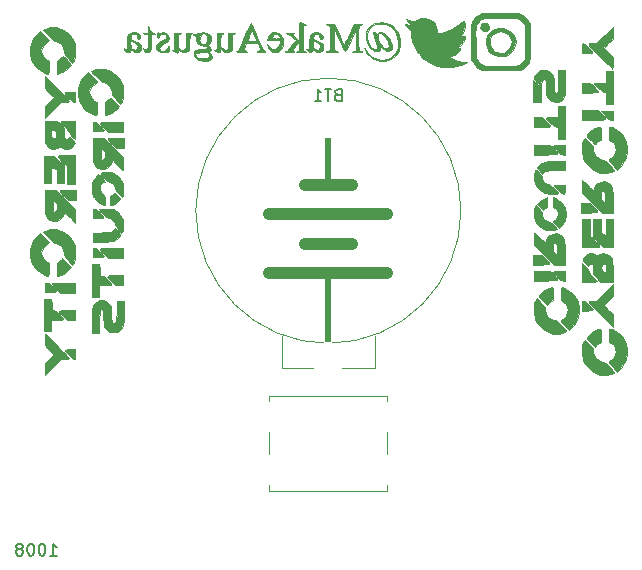
<source format=gbr>
G04 #@! TF.GenerationSoftware,KiCad,Pcbnew,(5.1.5)-3*
G04 #@! TF.CreationDate,2020-04-21T21:54:19-04:00*
G04 #@! TF.ProjectId,Tape and Crossbones 001,54617065-2061-46e6-9420-43726f737362,rev?*
G04 #@! TF.SameCoordinates,Original*
G04 #@! TF.FileFunction,Legend,Bot*
G04 #@! TF.FilePolarity,Positive*
%FSLAX46Y46*%
G04 Gerber Fmt 4.6, Leading zero omitted, Abs format (unit mm)*
G04 Created by KiCad (PCBNEW (5.1.5)-3) date 2020-04-21 21:54:19*
%MOMM*%
%LPD*%
G04 APERTURE LIST*
%ADD10C,0.150000*%
%ADD11C,0.010000*%
%ADD12C,0.100000*%
%ADD13C,0.500000*%
%ADD14C,1.000000*%
%ADD15R,9.400000X2.600000*%
%ADD16O,23.400000X7.400000*%
%ADD17C,2.900000*%
%ADD18R,2.570000X2.570000*%
%ADD19R,2.200000X2.200000*%
%ADD20C,2.200000*%
G04 APERTURE END LIST*
D10*
X49042857Y-90002380D02*
X49614285Y-90002380D01*
X49328571Y-90002380D02*
X49328571Y-89002380D01*
X49423809Y-89145238D01*
X49519047Y-89240476D01*
X49614285Y-89288095D01*
X48423809Y-89002380D02*
X48328571Y-89002380D01*
X48233333Y-89050000D01*
X48185714Y-89097619D01*
X48138095Y-89192857D01*
X48090476Y-89383333D01*
X48090476Y-89621428D01*
X48138095Y-89811904D01*
X48185714Y-89907142D01*
X48233333Y-89954761D01*
X48328571Y-90002380D01*
X48423809Y-90002380D01*
X48519047Y-89954761D01*
X48566666Y-89907142D01*
X48614285Y-89811904D01*
X48661904Y-89621428D01*
X48661904Y-89383333D01*
X48614285Y-89192857D01*
X48566666Y-89097619D01*
X48519047Y-89050000D01*
X48423809Y-89002380D01*
X47471428Y-89002380D02*
X47376190Y-89002380D01*
X47280952Y-89050000D01*
X47233333Y-89097619D01*
X47185714Y-89192857D01*
X47138095Y-89383333D01*
X47138095Y-89621428D01*
X47185714Y-89811904D01*
X47233333Y-89907142D01*
X47280952Y-89954761D01*
X47376190Y-90002380D01*
X47471428Y-90002380D01*
X47566666Y-89954761D01*
X47614285Y-89907142D01*
X47661904Y-89811904D01*
X47709523Y-89621428D01*
X47709523Y-89383333D01*
X47661904Y-89192857D01*
X47614285Y-89097619D01*
X47566666Y-89050000D01*
X47471428Y-89002380D01*
X46566666Y-89430952D02*
X46661904Y-89383333D01*
X46709523Y-89335714D01*
X46757142Y-89240476D01*
X46757142Y-89192857D01*
X46709523Y-89097619D01*
X46661904Y-89050000D01*
X46566666Y-89002380D01*
X46376190Y-89002380D01*
X46280952Y-89050000D01*
X46233333Y-89097619D01*
X46185714Y-89192857D01*
X46185714Y-89240476D01*
X46233333Y-89335714D01*
X46280952Y-89383333D01*
X46376190Y-89430952D01*
X46566666Y-89430952D01*
X46661904Y-89478571D01*
X46709523Y-89526190D01*
X46757142Y-89621428D01*
X46757142Y-89811904D01*
X46709523Y-89907142D01*
X46661904Y-89954761D01*
X46566666Y-90002380D01*
X46376190Y-90002380D01*
X46280952Y-89954761D01*
X46233333Y-89907142D01*
X46185714Y-89811904D01*
X46185714Y-89621428D01*
X46233333Y-89526190D01*
X46280952Y-89478571D01*
X46376190Y-89430952D01*
D11*
G36*
X91288187Y-65172115D02*
G01*
X91184831Y-65036981D01*
X91037165Y-64877993D01*
X90992635Y-64834592D01*
X90824704Y-64677504D01*
X90704445Y-64582897D01*
X90598228Y-64534930D01*
X90472426Y-64517763D01*
X90315302Y-64515555D01*
X89972445Y-64515555D01*
X89972445Y-65362222D01*
X90649778Y-65362222D01*
X90936475Y-65360881D01*
X91128845Y-65354953D01*
X91245436Y-65341584D01*
X91304798Y-65317915D01*
X91325478Y-65281092D01*
X91327112Y-65257925D01*
X91288187Y-65172115D01*
G37*
X91288187Y-65172115D02*
X91184831Y-65036981D01*
X91037165Y-64877993D01*
X90992635Y-64834592D01*
X90824704Y-64677504D01*
X90704445Y-64582897D01*
X90598228Y-64534930D01*
X90472426Y-64517763D01*
X90315302Y-64515555D01*
X89972445Y-64515555D01*
X89972445Y-65362222D01*
X90649778Y-65362222D01*
X90936475Y-65360881D01*
X91128845Y-65354953D01*
X91245436Y-65341584D01*
X91304798Y-65317915D01*
X91325478Y-65281092D01*
X91327112Y-65257925D01*
X91288187Y-65172115D01*
G36*
X90282889Y-50065777D02*
G01*
X89972445Y-49759189D01*
X89972445Y-51589777D01*
X90593334Y-51589777D01*
X90593334Y-50372366D01*
X90282889Y-50065777D01*
G37*
X90282889Y-50065777D02*
X89972445Y-49759189D01*
X89972445Y-51589777D01*
X90593334Y-51589777D01*
X90593334Y-50372366D01*
X90282889Y-50065777D01*
G36*
X92702200Y-70931453D02*
G01*
X92607525Y-70803816D01*
X92464176Y-70645884D01*
X92292439Y-70477071D01*
X92112605Y-70316790D01*
X91944960Y-70184456D01*
X91809793Y-70099481D01*
X91756618Y-70079961D01*
X91483327Y-69974399D01*
X91251732Y-69783113D01*
X91082305Y-69531253D01*
X90995517Y-69243972D01*
X90988445Y-69136187D01*
X90975708Y-69027340D01*
X90926940Y-68920497D01*
X90826308Y-68791385D01*
X90657976Y-68615735D01*
X90632122Y-68590027D01*
X90275799Y-68236872D01*
X90166455Y-68357531D01*
X90105607Y-68485317D01*
X90062716Y-68695921D01*
X90038483Y-68960602D01*
X90033611Y-69250617D01*
X90048802Y-69537222D01*
X90084758Y-69791674D01*
X90127577Y-69949082D01*
X90312703Y-70305064D01*
X90581998Y-70625180D01*
X90912914Y-70893309D01*
X91282899Y-71093331D01*
X91669405Y-71209127D01*
X91921665Y-71231587D01*
X92146337Y-71215666D01*
X92369928Y-71174838D01*
X92561849Y-71117534D01*
X92691508Y-71052184D01*
X92727910Y-71009381D01*
X92702200Y-70931453D01*
G37*
X92702200Y-70931453D02*
X92607525Y-70803816D01*
X92464176Y-70645884D01*
X92292439Y-70477071D01*
X92112605Y-70316790D01*
X91944960Y-70184456D01*
X91809793Y-70099481D01*
X91756618Y-70079961D01*
X91483327Y-69974399D01*
X91251732Y-69783113D01*
X91082305Y-69531253D01*
X90995517Y-69243972D01*
X90988445Y-69136187D01*
X90975708Y-69027340D01*
X90926940Y-68920497D01*
X90826308Y-68791385D01*
X90657976Y-68615735D01*
X90632122Y-68590027D01*
X90275799Y-68236872D01*
X90166455Y-68357531D01*
X90105607Y-68485317D01*
X90062716Y-68695921D01*
X90038483Y-68960602D01*
X90033611Y-69250617D01*
X90048802Y-69537222D01*
X90084758Y-69791674D01*
X90127577Y-69949082D01*
X90312703Y-70305064D01*
X90581998Y-70625180D01*
X90912914Y-70893309D01*
X91282899Y-71093331D01*
X91669405Y-71209127D01*
X91921665Y-71231587D01*
X92146337Y-71215666D01*
X92369928Y-71174838D01*
X92561849Y-71117534D01*
X92691508Y-71052184D01*
X92727910Y-71009381D01*
X92702200Y-70931453D01*
G36*
X91946290Y-66481173D02*
G01*
X91826920Y-66345144D01*
X91681656Y-66196414D01*
X91358868Y-65870222D01*
X90028889Y-65870222D01*
X90028889Y-66716889D01*
X91016667Y-66716889D01*
X91407362Y-66715536D01*
X91693134Y-66707321D01*
X91881948Y-66686012D01*
X91981769Y-66645373D01*
X92000562Y-66579171D01*
X91946290Y-66481173D01*
G37*
X91946290Y-66481173D02*
X91826920Y-66345144D01*
X91681656Y-66196414D01*
X91358868Y-65870222D01*
X90028889Y-65870222D01*
X90028889Y-66716889D01*
X91016667Y-66716889D01*
X91407362Y-66715536D01*
X91693134Y-66707321D01*
X91881948Y-66686012D01*
X91981769Y-66645373D01*
X92000562Y-66579171D01*
X91946290Y-66481173D01*
G36*
X92624094Y-64360333D02*
G01*
X92622051Y-63984708D01*
X92615879Y-63702674D01*
X92603924Y-63494959D01*
X92584534Y-63342291D01*
X92556053Y-63225401D01*
X92518366Y-63128384D01*
X92365629Y-62917123D01*
X92147817Y-62778208D01*
X91890984Y-62717359D01*
X91621185Y-62740292D01*
X91364474Y-62852729D01*
X91339722Y-62869687D01*
X91230359Y-62964653D01*
X91145744Y-63088549D01*
X91066956Y-63273397D01*
X91019688Y-63411308D01*
X90993996Y-63449811D01*
X90945314Y-63443623D01*
X90859635Y-63383119D01*
X90722950Y-63258668D01*
X90547482Y-63086753D01*
X90366982Y-62910839D01*
X90214885Y-62769192D01*
X90109233Y-62678202D01*
X90069974Y-62652889D01*
X90052116Y-62705187D01*
X90038179Y-62845533D01*
X90030115Y-63049102D01*
X90028889Y-63175705D01*
X90028889Y-63698522D01*
X91695367Y-65362222D01*
X91948000Y-65362222D01*
X91948000Y-64536676D01*
X91778667Y-64374444D01*
X91675215Y-64258405D01*
X91624854Y-64138420D01*
X91609713Y-63965936D01*
X91609334Y-63914314D01*
X91618606Y-63725234D01*
X91652876Y-63616407D01*
X91718512Y-63557986D01*
X91820902Y-63512031D01*
X91887429Y-63515845D01*
X91925706Y-63584690D01*
X91943346Y-63733830D01*
X91947960Y-63978527D01*
X91948000Y-64018116D01*
X91948000Y-64536676D01*
X91948000Y-65362222D01*
X92625334Y-65362222D01*
X92624094Y-64360333D01*
G37*
X92624094Y-64360333D02*
X92622051Y-63984708D01*
X92615879Y-63702674D01*
X92603924Y-63494959D01*
X92584534Y-63342291D01*
X92556053Y-63225401D01*
X92518366Y-63128384D01*
X92365629Y-62917123D01*
X92147817Y-62778208D01*
X91890984Y-62717359D01*
X91621185Y-62740292D01*
X91364474Y-62852729D01*
X91339722Y-62869687D01*
X91230359Y-62964653D01*
X91145744Y-63088549D01*
X91066956Y-63273397D01*
X91019688Y-63411308D01*
X90993996Y-63449811D01*
X90945314Y-63443623D01*
X90859635Y-63383119D01*
X90722950Y-63258668D01*
X90547482Y-63086753D01*
X90366982Y-62910839D01*
X90214885Y-62769192D01*
X90109233Y-62678202D01*
X90069974Y-62652889D01*
X90052116Y-62705187D01*
X90038179Y-62845533D01*
X90030115Y-63049102D01*
X90028889Y-63175705D01*
X90028889Y-63698522D01*
X91695367Y-65362222D01*
X91948000Y-65362222D01*
X91948000Y-64536676D01*
X91778667Y-64374444D01*
X91675215Y-64258405D01*
X91624854Y-64138420D01*
X91609713Y-63965936D01*
X91609334Y-63914314D01*
X91618606Y-63725234D01*
X91652876Y-63616407D01*
X91718512Y-63557986D01*
X91820902Y-63512031D01*
X91887429Y-63515845D01*
X91925706Y-63584690D01*
X91943346Y-63733830D01*
X91947960Y-63978527D01*
X91948000Y-64018116D01*
X91948000Y-64536676D01*
X91948000Y-65362222D01*
X92625334Y-65362222D01*
X92624094Y-64360333D01*
G36*
X91882773Y-62236693D02*
G01*
X91775213Y-62106169D01*
X91633579Y-61964990D01*
X91476888Y-61831812D01*
X91324159Y-61725293D01*
X91194412Y-61664089D01*
X91173224Y-61658990D01*
X90979339Y-61568398D01*
X90827283Y-61389922D01*
X90734285Y-61145854D01*
X90722009Y-61075181D01*
X90676637Y-60913784D01*
X90573338Y-60753479D01*
X90424512Y-60593170D01*
X90156221Y-60328914D01*
X90092555Y-60511546D01*
X90054817Y-60695598D01*
X90036973Y-60943134D01*
X90039429Y-61206443D01*
X90062588Y-61437815D01*
X90083905Y-61532882D01*
X90225573Y-61827102D01*
X90451104Y-62094937D01*
X90731479Y-62308532D01*
X91025514Y-62436757D01*
X91225469Y-62464434D01*
X91478828Y-62463811D01*
X91730479Y-62437700D01*
X91919591Y-62391150D01*
X91937239Y-62337906D01*
X91882773Y-62236693D01*
G37*
X91882773Y-62236693D02*
X91775213Y-62106169D01*
X91633579Y-61964990D01*
X91476888Y-61831812D01*
X91324159Y-61725293D01*
X91194412Y-61664089D01*
X91173224Y-61658990D01*
X90979339Y-61568398D01*
X90827283Y-61389922D01*
X90734285Y-61145854D01*
X90722009Y-61075181D01*
X90676637Y-60913784D01*
X90573338Y-60753479D01*
X90424512Y-60593170D01*
X90156221Y-60328914D01*
X90092555Y-60511546D01*
X90054817Y-60695598D01*
X90036973Y-60943134D01*
X90039429Y-61206443D01*
X90062588Y-61437815D01*
X90083905Y-61532882D01*
X90225573Y-61827102D01*
X90451104Y-62094937D01*
X90731479Y-62308532D01*
X91025514Y-62436757D01*
X91225469Y-62464434D01*
X91478828Y-62463811D01*
X91730479Y-62437700D01*
X91919591Y-62391150D01*
X91937239Y-62337906D01*
X91882773Y-62236693D01*
G36*
X92017426Y-59212431D02*
G01*
X91903134Y-59077946D01*
X91742159Y-58924226D01*
X91558646Y-58772164D01*
X91376742Y-58642654D01*
X91220593Y-58556591D01*
X91174918Y-58540149D01*
X90953259Y-58436249D01*
X90790634Y-58278739D01*
X90710615Y-58092833D01*
X90706223Y-58038777D01*
X90673917Y-57938595D01*
X90591482Y-57792725D01*
X90480641Y-57630968D01*
X90363117Y-57483125D01*
X90260633Y-57378996D01*
X90202027Y-57347111D01*
X90129368Y-57398490D01*
X90076808Y-57535533D01*
X90045619Y-57732592D01*
X90037070Y-57964024D01*
X90052434Y-58204183D01*
X90092980Y-58427425D01*
X90141424Y-58570004D01*
X90295397Y-58819145D01*
X90513990Y-59051174D01*
X90760505Y-59231209D01*
X90910723Y-59301229D01*
X91071844Y-59339654D01*
X91279656Y-59365285D01*
X91506706Y-59377988D01*
X91725540Y-59377633D01*
X91908702Y-59364085D01*
X92028741Y-59337212D01*
X92060889Y-59306788D01*
X92017426Y-59212431D01*
G37*
X92017426Y-59212431D02*
X91903134Y-59077946D01*
X91742159Y-58924226D01*
X91558646Y-58772164D01*
X91376742Y-58642654D01*
X91220593Y-58556591D01*
X91174918Y-58540149D01*
X90953259Y-58436249D01*
X90790634Y-58278739D01*
X90710615Y-58092833D01*
X90706223Y-58038777D01*
X90673917Y-57938595D01*
X90591482Y-57792725D01*
X90480641Y-57630968D01*
X90363117Y-57483125D01*
X90260633Y-57378996D01*
X90202027Y-57347111D01*
X90129368Y-57398490D01*
X90076808Y-57535533D01*
X90045619Y-57732592D01*
X90037070Y-57964024D01*
X90052434Y-58204183D01*
X90092980Y-58427425D01*
X90141424Y-58570004D01*
X90295397Y-58819145D01*
X90513990Y-59051174D01*
X90760505Y-59231209D01*
X90910723Y-59301229D01*
X91071844Y-59339654D01*
X91279656Y-59365285D01*
X91506706Y-59377988D01*
X91725540Y-59377633D01*
X91908702Y-59364085D01*
X92028741Y-59337212D01*
X92060889Y-59306788D01*
X92017426Y-59212431D01*
G36*
X91946290Y-55813173D02*
G01*
X91826920Y-55677144D01*
X91681656Y-55528414D01*
X91358868Y-55202222D01*
X90028889Y-55202222D01*
X90028889Y-56048889D01*
X91016667Y-56048889D01*
X91407362Y-56047536D01*
X91693134Y-56039321D01*
X91881948Y-56018012D01*
X91981769Y-55977373D01*
X92000562Y-55911171D01*
X91946290Y-55813173D01*
G37*
X91946290Y-55813173D02*
X91826920Y-55677144D01*
X91681656Y-55528414D01*
X91358868Y-55202222D01*
X90028889Y-55202222D01*
X90028889Y-56048889D01*
X91016667Y-56048889D01*
X91407362Y-56047536D01*
X91693134Y-56039321D01*
X91881948Y-56018012D01*
X91981769Y-55977373D01*
X92000562Y-55911171D01*
X91946290Y-55813173D01*
G36*
X91312933Y-53481923D02*
G01*
X91162680Y-53316420D01*
X91057364Y-53210788D01*
X90731171Y-52888000D01*
X90028889Y-52888000D01*
X90028889Y-53734666D01*
X90706223Y-53734666D01*
X91028846Y-53730590D01*
X91244763Y-53712326D01*
X91360040Y-53670827D01*
X91380741Y-53597043D01*
X91312933Y-53481923D01*
G37*
X91312933Y-53481923D02*
X91162680Y-53316420D01*
X91057364Y-53210788D01*
X90731171Y-52888000D01*
X90028889Y-52888000D01*
X90028889Y-53734666D01*
X90706223Y-53734666D01*
X91028846Y-53730590D01*
X91244763Y-53712326D01*
X91360040Y-53670827D01*
X91380741Y-53597043D01*
X91312933Y-53481923D01*
G36*
X92060889Y-48880444D02*
G01*
X92060889Y-49804866D01*
X92058092Y-50186671D01*
X92047735Y-50468162D01*
X92026865Y-50661820D01*
X91992533Y-50780128D01*
X91941788Y-50835566D01*
X91871680Y-50840614D01*
X91819742Y-50824899D01*
X91781509Y-50788944D01*
X91754010Y-50703633D01*
X91734697Y-50551624D01*
X91721019Y-50315573D01*
X91713810Y-50104258D01*
X91702900Y-49804440D01*
X91687758Y-49593397D01*
X91664317Y-49447016D01*
X91628511Y-49341184D01*
X91576275Y-49251787D01*
X91568112Y-49240181D01*
X91366094Y-49040084D01*
X91122903Y-48924908D01*
X90860756Y-48890407D01*
X90601868Y-48932332D01*
X90368456Y-49046438D01*
X90182735Y-49228477D01*
X90066921Y-49474204D01*
X90054304Y-49529555D01*
X90047061Y-49625594D01*
X90076606Y-49715297D01*
X90158108Y-49824407D01*
X90306736Y-49978666D01*
X90335874Y-50007405D01*
X90649778Y-50315921D01*
X90649778Y-50056650D01*
X90676915Y-49837417D01*
X90756499Y-49713193D01*
X90885793Y-49687488D01*
X90929292Y-49698029D01*
X90979496Y-49721805D01*
X91012630Y-49768748D01*
X91032206Y-49859325D01*
X91041737Y-50014000D01*
X91044733Y-50253241D01*
X91044889Y-50371678D01*
X91047195Y-50657437D01*
X91056782Y-50856352D01*
X91077656Y-50994424D01*
X91113825Y-51097651D01*
X91169294Y-51192031D01*
X91171889Y-51195871D01*
X91304742Y-51345438D01*
X91477703Y-51485317D01*
X91524667Y-51514963D01*
X91790527Y-51612087D01*
X92055306Y-51606175D01*
X92296793Y-51505085D01*
X92492777Y-51316676D01*
X92590692Y-51137808D01*
X92625639Y-51025892D01*
X92650881Y-50879339D01*
X92667731Y-50680251D01*
X92677499Y-50410730D01*
X92681498Y-50052879D01*
X92681778Y-49895302D01*
X92681778Y-48880444D01*
X92060889Y-48880444D01*
G37*
X92060889Y-48880444D02*
X92060889Y-49804866D01*
X92058092Y-50186671D01*
X92047735Y-50468162D01*
X92026865Y-50661820D01*
X91992533Y-50780128D01*
X91941788Y-50835566D01*
X91871680Y-50840614D01*
X91819742Y-50824899D01*
X91781509Y-50788944D01*
X91754010Y-50703633D01*
X91734697Y-50551624D01*
X91721019Y-50315573D01*
X91713810Y-50104258D01*
X91702900Y-49804440D01*
X91687758Y-49593397D01*
X91664317Y-49447016D01*
X91628511Y-49341184D01*
X91576275Y-49251787D01*
X91568112Y-49240181D01*
X91366094Y-49040084D01*
X91122903Y-48924908D01*
X90860756Y-48890407D01*
X90601868Y-48932332D01*
X90368456Y-49046438D01*
X90182735Y-49228477D01*
X90066921Y-49474204D01*
X90054304Y-49529555D01*
X90047061Y-49625594D01*
X90076606Y-49715297D01*
X90158108Y-49824407D01*
X90306736Y-49978666D01*
X90335874Y-50007405D01*
X90649778Y-50315921D01*
X90649778Y-50056650D01*
X90676915Y-49837417D01*
X90756499Y-49713193D01*
X90885793Y-49687488D01*
X90929292Y-49698029D01*
X90979496Y-49721805D01*
X91012630Y-49768748D01*
X91032206Y-49859325D01*
X91041737Y-50014000D01*
X91044733Y-50253241D01*
X91044889Y-50371678D01*
X91047195Y-50657437D01*
X91056782Y-50856352D01*
X91077656Y-50994424D01*
X91113825Y-51097651D01*
X91169294Y-51192031D01*
X91171889Y-51195871D01*
X91304742Y-51345438D01*
X91477703Y-51485317D01*
X91524667Y-51514963D01*
X91790527Y-51612087D01*
X92055306Y-51606175D01*
X92296793Y-51505085D01*
X92492777Y-51316676D01*
X92590692Y-51137808D01*
X92625639Y-51025892D01*
X92650881Y-50879339D01*
X92667731Y-50680251D01*
X92677499Y-50410730D01*
X92681498Y-50052879D01*
X92681778Y-49895302D01*
X92681778Y-48880444D01*
X92060889Y-48880444D01*
G36*
X91155112Y-59875649D02*
G01*
X91148069Y-59728667D01*
X91138087Y-59662552D01*
X91136449Y-59661333D01*
X91017602Y-59692815D01*
X90853862Y-59774386D01*
X90673374Y-59886738D01*
X90504286Y-60010562D01*
X90374742Y-60126548D01*
X90312889Y-60215387D01*
X90311112Y-60227550D01*
X90347779Y-60283450D01*
X90443395Y-60393474D01*
X90562328Y-60518438D01*
X90715883Y-60661134D01*
X90808895Y-60715043D01*
X90842966Y-60696583D01*
X90912938Y-60617472D01*
X91015083Y-60554896D01*
X91088757Y-60513198D01*
X91131481Y-60453158D01*
X91151615Y-60346688D01*
X91157523Y-60165700D01*
X91157778Y-60075606D01*
X91155112Y-59875649D01*
G37*
X91155112Y-59875649D02*
X91148069Y-59728667D01*
X91138087Y-59662552D01*
X91136449Y-59661333D01*
X91017602Y-59692815D01*
X90853862Y-59774386D01*
X90673374Y-59886738D01*
X90504286Y-60010562D01*
X90374742Y-60126548D01*
X90312889Y-60215387D01*
X90311112Y-60227550D01*
X90347779Y-60283450D01*
X90443395Y-60393474D01*
X90562328Y-60518438D01*
X90715883Y-60661134D01*
X90808895Y-60715043D01*
X90842966Y-60696583D01*
X90912938Y-60617472D01*
X91015083Y-60554896D01*
X91088757Y-60513198D01*
X91131481Y-60453158D01*
X91151615Y-60346688D01*
X91157523Y-60165700D01*
X91157778Y-60075606D01*
X91155112Y-59875649D01*
G36*
X91928749Y-56556889D02*
G01*
X91509071Y-56566373D01*
X91178859Y-56598050D01*
X90916031Y-56656760D01*
X90698506Y-56747339D01*
X90514409Y-56866780D01*
X90369484Y-57006300D01*
X90321894Y-57142657D01*
X90371944Y-57295292D01*
X90519940Y-57483648D01*
X90524190Y-57488222D01*
X90734445Y-57714000D01*
X90888893Y-57565988D01*
X90993288Y-57480554D01*
X91113168Y-57420180D01*
X91269509Y-57380776D01*
X91483289Y-57358252D01*
X91775485Y-57348518D01*
X92011500Y-57347111D01*
X92625334Y-57347111D01*
X92625334Y-56556889D01*
X91928749Y-56556889D01*
G37*
X91928749Y-56556889D02*
X91509071Y-56566373D01*
X91178859Y-56598050D01*
X90916031Y-56656760D01*
X90698506Y-56747339D01*
X90514409Y-56866780D01*
X90369484Y-57006300D01*
X90321894Y-57142657D01*
X90371944Y-57295292D01*
X90519940Y-57483648D01*
X90524190Y-57488222D01*
X90734445Y-57714000D01*
X90888893Y-57565988D01*
X90993288Y-57480554D01*
X91113168Y-57420180D01*
X91269509Y-57380776D01*
X91483289Y-57358252D01*
X91775485Y-57348518D01*
X92011500Y-57347111D01*
X92625334Y-57347111D01*
X92625334Y-56556889D01*
X91928749Y-56556889D01*
G36*
X91604982Y-67604544D02*
G01*
X91593253Y-67417978D01*
X91576142Y-67304514D01*
X91562944Y-67281333D01*
X91486218Y-67298269D01*
X91343027Y-67341361D01*
X91252827Y-67371194D01*
X91095266Y-67445437D01*
X90911795Y-67561841D01*
X90727709Y-67700112D01*
X90568304Y-67839960D01*
X90458873Y-67961094D01*
X90424000Y-68036083D01*
X90461846Y-68103424D01*
X90563048Y-68226716D01*
X90709107Y-68384174D01*
X90783045Y-68458891D01*
X90961010Y-68629284D01*
X91077396Y-68723890D01*
X91145332Y-68751556D01*
X91176810Y-68724262D01*
X91245377Y-68639018D01*
X91372342Y-68540154D01*
X91410433Y-68516426D01*
X91609334Y-68399071D01*
X91609334Y-67840202D01*
X91604982Y-67604544D01*
G37*
X91604982Y-67604544D02*
X91593253Y-67417978D01*
X91576142Y-67304514D01*
X91562944Y-67281333D01*
X91486218Y-67298269D01*
X91343027Y-67341361D01*
X91252827Y-67371194D01*
X91095266Y-67445437D01*
X90911795Y-67561841D01*
X90727709Y-67700112D01*
X90568304Y-67839960D01*
X90458873Y-67961094D01*
X90424000Y-68036083D01*
X90461846Y-68103424D01*
X90563048Y-68226716D01*
X90709107Y-68384174D01*
X90783045Y-68458891D01*
X90961010Y-68629284D01*
X91077396Y-68723890D01*
X91145332Y-68751556D01*
X91176810Y-68724262D01*
X91245377Y-68639018D01*
X91372342Y-68540154D01*
X91410433Y-68516426D01*
X91609334Y-68399071D01*
X91609334Y-67840202D01*
X91604982Y-67604544D01*
G36*
X92060889Y-51928444D02*
G01*
X92060889Y-52888000D01*
X91552889Y-52888000D01*
X91293763Y-52892713D01*
X91132989Y-52908199D01*
X91056371Y-52936480D01*
X91044889Y-52960322D01*
X91082878Y-53031493D01*
X91183707Y-53155922D01*
X91327671Y-53309861D01*
X91369445Y-53351502D01*
X91595939Y-53553166D01*
X91773536Y-53663391D01*
X91863334Y-53688401D01*
X92032667Y-53706444D01*
X92048976Y-54200333D01*
X92065284Y-54694222D01*
X92681778Y-54694222D01*
X92681778Y-51928444D01*
X92060889Y-51928444D01*
G37*
X92060889Y-51928444D02*
X92060889Y-52888000D01*
X91552889Y-52888000D01*
X91293763Y-52892713D01*
X91132989Y-52908199D01*
X91056371Y-52936480D01*
X91044889Y-52960322D01*
X91082878Y-53031493D01*
X91183707Y-53155922D01*
X91327671Y-53309861D01*
X91369445Y-53351502D01*
X91595939Y-53553166D01*
X91773536Y-53663391D01*
X91863334Y-53688401D01*
X92032667Y-53706444D01*
X92048976Y-54200333D01*
X92065284Y-54694222D01*
X92681778Y-54694222D01*
X92681778Y-51928444D01*
X92060889Y-51928444D01*
G36*
X92709927Y-60925585D02*
G01*
X92679978Y-60732372D01*
X92640428Y-60557975D01*
X92597295Y-60434970D01*
X92561177Y-60395111D01*
X92516242Y-60350155D01*
X92512445Y-60321899D01*
X92467012Y-60227751D01*
X92348473Y-60100809D01*
X92183469Y-59961145D01*
X91998641Y-59828828D01*
X91820628Y-59723931D01*
X91676073Y-59666522D01*
X91635641Y-59661333D01*
X91622919Y-59713094D01*
X91613688Y-59849671D01*
X91609726Y-60043002D01*
X91609691Y-60070555D01*
X91612406Y-60283654D01*
X91626861Y-60414106D01*
X91663209Y-60492144D01*
X91731605Y-60547997D01*
X91779534Y-60576223D01*
X91952996Y-60735476D01*
X92040489Y-60955943D01*
X92040296Y-61174191D01*
X91984843Y-61334537D01*
X91885351Y-61488434D01*
X91769557Y-61600347D01*
X91679889Y-61635913D01*
X91617227Y-61659157D01*
X91634160Y-61730761D01*
X91734448Y-61857730D01*
X91877445Y-62004096D01*
X92145556Y-62265936D01*
X92378756Y-62009784D01*
X92511627Y-61842182D01*
X92611013Y-61677109D01*
X92646867Y-61582372D01*
X92685743Y-61391494D01*
X92716941Y-61238138D01*
X92724254Y-61105033D01*
X92709927Y-60925585D01*
G37*
X92709927Y-60925585D02*
X92679978Y-60732372D01*
X92640428Y-60557975D01*
X92597295Y-60434970D01*
X92561177Y-60395111D01*
X92516242Y-60350155D01*
X92512445Y-60321899D01*
X92467012Y-60227751D01*
X92348473Y-60100809D01*
X92183469Y-59961145D01*
X91998641Y-59828828D01*
X91820628Y-59723931D01*
X91676073Y-59666522D01*
X91635641Y-59661333D01*
X91622919Y-59713094D01*
X91613688Y-59849671D01*
X91609726Y-60043002D01*
X91609691Y-60070555D01*
X91612406Y-60283654D01*
X91626861Y-60414106D01*
X91663209Y-60492144D01*
X91731605Y-60547997D01*
X91779534Y-60576223D01*
X91952996Y-60735476D01*
X92040489Y-60955943D01*
X92040296Y-61174191D01*
X91984843Y-61334537D01*
X91885351Y-61488434D01*
X91769557Y-61600347D01*
X91679889Y-61635913D01*
X91617227Y-61659157D01*
X91634160Y-61730761D01*
X91734448Y-61857730D01*
X91877445Y-62004096D01*
X92145556Y-62265936D01*
X92378756Y-62009784D01*
X92511627Y-61842182D01*
X92611013Y-61677109D01*
X92646867Y-61582372D01*
X92685743Y-61391494D01*
X92716941Y-61238138D01*
X92724254Y-61105033D01*
X92709927Y-60925585D01*
G36*
X92145556Y-65926666D02*
G01*
X91890132Y-65933564D01*
X91727023Y-65953435D01*
X91665982Y-65985048D01*
X91665778Y-65987301D01*
X91702432Y-66053862D01*
X91799853Y-66177193D01*
X91939227Y-66333996D01*
X91984815Y-66382412D01*
X92168961Y-66563965D01*
X92307111Y-66669358D01*
X92420304Y-66713258D01*
X92464592Y-66716889D01*
X92625334Y-66716889D01*
X92625334Y-65926666D01*
X92145556Y-65926666D01*
G37*
X92145556Y-65926666D02*
X91890132Y-65933564D01*
X91727023Y-65953435D01*
X91665982Y-65985048D01*
X91665778Y-65987301D01*
X91702432Y-66053862D01*
X91799853Y-66177193D01*
X91939227Y-66333996D01*
X91984815Y-66382412D01*
X92168961Y-66563965D01*
X92307111Y-66669358D01*
X92420304Y-66713258D01*
X92464592Y-66716889D01*
X92625334Y-66716889D01*
X92625334Y-65926666D01*
X92145556Y-65926666D01*
G36*
X92145556Y-55258666D02*
G01*
X91890132Y-55265564D01*
X91727023Y-55285435D01*
X91665982Y-55317048D01*
X91665778Y-55319301D01*
X91702432Y-55385862D01*
X91799853Y-55509193D01*
X91939227Y-55665996D01*
X91984815Y-55714412D01*
X92168961Y-55895965D01*
X92307111Y-56001358D01*
X92420304Y-56045258D01*
X92464592Y-56048889D01*
X92625334Y-56048889D01*
X92625334Y-55258666D01*
X92145556Y-55258666D01*
G37*
X92145556Y-55258666D02*
X91890132Y-55265564D01*
X91727023Y-55285435D01*
X91665982Y-55317048D01*
X91665778Y-55319301D01*
X91702432Y-55385862D01*
X91799853Y-55509193D01*
X91939227Y-55665996D01*
X91984815Y-55714412D01*
X92168961Y-55895965D01*
X92307111Y-56001358D01*
X92420304Y-56045258D01*
X92464592Y-56048889D01*
X92625334Y-56048889D01*
X92625334Y-55258666D01*
X92145556Y-55258666D01*
G36*
X92173778Y-58588889D02*
G01*
X91930615Y-58594555D01*
X91785942Y-58613040D01*
X91725857Y-58646570D01*
X91722223Y-58661211D01*
X91760086Y-58732396D01*
X91860644Y-58857237D01*
X92004350Y-59012055D01*
X92048415Y-59056322D01*
X92243142Y-59232750D01*
X92402036Y-59344434D01*
X92499971Y-59379111D01*
X92565598Y-59371037D01*
X92603174Y-59330518D01*
X92620454Y-59233105D01*
X92625196Y-59054351D01*
X92625334Y-58984000D01*
X92625334Y-58588889D01*
X92173778Y-58588889D01*
G37*
X92173778Y-58588889D02*
X91930615Y-58594555D01*
X91785942Y-58613040D01*
X91725857Y-58646570D01*
X91722223Y-58661211D01*
X91760086Y-58732396D01*
X91860644Y-58857237D01*
X92004350Y-59012055D01*
X92048415Y-59056322D01*
X92243142Y-59232750D01*
X92402036Y-59344434D01*
X92499971Y-59379111D01*
X92565598Y-59371037D01*
X92603174Y-59330518D01*
X92620454Y-59233105D01*
X92625196Y-59054351D01*
X92625334Y-58984000D01*
X92625334Y-58588889D01*
X92173778Y-58588889D01*
G36*
X93852724Y-68985516D02*
G01*
X93758594Y-68572141D01*
X93580830Y-68186773D01*
X93322450Y-67845511D01*
X92986473Y-67564452D01*
X92738223Y-67426422D01*
X92561138Y-67349313D01*
X92419928Y-67296841D01*
X92357223Y-67281884D01*
X92322242Y-67316049D01*
X92300121Y-67427838D01*
X92289213Y-67630212D01*
X92287366Y-67831666D01*
X92288065Y-68382000D01*
X92486826Y-68510767D01*
X92720978Y-68720144D01*
X92859974Y-68969623D01*
X92904046Y-69238935D01*
X92853426Y-69507809D01*
X92708347Y-69755974D01*
X92470180Y-69962444D01*
X92352826Y-70050188D01*
X92291364Y-70122991D01*
X92288841Y-70133408D01*
X92325744Y-70196194D01*
X92426453Y-70315940D01*
X92572899Y-70471889D01*
X92657411Y-70556741D01*
X93028156Y-70922000D01*
X93332567Y-70597152D01*
X93603143Y-70232718D01*
X93778016Y-69831902D01*
X93860204Y-69410802D01*
X93852724Y-68985516D01*
G37*
X93852724Y-68985516D02*
X93758594Y-68572141D01*
X93580830Y-68186773D01*
X93322450Y-67845511D01*
X92986473Y-67564452D01*
X92738223Y-67426422D01*
X92561138Y-67349313D01*
X92419928Y-67296841D01*
X92357223Y-67281884D01*
X92322242Y-67316049D01*
X92300121Y-67427838D01*
X92289213Y-67630212D01*
X92287366Y-67831666D01*
X92288065Y-68382000D01*
X92486826Y-68510767D01*
X92720978Y-68720144D01*
X92859974Y-68969623D01*
X92904046Y-69238935D01*
X92853426Y-69507809D01*
X92708347Y-69755974D01*
X92470180Y-69962444D01*
X92352826Y-70050188D01*
X92291364Y-70122991D01*
X92288841Y-70133408D01*
X92325744Y-70196194D01*
X92426453Y-70315940D01*
X92572899Y-70471889D01*
X92657411Y-70556741D01*
X93028156Y-70922000D01*
X93332567Y-70597152D01*
X93603143Y-70232718D01*
X93778016Y-69831902D01*
X93860204Y-69410802D01*
X93852724Y-68985516D01*
G36*
X95352187Y-60769448D02*
G01*
X95248831Y-60634315D01*
X95101165Y-60475327D01*
X95056635Y-60431925D01*
X94888704Y-60274838D01*
X94768445Y-60180230D01*
X94662228Y-60132263D01*
X94536426Y-60115096D01*
X94379302Y-60112889D01*
X94036445Y-60112889D01*
X94036445Y-60959555D01*
X94713778Y-60959555D01*
X95000475Y-60958214D01*
X95192845Y-60952287D01*
X95309436Y-60938917D01*
X95368798Y-60915249D01*
X95389478Y-60878426D01*
X95391112Y-60855258D01*
X95352187Y-60769448D01*
G37*
X95352187Y-60769448D02*
X95248831Y-60634315D01*
X95101165Y-60475327D01*
X95056635Y-60431925D01*
X94888704Y-60274838D01*
X94768445Y-60180230D01*
X94662228Y-60132263D01*
X94536426Y-60115096D01*
X94379302Y-60112889D01*
X94036445Y-60112889D01*
X94036445Y-60959555D01*
X94713778Y-60959555D01*
X95000475Y-60958214D01*
X95192845Y-60952287D01*
X95309436Y-60938917D01*
X95368798Y-60915249D01*
X95389478Y-60878426D01*
X95391112Y-60855258D01*
X95352187Y-60769448D01*
G36*
X96766200Y-74431009D02*
G01*
X96671525Y-74303372D01*
X96528176Y-74145440D01*
X96356439Y-73976626D01*
X96176605Y-73816346D01*
X96008960Y-73684011D01*
X95873793Y-73599037D01*
X95820618Y-73579517D01*
X95547327Y-73473955D01*
X95315732Y-73282669D01*
X95146305Y-73030809D01*
X95059517Y-72743528D01*
X95052445Y-72635742D01*
X95039708Y-72526896D01*
X94990940Y-72420052D01*
X94890308Y-72290940D01*
X94721976Y-72115290D01*
X94696122Y-72089583D01*
X94339799Y-71736427D01*
X94230455Y-71857087D01*
X94169607Y-71984872D01*
X94126716Y-72195477D01*
X94102483Y-72460158D01*
X94097611Y-72750172D01*
X94112802Y-73036777D01*
X94148758Y-73291229D01*
X94191577Y-73448638D01*
X94376703Y-73804620D01*
X94645998Y-74124735D01*
X94976914Y-74392864D01*
X95346899Y-74592887D01*
X95733405Y-74708683D01*
X95985665Y-74731143D01*
X96210337Y-74715222D01*
X96433928Y-74674394D01*
X96625849Y-74617089D01*
X96755508Y-74551739D01*
X96791910Y-74508937D01*
X96766200Y-74431009D01*
G37*
X96766200Y-74431009D02*
X96671525Y-74303372D01*
X96528176Y-74145440D01*
X96356439Y-73976626D01*
X96176605Y-73816346D01*
X96008960Y-73684011D01*
X95873793Y-73599037D01*
X95820618Y-73579517D01*
X95547327Y-73473955D01*
X95315732Y-73282669D01*
X95146305Y-73030809D01*
X95059517Y-72743528D01*
X95052445Y-72635742D01*
X95039708Y-72526896D01*
X94990940Y-72420052D01*
X94890308Y-72290940D01*
X94721976Y-72115290D01*
X94696122Y-72089583D01*
X94339799Y-71736427D01*
X94230455Y-71857087D01*
X94169607Y-71984872D01*
X94126716Y-72195477D01*
X94102483Y-72460158D01*
X94097611Y-72750172D01*
X94112802Y-73036777D01*
X94148758Y-73291229D01*
X94191577Y-73448638D01*
X94376703Y-73804620D01*
X94645998Y-74124735D01*
X94976914Y-74392864D01*
X95346899Y-74592887D01*
X95733405Y-74708683D01*
X95985665Y-74731143D01*
X96210337Y-74715222D01*
X96433928Y-74674394D01*
X96625849Y-74617089D01*
X96755508Y-74551739D01*
X96791910Y-74508937D01*
X96766200Y-74431009D01*
G36*
X94954489Y-69058764D02*
G01*
X94846649Y-68918911D01*
X94697522Y-68760810D01*
X94532152Y-68608484D01*
X94375581Y-68485957D01*
X94252851Y-68417254D01*
X94218253Y-68410222D01*
X94154379Y-68417704D01*
X94116924Y-68455922D01*
X94098881Y-68548534D01*
X94093245Y-68719198D01*
X94092889Y-68833555D01*
X94092889Y-69256889D01*
X94544445Y-69256889D01*
X94770985Y-69253989D01*
X94906876Y-69242002D01*
X94974283Y-69215990D01*
X94995369Y-69171020D01*
X94996000Y-69156344D01*
X94954489Y-69058764D01*
G37*
X94954489Y-69058764D02*
X94846649Y-68918911D01*
X94697522Y-68760810D01*
X94532152Y-68608484D01*
X94375581Y-68485957D01*
X94252851Y-68417254D01*
X94218253Y-68410222D01*
X94154379Y-68417704D01*
X94116924Y-68455922D01*
X94098881Y-68548534D01*
X94093245Y-68719198D01*
X94092889Y-68833555D01*
X94092889Y-69256889D01*
X94544445Y-69256889D01*
X94770985Y-69253989D01*
X94906876Y-69242002D01*
X94974283Y-69215990D01*
X94995369Y-69171020D01*
X94996000Y-69156344D01*
X94954489Y-69058764D01*
G36*
X95297618Y-66696532D02*
G01*
X95198257Y-66571161D01*
X95054264Y-66409122D01*
X94967778Y-66317674D01*
X94806692Y-66139923D01*
X94681611Y-65981165D01*
X94610542Y-65865287D01*
X94600889Y-65831018D01*
X94562525Y-65737194D01*
X94462786Y-65600677D01*
X94346889Y-65475111D01*
X94092889Y-65225829D01*
X94092889Y-66829777D01*
X94713778Y-66829777D01*
X95016116Y-66825250D01*
X95214130Y-66811083D01*
X95316048Y-66786402D01*
X95334667Y-66763741D01*
X95297618Y-66696532D01*
G37*
X95297618Y-66696532D02*
X95198257Y-66571161D01*
X95054264Y-66409122D01*
X94967778Y-66317674D01*
X94806692Y-66139923D01*
X94681611Y-65981165D01*
X94610542Y-65865287D01*
X94600889Y-65831018D01*
X94562525Y-65737194D01*
X94462786Y-65600677D01*
X94346889Y-65475111D01*
X94092889Y-65225829D01*
X94092889Y-66829777D01*
X94713778Y-66829777D01*
X95016116Y-66825250D01*
X95214130Y-66811083D01*
X95316048Y-66786402D01*
X95334667Y-66763741D01*
X95297618Y-66696532D01*
G36*
X95521705Y-63710655D02*
G01*
X95421301Y-63579003D01*
X95282954Y-63423701D01*
X95130385Y-63269289D01*
X94987316Y-63140303D01*
X94877468Y-63061282D01*
X94839142Y-63048000D01*
X94809828Y-63015477D01*
X94789348Y-62910254D01*
X94776700Y-62720852D01*
X94770883Y-62435791D01*
X94770223Y-62257777D01*
X94770223Y-61467555D01*
X94092889Y-61467555D01*
X94092889Y-63894666D01*
X94826667Y-63894666D01*
X95127495Y-63893387D01*
X95333197Y-63887926D01*
X95461524Y-63875853D01*
X95530226Y-63854734D01*
X95557054Y-63822139D01*
X95560445Y-63794122D01*
X95521705Y-63710655D01*
G37*
X95521705Y-63710655D02*
X95421301Y-63579003D01*
X95282954Y-63423701D01*
X95130385Y-63269289D01*
X94987316Y-63140303D01*
X94877468Y-63061282D01*
X94839142Y-63048000D01*
X94809828Y-63015477D01*
X94789348Y-62910254D01*
X94776700Y-62720852D01*
X94770883Y-62435791D01*
X94770223Y-62257777D01*
X94770223Y-61467555D01*
X94092889Y-61467555D01*
X94092889Y-63894666D01*
X94826667Y-63894666D01*
X95127495Y-63893387D01*
X95333197Y-63887926D01*
X95461524Y-63875853D01*
X95530226Y-63854734D01*
X95557054Y-63822139D01*
X95560445Y-63794122D01*
X95521705Y-63710655D01*
G36*
X96688094Y-59957666D02*
G01*
X96686051Y-59582042D01*
X96679879Y-59300007D01*
X96667924Y-59092292D01*
X96648534Y-58939625D01*
X96620053Y-58822734D01*
X96582366Y-58725718D01*
X96429629Y-58514457D01*
X96211817Y-58375542D01*
X95954984Y-58314692D01*
X95685185Y-58337626D01*
X95428474Y-58450062D01*
X95403722Y-58467021D01*
X95294384Y-58561956D01*
X95209788Y-58685799D01*
X95131016Y-58870567D01*
X95083667Y-59008697D01*
X95058341Y-59045338D01*
X95009658Y-59038574D01*
X94924349Y-58978953D01*
X94789148Y-58857026D01*
X94590787Y-58663340D01*
X94570376Y-58643054D01*
X94092889Y-58168048D01*
X94092889Y-59295856D01*
X94926128Y-60127705D01*
X95759367Y-60959555D01*
X96012000Y-60959555D01*
X96012000Y-60134009D01*
X95842667Y-59971777D01*
X95739215Y-59855738D01*
X95688854Y-59735754D01*
X95673713Y-59563269D01*
X95673334Y-59511648D01*
X95682606Y-59322567D01*
X95716876Y-59213741D01*
X95782512Y-59155319D01*
X95884902Y-59109364D01*
X95951429Y-59113178D01*
X95989706Y-59182023D01*
X96007346Y-59331163D01*
X96011960Y-59575860D01*
X96012000Y-59615449D01*
X96012000Y-60134009D01*
X96012000Y-60959555D01*
X96689334Y-60959555D01*
X96688094Y-59957666D01*
G37*
X96688094Y-59957666D02*
X96686051Y-59582042D01*
X96679879Y-59300007D01*
X96667924Y-59092292D01*
X96648534Y-58939625D01*
X96620053Y-58822734D01*
X96582366Y-58725718D01*
X96429629Y-58514457D01*
X96211817Y-58375542D01*
X95954984Y-58314692D01*
X95685185Y-58337626D01*
X95428474Y-58450062D01*
X95403722Y-58467021D01*
X95294384Y-58561956D01*
X95209788Y-58685799D01*
X95131016Y-58870567D01*
X95083667Y-59008697D01*
X95058341Y-59045338D01*
X95009658Y-59038574D01*
X94924349Y-58978953D01*
X94789148Y-58857026D01*
X94590787Y-58663340D01*
X94570376Y-58643054D01*
X94092889Y-58168048D01*
X94092889Y-59295856D01*
X94926128Y-60127705D01*
X95759367Y-60959555D01*
X96012000Y-60959555D01*
X96012000Y-60134009D01*
X95842667Y-59971777D01*
X95739215Y-59855738D01*
X95688854Y-59735754D01*
X95673713Y-59563269D01*
X95673334Y-59511648D01*
X95682606Y-59322567D01*
X95716876Y-59213741D01*
X95782512Y-59155319D01*
X95884902Y-59109364D01*
X95951429Y-59113178D01*
X95989706Y-59182023D01*
X96007346Y-59331163D01*
X96011960Y-59575860D01*
X96012000Y-59615449D01*
X96012000Y-60134009D01*
X96012000Y-60959555D01*
X96689334Y-60959555D01*
X96688094Y-59957666D01*
G36*
X96766200Y-57328342D02*
G01*
X96671525Y-57200705D01*
X96528176Y-57042773D01*
X96356439Y-56873960D01*
X96176605Y-56713679D01*
X96008960Y-56581345D01*
X95873793Y-56496370D01*
X95820618Y-56476850D01*
X95547327Y-56371288D01*
X95315732Y-56180002D01*
X95146305Y-55928142D01*
X95059517Y-55640861D01*
X95052445Y-55533076D01*
X95039708Y-55424229D01*
X94990940Y-55317386D01*
X94890308Y-55188274D01*
X94721976Y-55012624D01*
X94696122Y-54986916D01*
X94339799Y-54633760D01*
X94230455Y-54754420D01*
X94169607Y-54882205D01*
X94126716Y-55092810D01*
X94102483Y-55357491D01*
X94097611Y-55647506D01*
X94112802Y-55934110D01*
X94148758Y-56188563D01*
X94191577Y-56345971D01*
X94376703Y-56701953D01*
X94645998Y-57022069D01*
X94976914Y-57290197D01*
X95346899Y-57490220D01*
X95733405Y-57606016D01*
X95985665Y-57628476D01*
X96210337Y-57612555D01*
X96433928Y-57571727D01*
X96625849Y-57514423D01*
X96755508Y-57449073D01*
X96791910Y-57406270D01*
X96766200Y-57328342D01*
G37*
X96766200Y-57328342D02*
X96671525Y-57200705D01*
X96528176Y-57042773D01*
X96356439Y-56873960D01*
X96176605Y-56713679D01*
X96008960Y-56581345D01*
X95873793Y-56496370D01*
X95820618Y-56476850D01*
X95547327Y-56371288D01*
X95315732Y-56180002D01*
X95146305Y-55928142D01*
X95059517Y-55640861D01*
X95052445Y-55533076D01*
X95039708Y-55424229D01*
X94990940Y-55317386D01*
X94890308Y-55188274D01*
X94721976Y-55012624D01*
X94696122Y-54986916D01*
X94339799Y-54633760D01*
X94230455Y-54754420D01*
X94169607Y-54882205D01*
X94126716Y-55092810D01*
X94102483Y-55357491D01*
X94097611Y-55647506D01*
X94112802Y-55934110D01*
X94148758Y-56188563D01*
X94191577Y-56345971D01*
X94376703Y-56701953D01*
X94645998Y-57022069D01*
X94976914Y-57290197D01*
X95346899Y-57490220D01*
X95733405Y-57606016D01*
X95985665Y-57628476D01*
X96210337Y-57612555D01*
X96433928Y-57571727D01*
X96625849Y-57514423D01*
X96755508Y-57449073D01*
X96791910Y-57406270D01*
X96766200Y-57328342D01*
G36*
X96010290Y-52878062D02*
G01*
X95890920Y-52742033D01*
X95745656Y-52593303D01*
X95422868Y-52267111D01*
X94092889Y-52267111D01*
X94092889Y-53113777D01*
X95080667Y-53113777D01*
X95471362Y-53112425D01*
X95757134Y-53104210D01*
X95945948Y-53082901D01*
X96045769Y-53042262D01*
X96064562Y-52976060D01*
X96010290Y-52878062D01*
G37*
X96010290Y-52878062D02*
X95890920Y-52742033D01*
X95745656Y-52593303D01*
X95422868Y-52267111D01*
X94092889Y-52267111D01*
X94092889Y-53113777D01*
X95080667Y-53113777D01*
X95471362Y-53112425D01*
X95757134Y-53104210D01*
X95945948Y-53082901D01*
X96045769Y-53042262D01*
X96064562Y-52976060D01*
X96010290Y-52878062D01*
G36*
X95376933Y-50546812D02*
G01*
X95226680Y-50381308D01*
X95121364Y-50275677D01*
X94795171Y-49952889D01*
X94092889Y-49952889D01*
X94092889Y-50799555D01*
X94770223Y-50799555D01*
X95092846Y-50795479D01*
X95308763Y-50777215D01*
X95424040Y-50735716D01*
X95444741Y-50661931D01*
X95376933Y-50546812D01*
G37*
X95376933Y-50546812D02*
X95226680Y-50381308D01*
X95121364Y-50275677D01*
X94795171Y-49952889D01*
X94092889Y-49952889D01*
X94092889Y-50799555D01*
X94770223Y-50799555D01*
X95092846Y-50795479D01*
X95308763Y-50777215D01*
X95424040Y-50735716D01*
X95444741Y-50661931D01*
X95376933Y-50546812D01*
G36*
X94952418Y-47340721D02*
G01*
X94867970Y-47223447D01*
X94739168Y-47076779D01*
X94587229Y-46922114D01*
X94433373Y-46780848D01*
X94298817Y-46674378D01*
X94204780Y-46624101D01*
X94193298Y-46622666D01*
X94141573Y-46636402D01*
X94111199Y-46692787D01*
X94096777Y-46814592D01*
X94092905Y-47024587D01*
X94092889Y-47046000D01*
X94092889Y-47469333D01*
X94512892Y-47469333D01*
X94735601Y-47461265D01*
X94896969Y-47439383D01*
X94971292Y-47407203D01*
X94952418Y-47340721D01*
G37*
X94952418Y-47340721D02*
X94867970Y-47223447D01*
X94739168Y-47076779D01*
X94587229Y-46922114D01*
X94433373Y-46780848D01*
X94298817Y-46674378D01*
X94204780Y-46624101D01*
X94193298Y-46622666D01*
X94141573Y-46636402D01*
X94111199Y-46692787D01*
X94096777Y-46814592D01*
X94092905Y-47024587D01*
X94092889Y-47046000D01*
X94092889Y-47469333D01*
X94512892Y-47469333D01*
X94735601Y-47461265D01*
X94896969Y-47439383D01*
X94971292Y-47407203D01*
X94952418Y-47340721D01*
G36*
X96685279Y-65553021D02*
G01*
X96670428Y-65247794D01*
X96640747Y-65019537D01*
X96592207Y-64850392D01*
X96520773Y-64722500D01*
X96422416Y-64618005D01*
X96380003Y-64582960D01*
X96129471Y-64448252D01*
X95865472Y-64425333D01*
X95617451Y-64502297D01*
X95473263Y-64568934D01*
X95374776Y-64585292D01*
X95266617Y-64551371D01*
X95164772Y-64502297D01*
X94929250Y-64422373D01*
X94750789Y-64425516D01*
X94587353Y-64487471D01*
X94415520Y-64599841D01*
X94265944Y-64736254D01*
X94169277Y-64870338D01*
X94149334Y-64942978D01*
X94187895Y-65045828D01*
X94286456Y-65183376D01*
X94362970Y-65265699D01*
X94576605Y-65474309D01*
X94694759Y-65356154D01*
X94795147Y-65277667D01*
X94886858Y-65280913D01*
X94939732Y-65305872D01*
X95004686Y-65349605D01*
X95039982Y-65412083D01*
X95051478Y-65521452D01*
X95045033Y-65705857D01*
X95039992Y-65787597D01*
X95013432Y-66201450D01*
X95330909Y-66515614D01*
X95648385Y-66829777D01*
X96030556Y-66829777D01*
X96030556Y-66039555D01*
X95874232Y-65990614D01*
X95774109Y-65853354D01*
X95739436Y-65642117D01*
X95741252Y-65590975D01*
X95759883Y-65429437D01*
X95799735Y-65348813D01*
X95878322Y-65317188D01*
X95892728Y-65314950D01*
X96009614Y-65323281D01*
X96081390Y-65398999D01*
X96116556Y-65557841D01*
X96124025Y-65743222D01*
X96117686Y-65921165D01*
X96092114Y-66011585D01*
X96039492Y-66039271D01*
X96030556Y-66039555D01*
X96030556Y-66829777D01*
X96689334Y-66829777D01*
X96689334Y-65953076D01*
X96685279Y-65553021D01*
G37*
X96685279Y-65553021D02*
X96670428Y-65247794D01*
X96640747Y-65019537D01*
X96592207Y-64850392D01*
X96520773Y-64722500D01*
X96422416Y-64618005D01*
X96380003Y-64582960D01*
X96129471Y-64448252D01*
X95865472Y-64425333D01*
X95617451Y-64502297D01*
X95473263Y-64568934D01*
X95374776Y-64585292D01*
X95266617Y-64551371D01*
X95164772Y-64502297D01*
X94929250Y-64422373D01*
X94750789Y-64425516D01*
X94587353Y-64487471D01*
X94415520Y-64599841D01*
X94265944Y-64736254D01*
X94169277Y-64870338D01*
X94149334Y-64942978D01*
X94187895Y-65045828D01*
X94286456Y-65183376D01*
X94362970Y-65265699D01*
X94576605Y-65474309D01*
X94694759Y-65356154D01*
X94795147Y-65277667D01*
X94886858Y-65280913D01*
X94939732Y-65305872D01*
X95004686Y-65349605D01*
X95039982Y-65412083D01*
X95051478Y-65521452D01*
X95045033Y-65705857D01*
X95039992Y-65787597D01*
X95013432Y-66201450D01*
X95330909Y-66515614D01*
X95648385Y-66829777D01*
X96030556Y-66829777D01*
X96030556Y-66039555D01*
X95874232Y-65990614D01*
X95774109Y-65853354D01*
X95739436Y-65642117D01*
X95741252Y-65590975D01*
X95759883Y-65429437D01*
X95799735Y-65348813D01*
X95878322Y-65317188D01*
X95892728Y-65314950D01*
X96009614Y-65323281D01*
X96081390Y-65398999D01*
X96116556Y-65557841D01*
X96124025Y-65743222D01*
X96117686Y-65921165D01*
X96092114Y-66011585D01*
X96039492Y-66039271D01*
X96030556Y-66039555D01*
X96030556Y-66829777D01*
X96689334Y-66829777D01*
X96689334Y-65953076D01*
X96685279Y-65553021D01*
G36*
X95669012Y-71107282D02*
G01*
X95657361Y-70919683D01*
X95640353Y-70805011D01*
X95626944Y-70780889D01*
X95461899Y-70813818D01*
X95257045Y-70901436D01*
X95036751Y-71026987D01*
X94825386Y-71173716D01*
X94647318Y-71324867D01*
X94526916Y-71463686D01*
X94488000Y-71563997D01*
X94526166Y-71645582D01*
X94627746Y-71779294D01*
X94773369Y-71940512D01*
X94826756Y-71994532D01*
X95165512Y-72329753D01*
X95253516Y-72204110D01*
X95368680Y-72086631D01*
X95507427Y-71992672D01*
X95673334Y-71906878D01*
X95673334Y-71343884D01*
X95669012Y-71107282D01*
G37*
X95669012Y-71107282D02*
X95657361Y-70919683D01*
X95640353Y-70805011D01*
X95626944Y-70780889D01*
X95461899Y-70813818D01*
X95257045Y-70901436D01*
X95036751Y-71026987D01*
X94825386Y-71173716D01*
X94647318Y-71324867D01*
X94526916Y-71463686D01*
X94488000Y-71563997D01*
X94526166Y-71645582D01*
X94627746Y-71779294D01*
X94773369Y-71940512D01*
X94826756Y-71994532D01*
X95165512Y-72329753D01*
X95253516Y-72204110D01*
X95368680Y-72086631D01*
X95507427Y-71992672D01*
X95673334Y-71906878D01*
X95673334Y-71343884D01*
X95669012Y-71107282D01*
G36*
X95668982Y-54001433D02*
G01*
X95657253Y-53814867D01*
X95640142Y-53701403D01*
X95626944Y-53678222D01*
X95550218Y-53695157D01*
X95407027Y-53738250D01*
X95316827Y-53768083D01*
X95159266Y-53842326D01*
X94975795Y-53958730D01*
X94791709Y-54097001D01*
X94632304Y-54236849D01*
X94522873Y-54357983D01*
X94488000Y-54432972D01*
X94525846Y-54500313D01*
X94627048Y-54623605D01*
X94773107Y-54781063D01*
X94847045Y-54855780D01*
X95025010Y-55026173D01*
X95141396Y-55120779D01*
X95209332Y-55148444D01*
X95240810Y-55121151D01*
X95309377Y-55035907D01*
X95436342Y-54937043D01*
X95474433Y-54913315D01*
X95673334Y-54795960D01*
X95673334Y-54237091D01*
X95668982Y-54001433D01*
G37*
X95668982Y-54001433D02*
X95657253Y-53814867D01*
X95640142Y-53701403D01*
X95626944Y-53678222D01*
X95550218Y-53695157D01*
X95407027Y-53738250D01*
X95316827Y-53768083D01*
X95159266Y-53842326D01*
X94975795Y-53958730D01*
X94791709Y-54097001D01*
X94632304Y-54236849D01*
X94522873Y-54357983D01*
X94488000Y-54432972D01*
X94525846Y-54500313D01*
X94627048Y-54623605D01*
X94773107Y-54781063D01*
X94847045Y-54855780D01*
X95025010Y-55026173D01*
X95141396Y-55120779D01*
X95209332Y-55148444D01*
X95240810Y-55121151D01*
X95309377Y-55035907D01*
X95436342Y-54937043D01*
X95474433Y-54913315D01*
X95673334Y-54795960D01*
X95673334Y-54237091D01*
X95668982Y-54001433D01*
G36*
X96309848Y-69187750D02*
G01*
X95930361Y-68805333D01*
X96309848Y-68422917D01*
X96689334Y-68040500D01*
X96689334Y-67029027D01*
X95997074Y-67719625D01*
X95304815Y-68410222D01*
X94981074Y-68410222D01*
X94794896Y-68415630D01*
X94696223Y-68436988D01*
X94659976Y-68481993D01*
X94657334Y-68509588D01*
X94695910Y-68575194D01*
X94804455Y-68707881D01*
X94972195Y-68895831D01*
X95188355Y-69127230D01*
X95442162Y-69390261D01*
X95673334Y-69623777D01*
X96689334Y-70638601D01*
X96689334Y-69570166D01*
X96309848Y-69187750D01*
G37*
X96309848Y-69187750D02*
X95930361Y-68805333D01*
X96309848Y-68422917D01*
X96689334Y-68040500D01*
X96689334Y-67029027D01*
X95997074Y-67719625D01*
X95304815Y-68410222D01*
X94981074Y-68410222D01*
X94794896Y-68415630D01*
X94696223Y-68436988D01*
X94659976Y-68481993D01*
X94657334Y-68509588D01*
X94695910Y-68575194D01*
X94804455Y-68707881D01*
X94972195Y-68895831D01*
X95188355Y-69127230D01*
X95442162Y-69390261D01*
X95673334Y-69623777D01*
X96689334Y-70638601D01*
X96689334Y-69570166D01*
X96309848Y-69187750D01*
G36*
X96309848Y-47400194D02*
G01*
X95930361Y-47017777D01*
X96309848Y-46635361D01*
X96689334Y-46252944D01*
X96689334Y-45241472D01*
X95997074Y-45932069D01*
X95304815Y-46622666D01*
X94981074Y-46622666D01*
X94794900Y-46628073D01*
X94696229Y-46649428D01*
X94659979Y-46694431D01*
X94657334Y-46722049D01*
X94695891Y-46788193D01*
X94804220Y-46921069D01*
X94971312Y-47108558D01*
X95186154Y-47338538D01*
X95437737Y-47598889D01*
X95631589Y-47794493D01*
X95903281Y-48064214D01*
X96149208Y-48305232D01*
X96357999Y-48506658D01*
X96518283Y-48657603D01*
X96618691Y-48747176D01*
X96647589Y-48767555D01*
X96666232Y-48715384D01*
X96680582Y-48575920D01*
X96688469Y-48374740D01*
X96689334Y-48275083D01*
X96689334Y-47782611D01*
X96309848Y-47400194D01*
G37*
X96309848Y-47400194D02*
X95930361Y-47017777D01*
X96309848Y-46635361D01*
X96689334Y-46252944D01*
X96689334Y-45241472D01*
X95997074Y-45932069D01*
X95304815Y-46622666D01*
X94981074Y-46622666D01*
X94794900Y-46628073D01*
X94696229Y-46649428D01*
X94659979Y-46694431D01*
X94657334Y-46722049D01*
X94695891Y-46788193D01*
X94804220Y-46921069D01*
X94971312Y-47108558D01*
X95186154Y-47338538D01*
X95437737Y-47598889D01*
X95631589Y-47794493D01*
X95903281Y-48064214D01*
X96149208Y-48305232D01*
X96357999Y-48506658D01*
X96518283Y-48657603D01*
X96618691Y-48747176D01*
X96647589Y-48767555D01*
X96666232Y-48715384D01*
X96680582Y-48575920D01*
X96688469Y-48374740D01*
X96689334Y-48275083D01*
X96689334Y-47782611D01*
X96309848Y-47400194D01*
G36*
X96124889Y-61524000D02*
G01*
X96124889Y-62229555D01*
X96122548Y-62496839D01*
X96116155Y-62717666D01*
X96106657Y-62870663D01*
X96095000Y-62934457D01*
X96093651Y-62935111D01*
X96034428Y-62902994D01*
X95921966Y-62822105D01*
X95867875Y-62779889D01*
X95673337Y-62624666D01*
X95673335Y-62074333D01*
X95673334Y-61524000D01*
X95052445Y-61524000D01*
X95052445Y-63022603D01*
X95462995Y-63430412D01*
X95873544Y-63838222D01*
X96745778Y-63838222D01*
X96745778Y-61524000D01*
X96124889Y-61524000D01*
G37*
X96124889Y-61524000D02*
X96124889Y-62229555D01*
X96122548Y-62496839D01*
X96116155Y-62717666D01*
X96106657Y-62870663D01*
X96095000Y-62934457D01*
X96093651Y-62935111D01*
X96034428Y-62902994D01*
X95921966Y-62822105D01*
X95867875Y-62779889D01*
X95673337Y-62624666D01*
X95673335Y-62074333D01*
X95673334Y-61524000D01*
X95052445Y-61524000D01*
X95052445Y-63022603D01*
X95462995Y-63430412D01*
X95873544Y-63838222D01*
X96745778Y-63838222D01*
X96745778Y-61524000D01*
X96124889Y-61524000D01*
G36*
X96124889Y-48993333D02*
G01*
X96124889Y-49952889D01*
X95616889Y-49952889D01*
X95357763Y-49957602D01*
X95196989Y-49973088D01*
X95120371Y-50001369D01*
X95108889Y-50025211D01*
X95146878Y-50096382D01*
X95247707Y-50220811D01*
X95391671Y-50374750D01*
X95433445Y-50416390D01*
X95659939Y-50618055D01*
X95837536Y-50728280D01*
X95927334Y-50753290D01*
X96096667Y-50771333D01*
X96112976Y-51265222D01*
X96129284Y-51759111D01*
X96745778Y-51759111D01*
X96745778Y-48993333D01*
X96124889Y-48993333D01*
G37*
X96124889Y-48993333D02*
X96124889Y-49952889D01*
X95616889Y-49952889D01*
X95357763Y-49957602D01*
X95196989Y-49973088D01*
X95120371Y-50001369D01*
X95108889Y-50025211D01*
X95146878Y-50096382D01*
X95247707Y-50220811D01*
X95391671Y-50374750D01*
X95433445Y-50416390D01*
X95659939Y-50618055D01*
X95837536Y-50728280D01*
X95927334Y-50753290D01*
X96096667Y-50771333D01*
X96112976Y-51265222D01*
X96129284Y-51759111D01*
X96745778Y-51759111D01*
X96745778Y-48993333D01*
X96124889Y-48993333D01*
G36*
X96209556Y-52323555D02*
G01*
X95954132Y-52330453D01*
X95791023Y-52350324D01*
X95729982Y-52381936D01*
X95729778Y-52384190D01*
X95766432Y-52450751D01*
X95863853Y-52574082D01*
X96003227Y-52730885D01*
X96048815Y-52779301D01*
X96232961Y-52960854D01*
X96371111Y-53066247D01*
X96484304Y-53110147D01*
X96528592Y-53113777D01*
X96689334Y-53113777D01*
X96689334Y-52323555D01*
X96209556Y-52323555D01*
G37*
X96209556Y-52323555D02*
X95954132Y-52330453D01*
X95791023Y-52350324D01*
X95729982Y-52381936D01*
X95729778Y-52384190D01*
X95766432Y-52450751D01*
X95863853Y-52574082D01*
X96003227Y-52730885D01*
X96048815Y-52779301D01*
X96232961Y-52960854D01*
X96371111Y-53066247D01*
X96484304Y-53110147D01*
X96528592Y-53113777D01*
X96689334Y-53113777D01*
X96689334Y-52323555D01*
X96209556Y-52323555D01*
G36*
X97916724Y-72485072D02*
G01*
X97822594Y-72071696D01*
X97644830Y-71686329D01*
X97386450Y-71345067D01*
X97050473Y-71064007D01*
X96802223Y-70925977D01*
X96625138Y-70848869D01*
X96483928Y-70796396D01*
X96421223Y-70781440D01*
X96386242Y-70815605D01*
X96364121Y-70927394D01*
X96353213Y-71129767D01*
X96351366Y-71331222D01*
X96352065Y-71881555D01*
X96550826Y-72010323D01*
X96784978Y-72219699D01*
X96923974Y-72469179D01*
X96968046Y-72738491D01*
X96917426Y-73007364D01*
X96772347Y-73255529D01*
X96534180Y-73462000D01*
X96416826Y-73549744D01*
X96355364Y-73622546D01*
X96352841Y-73632964D01*
X96389744Y-73695750D01*
X96490453Y-73815496D01*
X96636899Y-73971444D01*
X96721411Y-74056297D01*
X97092156Y-74421555D01*
X97396567Y-74096708D01*
X97667143Y-73732273D01*
X97842016Y-73331458D01*
X97924204Y-72910358D01*
X97916724Y-72485072D01*
G37*
X97916724Y-72485072D02*
X97822594Y-72071696D01*
X97644830Y-71686329D01*
X97386450Y-71345067D01*
X97050473Y-71064007D01*
X96802223Y-70925977D01*
X96625138Y-70848869D01*
X96483928Y-70796396D01*
X96421223Y-70781440D01*
X96386242Y-70815605D01*
X96364121Y-70927394D01*
X96353213Y-71129767D01*
X96351366Y-71331222D01*
X96352065Y-71881555D01*
X96550826Y-72010323D01*
X96784978Y-72219699D01*
X96923974Y-72469179D01*
X96968046Y-72738491D01*
X96917426Y-73007364D01*
X96772347Y-73255529D01*
X96534180Y-73462000D01*
X96416826Y-73549744D01*
X96355364Y-73622546D01*
X96352841Y-73632964D01*
X96389744Y-73695750D01*
X96490453Y-73815496D01*
X96636899Y-73971444D01*
X96721411Y-74056297D01*
X97092156Y-74421555D01*
X97396567Y-74096708D01*
X97667143Y-73732273D01*
X97842016Y-73331458D01*
X97924204Y-72910358D01*
X97916724Y-72485072D01*
G36*
X97916724Y-55382405D02*
G01*
X97822594Y-54969029D01*
X97644830Y-54583662D01*
X97386450Y-54242400D01*
X97050473Y-53961341D01*
X96802223Y-53823311D01*
X96625138Y-53746202D01*
X96483928Y-53693730D01*
X96421223Y-53678773D01*
X96386242Y-53712938D01*
X96364121Y-53824727D01*
X96353213Y-54027101D01*
X96351366Y-54228555D01*
X96352065Y-54778889D01*
X96550826Y-54907656D01*
X96784978Y-55117033D01*
X96923974Y-55366512D01*
X96968046Y-55635824D01*
X96917426Y-55904697D01*
X96772347Y-56152863D01*
X96534180Y-56359333D01*
X96416826Y-56447077D01*
X96355364Y-56519880D01*
X96352841Y-56530297D01*
X96389744Y-56593083D01*
X96490453Y-56712829D01*
X96636899Y-56868777D01*
X96721411Y-56953630D01*
X97092156Y-57318889D01*
X97396567Y-56994041D01*
X97667143Y-56629607D01*
X97842016Y-56228791D01*
X97924204Y-55807691D01*
X97916724Y-55382405D01*
G37*
X97916724Y-55382405D02*
X97822594Y-54969029D01*
X97644830Y-54583662D01*
X97386450Y-54242400D01*
X97050473Y-53961341D01*
X96802223Y-53823311D01*
X96625138Y-53746202D01*
X96483928Y-53693730D01*
X96421223Y-53678773D01*
X96386242Y-53712938D01*
X96364121Y-53824727D01*
X96353213Y-54027101D01*
X96351366Y-54228555D01*
X96352065Y-54778889D01*
X96550826Y-54907656D01*
X96784978Y-55117033D01*
X96923974Y-55366512D01*
X96968046Y-55635824D01*
X96917426Y-55904697D01*
X96772347Y-56152863D01*
X96534180Y-56359333D01*
X96416826Y-56447077D01*
X96355364Y-56519880D01*
X96352841Y-56530297D01*
X96389744Y-56593083D01*
X96490453Y-56712829D01*
X96636899Y-56868777D01*
X96721411Y-56953630D01*
X97092156Y-57318889D01*
X97396567Y-56994041D01*
X97667143Y-56629607D01*
X97842016Y-56228791D01*
X97924204Y-55807691D01*
X97916724Y-55382405D01*
G36*
X47371276Y-64617595D02*
G01*
X47465406Y-65030971D01*
X47643170Y-65416338D01*
X47901550Y-65757600D01*
X48237527Y-66038659D01*
X48485777Y-66176689D01*
X48662862Y-66253798D01*
X48804072Y-66306270D01*
X48866777Y-66321227D01*
X48901758Y-66287062D01*
X48923879Y-66175273D01*
X48934787Y-65972899D01*
X48936634Y-65771445D01*
X48935935Y-65221111D01*
X48737174Y-65092344D01*
X48503022Y-64882967D01*
X48364026Y-64633488D01*
X48319954Y-64364176D01*
X48370574Y-64095303D01*
X48515653Y-63847137D01*
X48753820Y-63640667D01*
X48871174Y-63552923D01*
X48932636Y-63480120D01*
X48935159Y-63469703D01*
X48898256Y-63406917D01*
X48797547Y-63287171D01*
X48651101Y-63131223D01*
X48566589Y-63046370D01*
X48195844Y-62681111D01*
X47891433Y-63005959D01*
X47620857Y-63370393D01*
X47445984Y-63771209D01*
X47363796Y-64192309D01*
X47371276Y-64617595D01*
G37*
X47371276Y-64617595D02*
X47465406Y-65030971D01*
X47643170Y-65416338D01*
X47901550Y-65757600D01*
X48237527Y-66038659D01*
X48485777Y-66176689D01*
X48662862Y-66253798D01*
X48804072Y-66306270D01*
X48866777Y-66321227D01*
X48901758Y-66287062D01*
X48923879Y-66175273D01*
X48934787Y-65972899D01*
X48936634Y-65771445D01*
X48935935Y-65221111D01*
X48737174Y-65092344D01*
X48503022Y-64882967D01*
X48364026Y-64633488D01*
X48319954Y-64364176D01*
X48370574Y-64095303D01*
X48515653Y-63847137D01*
X48753820Y-63640667D01*
X48871174Y-63552923D01*
X48932636Y-63480120D01*
X48935159Y-63469703D01*
X48898256Y-63406917D01*
X48797547Y-63287171D01*
X48651101Y-63131223D01*
X48566589Y-63046370D01*
X48195844Y-62681111D01*
X47891433Y-63005959D01*
X47620857Y-63370393D01*
X47445984Y-63771209D01*
X47363796Y-64192309D01*
X47371276Y-64617595D01*
G36*
X47371276Y-47514928D02*
G01*
X47465406Y-47928304D01*
X47643170Y-48313671D01*
X47901550Y-48654933D01*
X48237527Y-48935993D01*
X48485777Y-49074023D01*
X48662862Y-49151131D01*
X48804072Y-49203604D01*
X48866777Y-49218560D01*
X48901758Y-49184395D01*
X48923879Y-49072606D01*
X48934787Y-48870233D01*
X48936634Y-48668778D01*
X48935935Y-48118445D01*
X48737174Y-47989677D01*
X48503022Y-47780301D01*
X48364026Y-47530821D01*
X48319954Y-47261509D01*
X48370574Y-46992636D01*
X48515653Y-46744471D01*
X48753820Y-46538000D01*
X48871174Y-46450256D01*
X48932636Y-46377454D01*
X48935159Y-46367036D01*
X48898256Y-46304250D01*
X48797547Y-46184504D01*
X48651101Y-46028556D01*
X48566589Y-45943703D01*
X48195844Y-45578445D01*
X47891433Y-45903292D01*
X47620857Y-46267727D01*
X47445984Y-46668542D01*
X47363796Y-47089642D01*
X47371276Y-47514928D01*
G37*
X47371276Y-47514928D02*
X47465406Y-47928304D01*
X47643170Y-48313671D01*
X47901550Y-48654933D01*
X48237527Y-48935993D01*
X48485777Y-49074023D01*
X48662862Y-49151131D01*
X48804072Y-49203604D01*
X48866777Y-49218560D01*
X48901758Y-49184395D01*
X48923879Y-49072606D01*
X48934787Y-48870233D01*
X48936634Y-48668778D01*
X48935935Y-48118445D01*
X48737174Y-47989677D01*
X48503022Y-47780301D01*
X48364026Y-47530821D01*
X48319954Y-47261509D01*
X48370574Y-46992636D01*
X48515653Y-46744471D01*
X48753820Y-46538000D01*
X48871174Y-46450256D01*
X48932636Y-46377454D01*
X48935159Y-46367036D01*
X48898256Y-46304250D01*
X48797547Y-46184504D01*
X48651101Y-46028556D01*
X48566589Y-45943703D01*
X48195844Y-45578445D01*
X47891433Y-45903292D01*
X47620857Y-46267727D01*
X47445984Y-46668542D01*
X47363796Y-47089642D01*
X47371276Y-47514928D01*
G36*
X49078444Y-67676445D02*
G01*
X49333868Y-67669547D01*
X49496977Y-67649676D01*
X49558018Y-67618064D01*
X49558222Y-67615810D01*
X49521568Y-67549249D01*
X49424147Y-67425918D01*
X49284773Y-67269115D01*
X49239185Y-67220699D01*
X49055039Y-67039146D01*
X48916889Y-66933753D01*
X48803696Y-66889853D01*
X48759408Y-66886223D01*
X48598666Y-66886223D01*
X48598666Y-67676445D01*
X49078444Y-67676445D01*
G37*
X49078444Y-67676445D02*
X49333868Y-67669547D01*
X49496977Y-67649676D01*
X49558018Y-67618064D01*
X49558222Y-67615810D01*
X49521568Y-67549249D01*
X49424147Y-67425918D01*
X49284773Y-67269115D01*
X49239185Y-67220699D01*
X49055039Y-67039146D01*
X48916889Y-66933753D01*
X48803696Y-66889853D01*
X48759408Y-66886223D01*
X48598666Y-66886223D01*
X48598666Y-67676445D01*
X49078444Y-67676445D01*
G36*
X49163111Y-71006667D02*
G01*
X49163111Y-70047111D01*
X49671111Y-70047111D01*
X49930237Y-70042398D01*
X50091011Y-70026912D01*
X50167629Y-69998631D01*
X50179111Y-69974789D01*
X50141122Y-69903618D01*
X50040293Y-69779189D01*
X49896329Y-69625250D01*
X49854555Y-69583610D01*
X49628061Y-69381945D01*
X49450464Y-69271720D01*
X49360666Y-69246710D01*
X49191333Y-69228667D01*
X49175024Y-68734778D01*
X49158716Y-68240889D01*
X48542222Y-68240889D01*
X48542222Y-71006667D01*
X49163111Y-71006667D01*
G37*
X49163111Y-71006667D02*
X49163111Y-70047111D01*
X49671111Y-70047111D01*
X49930237Y-70042398D01*
X50091011Y-70026912D01*
X50167629Y-69998631D01*
X50179111Y-69974789D01*
X50141122Y-69903618D01*
X50040293Y-69779189D01*
X49896329Y-69625250D01*
X49854555Y-69583610D01*
X49628061Y-69381945D01*
X49450464Y-69271720D01*
X49360666Y-69246710D01*
X49191333Y-69228667D01*
X49175024Y-68734778D01*
X49158716Y-68240889D01*
X48542222Y-68240889D01*
X48542222Y-71006667D01*
X49163111Y-71006667D01*
G36*
X49163111Y-58476000D02*
G01*
X49163111Y-57770445D01*
X49165452Y-57503161D01*
X49171845Y-57282334D01*
X49181343Y-57129337D01*
X49193000Y-57065543D01*
X49194349Y-57064889D01*
X49253572Y-57097006D01*
X49366034Y-57177895D01*
X49420125Y-57220111D01*
X49614663Y-57375334D01*
X49614665Y-57925667D01*
X49614666Y-58476000D01*
X50235555Y-58476000D01*
X50235555Y-56977397D01*
X49825005Y-56569588D01*
X49414456Y-56161778D01*
X48542222Y-56161778D01*
X48542222Y-58476000D01*
X49163111Y-58476000D01*
G37*
X49163111Y-58476000D02*
X49163111Y-57770445D01*
X49165452Y-57503161D01*
X49171845Y-57282334D01*
X49181343Y-57129337D01*
X49193000Y-57065543D01*
X49194349Y-57064889D01*
X49253572Y-57097006D01*
X49366034Y-57177895D01*
X49420125Y-57220111D01*
X49614663Y-57375334D01*
X49614665Y-57925667D01*
X49614666Y-58476000D01*
X50235555Y-58476000D01*
X50235555Y-56977397D01*
X49825005Y-56569588D01*
X49414456Y-56161778D01*
X48542222Y-56161778D01*
X48542222Y-58476000D01*
X49163111Y-58476000D01*
G36*
X48978152Y-72599806D02*
G01*
X49357639Y-72982223D01*
X48978152Y-73364639D01*
X48598666Y-73747056D01*
X48598666Y-74758528D01*
X49290926Y-74067931D01*
X49983185Y-73377334D01*
X50306926Y-73377334D01*
X50493100Y-73371927D01*
X50591771Y-73350572D01*
X50628021Y-73305569D01*
X50630666Y-73277951D01*
X50592109Y-73211807D01*
X50483780Y-73078931D01*
X50316688Y-72891442D01*
X50101846Y-72661462D01*
X49850263Y-72401111D01*
X49656411Y-72205507D01*
X49384719Y-71935786D01*
X49138792Y-71694768D01*
X48930001Y-71493342D01*
X48769717Y-71342397D01*
X48669309Y-71252824D01*
X48640411Y-71232445D01*
X48621768Y-71284616D01*
X48607418Y-71424080D01*
X48599531Y-71625260D01*
X48598666Y-71724917D01*
X48598666Y-72217389D01*
X48978152Y-72599806D01*
G37*
X48978152Y-72599806D02*
X49357639Y-72982223D01*
X48978152Y-73364639D01*
X48598666Y-73747056D01*
X48598666Y-74758528D01*
X49290926Y-74067931D01*
X49983185Y-73377334D01*
X50306926Y-73377334D01*
X50493100Y-73371927D01*
X50591771Y-73350572D01*
X50628021Y-73305569D01*
X50630666Y-73277951D01*
X50592109Y-73211807D01*
X50483780Y-73078931D01*
X50316688Y-72891442D01*
X50101846Y-72661462D01*
X49850263Y-72401111D01*
X49656411Y-72205507D01*
X49384719Y-71935786D01*
X49138792Y-71694768D01*
X48930001Y-71493342D01*
X48769717Y-71342397D01*
X48669309Y-71252824D01*
X48640411Y-71232445D01*
X48621768Y-71284616D01*
X48607418Y-71424080D01*
X48599531Y-71625260D01*
X48598666Y-71724917D01*
X48598666Y-72217389D01*
X48978152Y-72599806D01*
G36*
X48978152Y-50812250D02*
G01*
X49357639Y-51194667D01*
X48978152Y-51577083D01*
X48598666Y-51959500D01*
X48598666Y-52970973D01*
X49290926Y-52280375D01*
X49983185Y-51589778D01*
X50306926Y-51589778D01*
X50493104Y-51584370D01*
X50591777Y-51563012D01*
X50628024Y-51518007D01*
X50630666Y-51490412D01*
X50592090Y-51424806D01*
X50483545Y-51292119D01*
X50315805Y-51104169D01*
X50099645Y-50872770D01*
X49845838Y-50609739D01*
X49614666Y-50376223D01*
X48598666Y-49361399D01*
X48598666Y-50429834D01*
X48978152Y-50812250D01*
G37*
X48978152Y-50812250D02*
X49357639Y-51194667D01*
X48978152Y-51577083D01*
X48598666Y-51959500D01*
X48598666Y-52970973D01*
X49290926Y-52280375D01*
X49983185Y-51589778D01*
X50306926Y-51589778D01*
X50493104Y-51584370D01*
X50591777Y-51563012D01*
X50628024Y-51518007D01*
X50630666Y-51490412D01*
X50592090Y-51424806D01*
X50483545Y-51292119D01*
X50315805Y-51104169D01*
X50099645Y-50872770D01*
X49845838Y-50609739D01*
X49614666Y-50376223D01*
X48598666Y-49361399D01*
X48598666Y-50429834D01*
X48978152Y-50812250D01*
G36*
X49619018Y-65998567D02*
G01*
X49630747Y-66185133D01*
X49647858Y-66298597D01*
X49661056Y-66321778D01*
X49737782Y-66304843D01*
X49880973Y-66261750D01*
X49971173Y-66231917D01*
X50128734Y-66157674D01*
X50312205Y-66041270D01*
X50496291Y-65902999D01*
X50655696Y-65763151D01*
X50765127Y-65642017D01*
X50800000Y-65567028D01*
X50762154Y-65499687D01*
X50660952Y-65376395D01*
X50514893Y-65218937D01*
X50440955Y-65144220D01*
X50262990Y-64973827D01*
X50146604Y-64879221D01*
X50078668Y-64851556D01*
X50047190Y-64878849D01*
X49978623Y-64964093D01*
X49851658Y-65062957D01*
X49813567Y-65086685D01*
X49614666Y-65204040D01*
X49614666Y-65762909D01*
X49619018Y-65998567D01*
G37*
X49619018Y-65998567D02*
X49630747Y-66185133D01*
X49647858Y-66298597D01*
X49661056Y-66321778D01*
X49737782Y-66304843D01*
X49880973Y-66261750D01*
X49971173Y-66231917D01*
X50128734Y-66157674D01*
X50312205Y-66041270D01*
X50496291Y-65902999D01*
X50655696Y-65763151D01*
X50765127Y-65642017D01*
X50800000Y-65567028D01*
X50762154Y-65499687D01*
X50660952Y-65376395D01*
X50514893Y-65218937D01*
X50440955Y-65144220D01*
X50262990Y-64973827D01*
X50146604Y-64879221D01*
X50078668Y-64851556D01*
X50047190Y-64878849D01*
X49978623Y-64964093D01*
X49851658Y-65062957D01*
X49813567Y-65086685D01*
X49614666Y-65204040D01*
X49614666Y-65762909D01*
X49619018Y-65998567D01*
G36*
X49618988Y-48892718D02*
G01*
X49630639Y-49080317D01*
X49647647Y-49194989D01*
X49661056Y-49219111D01*
X49826101Y-49186182D01*
X50030955Y-49098564D01*
X50251249Y-48973013D01*
X50462614Y-48826284D01*
X50640682Y-48675133D01*
X50761084Y-48536314D01*
X50800000Y-48436003D01*
X50761834Y-48354418D01*
X50660254Y-48220706D01*
X50514631Y-48059488D01*
X50461244Y-48005468D01*
X50122488Y-47670247D01*
X50034484Y-47795890D01*
X49919320Y-47913369D01*
X49780573Y-48007328D01*
X49614666Y-48093122D01*
X49614666Y-48656116D01*
X49618988Y-48892718D01*
G37*
X49618988Y-48892718D02*
X49630639Y-49080317D01*
X49647647Y-49194989D01*
X49661056Y-49219111D01*
X49826101Y-49186182D01*
X50030955Y-49098564D01*
X50251249Y-48973013D01*
X50462614Y-48826284D01*
X50640682Y-48675133D01*
X50761084Y-48536314D01*
X50800000Y-48436003D01*
X50761834Y-48354418D01*
X50660254Y-48220706D01*
X50514631Y-48059488D01*
X50461244Y-48005468D01*
X50122488Y-47670247D01*
X50034484Y-47795890D01*
X49919320Y-47913369D01*
X49780573Y-48007328D01*
X49614666Y-48093122D01*
X49614666Y-48656116D01*
X49618988Y-48892718D01*
G36*
X48602721Y-54446979D02*
G01*
X48617572Y-54752206D01*
X48647253Y-54980463D01*
X48695793Y-55149608D01*
X48767227Y-55277500D01*
X48865584Y-55381995D01*
X48907997Y-55417040D01*
X49158529Y-55551748D01*
X49422528Y-55574667D01*
X49670549Y-55497703D01*
X49814737Y-55431066D01*
X49913224Y-55414708D01*
X50021383Y-55448629D01*
X50123228Y-55497703D01*
X50358750Y-55577627D01*
X50537211Y-55574484D01*
X50700647Y-55512529D01*
X50872480Y-55400159D01*
X51022056Y-55263746D01*
X51118723Y-55129662D01*
X51138666Y-55057022D01*
X51100105Y-54954172D01*
X51001544Y-54816624D01*
X50925030Y-54734301D01*
X50711395Y-54525691D01*
X50593241Y-54643846D01*
X50492853Y-54722333D01*
X50401142Y-54719087D01*
X50348268Y-54694128D01*
X50283314Y-54650395D01*
X50248018Y-54587917D01*
X50236522Y-54478548D01*
X50242967Y-54294143D01*
X50248008Y-54212403D01*
X50274568Y-53798550D01*
X49957091Y-53484386D01*
X49639615Y-53170223D01*
X49257444Y-53170223D01*
X49257444Y-53960445D01*
X49413768Y-54009386D01*
X49513891Y-54146646D01*
X49548564Y-54357883D01*
X49546748Y-54409025D01*
X49528117Y-54570563D01*
X49488265Y-54651187D01*
X49409678Y-54682812D01*
X49395272Y-54685050D01*
X49278386Y-54676719D01*
X49206610Y-54601001D01*
X49171444Y-54442159D01*
X49163975Y-54256778D01*
X49170314Y-54078835D01*
X49195886Y-53988415D01*
X49248508Y-53960729D01*
X49257444Y-53960445D01*
X49257444Y-53170223D01*
X48598666Y-53170223D01*
X48598666Y-54046924D01*
X48602721Y-54446979D01*
G37*
X48602721Y-54446979D02*
X48617572Y-54752206D01*
X48647253Y-54980463D01*
X48695793Y-55149608D01*
X48767227Y-55277500D01*
X48865584Y-55381995D01*
X48907997Y-55417040D01*
X49158529Y-55551748D01*
X49422528Y-55574667D01*
X49670549Y-55497703D01*
X49814737Y-55431066D01*
X49913224Y-55414708D01*
X50021383Y-55448629D01*
X50123228Y-55497703D01*
X50358750Y-55577627D01*
X50537211Y-55574484D01*
X50700647Y-55512529D01*
X50872480Y-55400159D01*
X51022056Y-55263746D01*
X51118723Y-55129662D01*
X51138666Y-55057022D01*
X51100105Y-54954172D01*
X51001544Y-54816624D01*
X50925030Y-54734301D01*
X50711395Y-54525691D01*
X50593241Y-54643846D01*
X50492853Y-54722333D01*
X50401142Y-54719087D01*
X50348268Y-54694128D01*
X50283314Y-54650395D01*
X50248018Y-54587917D01*
X50236522Y-54478548D01*
X50242967Y-54294143D01*
X50248008Y-54212403D01*
X50274568Y-53798550D01*
X49957091Y-53484386D01*
X49639615Y-53170223D01*
X49257444Y-53170223D01*
X49257444Y-53960445D01*
X49413768Y-54009386D01*
X49513891Y-54146646D01*
X49548564Y-54357883D01*
X49546748Y-54409025D01*
X49528117Y-54570563D01*
X49488265Y-54651187D01*
X49409678Y-54682812D01*
X49395272Y-54685050D01*
X49278386Y-54676719D01*
X49206610Y-54601001D01*
X49171444Y-54442159D01*
X49163975Y-54256778D01*
X49170314Y-54078835D01*
X49195886Y-53988415D01*
X49248508Y-53960729D01*
X49257444Y-53960445D01*
X49257444Y-53170223D01*
X48598666Y-53170223D01*
X48598666Y-54046924D01*
X48602721Y-54446979D01*
G36*
X50335582Y-72659279D02*
G01*
X50420030Y-72776553D01*
X50548832Y-72923221D01*
X50700771Y-73077886D01*
X50854627Y-73219152D01*
X50989183Y-73325622D01*
X51083220Y-73375899D01*
X51094702Y-73377334D01*
X51146427Y-73363598D01*
X51176801Y-73307213D01*
X51191223Y-73185408D01*
X51195095Y-72975413D01*
X51195111Y-72954000D01*
X51195111Y-72530667D01*
X50775108Y-72530667D01*
X50552399Y-72538735D01*
X50391031Y-72560617D01*
X50316708Y-72592797D01*
X50335582Y-72659279D01*
G37*
X50335582Y-72659279D02*
X50420030Y-72776553D01*
X50548832Y-72923221D01*
X50700771Y-73077886D01*
X50854627Y-73219152D01*
X50989183Y-73325622D01*
X51083220Y-73375899D01*
X51094702Y-73377334D01*
X51146427Y-73363598D01*
X51176801Y-73307213D01*
X51191223Y-73185408D01*
X51195095Y-72975413D01*
X51195111Y-72954000D01*
X51195111Y-72530667D01*
X50775108Y-72530667D01*
X50552399Y-72538735D01*
X50391031Y-72560617D01*
X50316708Y-72592797D01*
X50335582Y-72659279D01*
G36*
X49911067Y-69453188D02*
G01*
X50061320Y-69618692D01*
X50166636Y-69724323D01*
X50492829Y-70047111D01*
X51195111Y-70047111D01*
X51195111Y-69200445D01*
X50517777Y-69200445D01*
X50195154Y-69204521D01*
X49979237Y-69222785D01*
X49863960Y-69264284D01*
X49843259Y-69338069D01*
X49911067Y-69453188D01*
G37*
X49911067Y-69453188D02*
X50061320Y-69618692D01*
X50166636Y-69724323D01*
X50492829Y-70047111D01*
X51195111Y-70047111D01*
X51195111Y-69200445D01*
X50517777Y-69200445D01*
X50195154Y-69204521D01*
X49979237Y-69222785D01*
X49863960Y-69264284D01*
X49843259Y-69338069D01*
X49911067Y-69453188D01*
G36*
X49277710Y-67121938D02*
G01*
X49397080Y-67257967D01*
X49542344Y-67406697D01*
X49865132Y-67732889D01*
X51195111Y-67732889D01*
X51195111Y-66886223D01*
X50207333Y-66886223D01*
X49816638Y-66887575D01*
X49530866Y-66895790D01*
X49342052Y-66917099D01*
X49242231Y-66957738D01*
X49223438Y-67023940D01*
X49277710Y-67121938D01*
G37*
X49277710Y-67121938D02*
X49397080Y-67257967D01*
X49542344Y-67406697D01*
X49865132Y-67732889D01*
X51195111Y-67732889D01*
X51195111Y-66886223D01*
X50207333Y-66886223D01*
X49816638Y-66887575D01*
X49530866Y-66895790D01*
X49342052Y-66917099D01*
X49242231Y-66957738D01*
X49223438Y-67023940D01*
X49277710Y-67121938D01*
G36*
X48521800Y-62671658D02*
G01*
X48616475Y-62799295D01*
X48759824Y-62957227D01*
X48931561Y-63126040D01*
X49111395Y-63286321D01*
X49279040Y-63418655D01*
X49414207Y-63503630D01*
X49467382Y-63523150D01*
X49740673Y-63628712D01*
X49972268Y-63819998D01*
X50141695Y-64071858D01*
X50228483Y-64359139D01*
X50235555Y-64466924D01*
X50248292Y-64575771D01*
X50297060Y-64682614D01*
X50397692Y-64811726D01*
X50566024Y-64987376D01*
X50591878Y-65013084D01*
X50948201Y-65366240D01*
X51057545Y-65245580D01*
X51118393Y-65117795D01*
X51161284Y-64907190D01*
X51185517Y-64642509D01*
X51190389Y-64352494D01*
X51175198Y-64065890D01*
X51139242Y-63811437D01*
X51096423Y-63654029D01*
X50911297Y-63298047D01*
X50642002Y-62977931D01*
X50311086Y-62709803D01*
X49941101Y-62509780D01*
X49554595Y-62393984D01*
X49302335Y-62371524D01*
X49077663Y-62387445D01*
X48854072Y-62428273D01*
X48662151Y-62485577D01*
X48532492Y-62550927D01*
X48496090Y-62593730D01*
X48521800Y-62671658D01*
G37*
X48521800Y-62671658D02*
X48616475Y-62799295D01*
X48759824Y-62957227D01*
X48931561Y-63126040D01*
X49111395Y-63286321D01*
X49279040Y-63418655D01*
X49414207Y-63503630D01*
X49467382Y-63523150D01*
X49740673Y-63628712D01*
X49972268Y-63819998D01*
X50141695Y-64071858D01*
X50228483Y-64359139D01*
X50235555Y-64466924D01*
X50248292Y-64575771D01*
X50297060Y-64682614D01*
X50397692Y-64811726D01*
X50566024Y-64987376D01*
X50591878Y-65013084D01*
X50948201Y-65366240D01*
X51057545Y-65245580D01*
X51118393Y-65117795D01*
X51161284Y-64907190D01*
X51185517Y-64642509D01*
X51190389Y-64352494D01*
X51175198Y-64065890D01*
X51139242Y-63811437D01*
X51096423Y-63654029D01*
X50911297Y-63298047D01*
X50642002Y-62977931D01*
X50311086Y-62709803D01*
X49941101Y-62509780D01*
X49554595Y-62393984D01*
X49302335Y-62371524D01*
X49077663Y-62387445D01*
X48854072Y-62428273D01*
X48662151Y-62485577D01*
X48532492Y-62550927D01*
X48496090Y-62593730D01*
X48521800Y-62671658D01*
G36*
X48599906Y-60042334D02*
G01*
X48601949Y-60417958D01*
X48608121Y-60699993D01*
X48620076Y-60907708D01*
X48639466Y-61060375D01*
X48667947Y-61177266D01*
X48705634Y-61274282D01*
X48858371Y-61485543D01*
X49076183Y-61624458D01*
X49333016Y-61685308D01*
X49602815Y-61662374D01*
X49859526Y-61549938D01*
X49884278Y-61532979D01*
X49993616Y-61438044D01*
X50078212Y-61314201D01*
X50156984Y-61129433D01*
X50204333Y-60991303D01*
X50229659Y-60954662D01*
X50278342Y-60961426D01*
X50363651Y-61021047D01*
X50498852Y-61142974D01*
X50697213Y-61336660D01*
X50717624Y-61356946D01*
X51195111Y-61831952D01*
X51195111Y-60704144D01*
X50361872Y-59872295D01*
X49528633Y-59040445D01*
X49276000Y-59040445D01*
X49276000Y-59865991D01*
X49445333Y-60028223D01*
X49548785Y-60144262D01*
X49599146Y-60264246D01*
X49614287Y-60436731D01*
X49614666Y-60488352D01*
X49605394Y-60677433D01*
X49571124Y-60786259D01*
X49505488Y-60844681D01*
X49403098Y-60890636D01*
X49336571Y-60886822D01*
X49298294Y-60817977D01*
X49280654Y-60668837D01*
X49276040Y-60424140D01*
X49276000Y-60384551D01*
X49276000Y-59865991D01*
X49276000Y-59040445D01*
X48598666Y-59040445D01*
X48599906Y-60042334D01*
G37*
X48599906Y-60042334D02*
X48601949Y-60417958D01*
X48608121Y-60699993D01*
X48620076Y-60907708D01*
X48639466Y-61060375D01*
X48667947Y-61177266D01*
X48705634Y-61274282D01*
X48858371Y-61485543D01*
X49076183Y-61624458D01*
X49333016Y-61685308D01*
X49602815Y-61662374D01*
X49859526Y-61549938D01*
X49884278Y-61532979D01*
X49993616Y-61438044D01*
X50078212Y-61314201D01*
X50156984Y-61129433D01*
X50204333Y-60991303D01*
X50229659Y-60954662D01*
X50278342Y-60961426D01*
X50363651Y-61021047D01*
X50498852Y-61142974D01*
X50697213Y-61336660D01*
X50717624Y-61356946D01*
X51195111Y-61831952D01*
X51195111Y-60704144D01*
X50361872Y-59872295D01*
X49528633Y-59040445D01*
X49276000Y-59040445D01*
X49276000Y-59865991D01*
X49445333Y-60028223D01*
X49548785Y-60144262D01*
X49599146Y-60264246D01*
X49614287Y-60436731D01*
X49614666Y-60488352D01*
X49605394Y-60677433D01*
X49571124Y-60786259D01*
X49505488Y-60844681D01*
X49403098Y-60890636D01*
X49336571Y-60886822D01*
X49298294Y-60817977D01*
X49280654Y-60668837D01*
X49276040Y-60424140D01*
X49276000Y-60384551D01*
X49276000Y-59865991D01*
X49276000Y-59040445D01*
X48598666Y-59040445D01*
X48599906Y-60042334D01*
G36*
X49766295Y-56289345D02*
G01*
X49866699Y-56420997D01*
X50005046Y-56576299D01*
X50157615Y-56730711D01*
X50300684Y-56859697D01*
X50410532Y-56938718D01*
X50448858Y-56952000D01*
X50478172Y-56984523D01*
X50498652Y-57089746D01*
X50511300Y-57279148D01*
X50517117Y-57564209D01*
X50517777Y-57742223D01*
X50517777Y-58532445D01*
X51195111Y-58532445D01*
X51195111Y-56105334D01*
X50461333Y-56105334D01*
X50160505Y-56106613D01*
X49954803Y-56112074D01*
X49826476Y-56124147D01*
X49757774Y-56145266D01*
X49730946Y-56177861D01*
X49727555Y-56205878D01*
X49766295Y-56289345D01*
G37*
X49766295Y-56289345D02*
X49866699Y-56420997D01*
X50005046Y-56576299D01*
X50157615Y-56730711D01*
X50300684Y-56859697D01*
X50410532Y-56938718D01*
X50448858Y-56952000D01*
X50478172Y-56984523D01*
X50498652Y-57089746D01*
X50511300Y-57279148D01*
X50517117Y-57564209D01*
X50517777Y-57742223D01*
X50517777Y-58532445D01*
X51195111Y-58532445D01*
X51195111Y-56105334D01*
X50461333Y-56105334D01*
X50160505Y-56106613D01*
X49954803Y-56112074D01*
X49826476Y-56124147D01*
X49757774Y-56145266D01*
X49730946Y-56177861D01*
X49727555Y-56205878D01*
X49766295Y-56289345D01*
G36*
X49990382Y-53303468D02*
G01*
X50089743Y-53428839D01*
X50233736Y-53590878D01*
X50320222Y-53682326D01*
X50481308Y-53860077D01*
X50606389Y-54018835D01*
X50677458Y-54134713D01*
X50687111Y-54168982D01*
X50725475Y-54262806D01*
X50825214Y-54399323D01*
X50941111Y-54524889D01*
X51195111Y-54774171D01*
X51195111Y-53170223D01*
X50574222Y-53170223D01*
X50271884Y-53174750D01*
X50073870Y-53188917D01*
X49971952Y-53213598D01*
X49953333Y-53236259D01*
X49990382Y-53303468D01*
G37*
X49990382Y-53303468D02*
X50089743Y-53428839D01*
X50233736Y-53590878D01*
X50320222Y-53682326D01*
X50481308Y-53860077D01*
X50606389Y-54018835D01*
X50677458Y-54134713D01*
X50687111Y-54168982D01*
X50725475Y-54262806D01*
X50825214Y-54399323D01*
X50941111Y-54524889D01*
X51195111Y-54774171D01*
X51195111Y-53170223D01*
X50574222Y-53170223D01*
X50271884Y-53174750D01*
X50073870Y-53188917D01*
X49971952Y-53213598D01*
X49953333Y-53236259D01*
X49990382Y-53303468D01*
G36*
X50333511Y-50941236D02*
G01*
X50441351Y-51081089D01*
X50590478Y-51239190D01*
X50755848Y-51391516D01*
X50912419Y-51514043D01*
X51035149Y-51582746D01*
X51069747Y-51589778D01*
X51133621Y-51582296D01*
X51171076Y-51544078D01*
X51189119Y-51451466D01*
X51194755Y-51280802D01*
X51195111Y-51166445D01*
X51195111Y-50743111D01*
X50743555Y-50743111D01*
X50517015Y-50746011D01*
X50381124Y-50757998D01*
X50313717Y-50784010D01*
X50292631Y-50828980D01*
X50292000Y-50843656D01*
X50333511Y-50941236D01*
G37*
X50333511Y-50941236D02*
X50441351Y-51081089D01*
X50590478Y-51239190D01*
X50755848Y-51391516D01*
X50912419Y-51514043D01*
X51035149Y-51582746D01*
X51069747Y-51589778D01*
X51133621Y-51582296D01*
X51171076Y-51544078D01*
X51189119Y-51451466D01*
X51194755Y-51280802D01*
X51195111Y-51166445D01*
X51195111Y-50743111D01*
X50743555Y-50743111D01*
X50517015Y-50746011D01*
X50381124Y-50757998D01*
X50313717Y-50784010D01*
X50292631Y-50828980D01*
X50292000Y-50843656D01*
X50333511Y-50941236D01*
G36*
X48521800Y-45568991D02*
G01*
X48616475Y-45696628D01*
X48759824Y-45854560D01*
X48931561Y-46023374D01*
X49111395Y-46183654D01*
X49279040Y-46315989D01*
X49414207Y-46400963D01*
X49467382Y-46420483D01*
X49740673Y-46526045D01*
X49972268Y-46717331D01*
X50141695Y-46969191D01*
X50228483Y-47256472D01*
X50235555Y-47364258D01*
X50248292Y-47473104D01*
X50297060Y-47579948D01*
X50397692Y-47709060D01*
X50566024Y-47884710D01*
X50591878Y-47910417D01*
X50948201Y-48263573D01*
X51057545Y-48142913D01*
X51118393Y-48015128D01*
X51161284Y-47804523D01*
X51185517Y-47539842D01*
X51190389Y-47249828D01*
X51175198Y-46963223D01*
X51139242Y-46708771D01*
X51096423Y-46551362D01*
X50911297Y-46195380D01*
X50642002Y-45875265D01*
X50311086Y-45607136D01*
X49941101Y-45407113D01*
X49554595Y-45291317D01*
X49302335Y-45268857D01*
X49077663Y-45284778D01*
X48854072Y-45325606D01*
X48662151Y-45382911D01*
X48532492Y-45448261D01*
X48496090Y-45491063D01*
X48521800Y-45568991D01*
G37*
X48521800Y-45568991D02*
X48616475Y-45696628D01*
X48759824Y-45854560D01*
X48931561Y-46023374D01*
X49111395Y-46183654D01*
X49279040Y-46315989D01*
X49414207Y-46400963D01*
X49467382Y-46420483D01*
X49740673Y-46526045D01*
X49972268Y-46717331D01*
X50141695Y-46969191D01*
X50228483Y-47256472D01*
X50235555Y-47364258D01*
X50248292Y-47473104D01*
X50297060Y-47579948D01*
X50397692Y-47709060D01*
X50566024Y-47884710D01*
X50591878Y-47910417D01*
X50948201Y-48263573D01*
X51057545Y-48142913D01*
X51118393Y-48015128D01*
X51161284Y-47804523D01*
X51185517Y-47539842D01*
X51190389Y-47249828D01*
X51175198Y-46963223D01*
X51139242Y-46708771D01*
X51096423Y-46551362D01*
X50911297Y-46195380D01*
X50642002Y-45875265D01*
X50311086Y-45607136D01*
X49941101Y-45407113D01*
X49554595Y-45291317D01*
X49302335Y-45268857D01*
X49077663Y-45284778D01*
X48854072Y-45325606D01*
X48662151Y-45382911D01*
X48532492Y-45448261D01*
X48496090Y-45491063D01*
X48521800Y-45568991D01*
G36*
X49935813Y-59230552D02*
G01*
X50039169Y-59365685D01*
X50186835Y-59524673D01*
X50231365Y-59568075D01*
X50399296Y-59725162D01*
X50519555Y-59819770D01*
X50625772Y-59867737D01*
X50751574Y-59884904D01*
X50908698Y-59887111D01*
X51251555Y-59887111D01*
X51251555Y-59040445D01*
X50574222Y-59040445D01*
X50287525Y-59041786D01*
X50095155Y-59047713D01*
X49978564Y-59061083D01*
X49919202Y-59084751D01*
X49898522Y-59121574D01*
X49896888Y-59144742D01*
X49935813Y-59230552D01*
G37*
X49935813Y-59230552D02*
X50039169Y-59365685D01*
X50186835Y-59524673D01*
X50231365Y-59568075D01*
X50399296Y-59725162D01*
X50519555Y-59819770D01*
X50625772Y-59867737D01*
X50751574Y-59884904D01*
X50908698Y-59887111D01*
X51251555Y-59887111D01*
X51251555Y-59040445D01*
X50574222Y-59040445D01*
X50287525Y-59041786D01*
X50095155Y-59047713D01*
X49978564Y-59061083D01*
X49919202Y-59084751D01*
X49898522Y-59121574D01*
X49896888Y-59144742D01*
X49935813Y-59230552D01*
G36*
X51435276Y-51014484D02*
G01*
X51529406Y-51427859D01*
X51707170Y-51813227D01*
X51965550Y-52154489D01*
X52301527Y-52435548D01*
X52549777Y-52573578D01*
X52726862Y-52650687D01*
X52868072Y-52703159D01*
X52930777Y-52718116D01*
X52965758Y-52683951D01*
X52987879Y-52572162D01*
X52998787Y-52369788D01*
X53000634Y-52168334D01*
X52999935Y-51618000D01*
X52801174Y-51489233D01*
X52567022Y-51279856D01*
X52428026Y-51030377D01*
X52383954Y-50761065D01*
X52434574Y-50492191D01*
X52579653Y-50244026D01*
X52817820Y-50037556D01*
X52935174Y-49949812D01*
X52996636Y-49877009D01*
X52999159Y-49866592D01*
X52962256Y-49803806D01*
X52861547Y-49684060D01*
X52715101Y-49528111D01*
X52630589Y-49443259D01*
X52259844Y-49078000D01*
X51955433Y-49402848D01*
X51684857Y-49767282D01*
X51509984Y-50168098D01*
X51427796Y-50589198D01*
X51435276Y-51014484D01*
G37*
X51435276Y-51014484D02*
X51529406Y-51427859D01*
X51707170Y-51813227D01*
X51965550Y-52154489D01*
X52301527Y-52435548D01*
X52549777Y-52573578D01*
X52726862Y-52650687D01*
X52868072Y-52703159D01*
X52930777Y-52718116D01*
X52965758Y-52683951D01*
X52987879Y-52572162D01*
X52998787Y-52369788D01*
X53000634Y-52168334D01*
X52999935Y-51618000D01*
X52801174Y-51489233D01*
X52567022Y-51279856D01*
X52428026Y-51030377D01*
X52383954Y-50761065D01*
X52434574Y-50492191D01*
X52579653Y-50244026D01*
X52817820Y-50037556D01*
X52935174Y-49949812D01*
X52996636Y-49877009D01*
X52999159Y-49866592D01*
X52962256Y-49803806D01*
X52861547Y-49684060D01*
X52715101Y-49528111D01*
X52630589Y-49443259D01*
X52259844Y-49078000D01*
X51955433Y-49402848D01*
X51684857Y-49767282D01*
X51509984Y-50168098D01*
X51427796Y-50589198D01*
X51435276Y-51014484D01*
G36*
X53114222Y-61411111D02*
G01*
X53357385Y-61405445D01*
X53502058Y-61386960D01*
X53562143Y-61353430D01*
X53565777Y-61338789D01*
X53527914Y-61267604D01*
X53427356Y-61142763D01*
X53283650Y-60987945D01*
X53239585Y-60943678D01*
X53044858Y-60767250D01*
X52885964Y-60655566D01*
X52788029Y-60620889D01*
X52722402Y-60628963D01*
X52684826Y-60669482D01*
X52667546Y-60766895D01*
X52662804Y-60945649D01*
X52662666Y-61016000D01*
X52662666Y-61411111D01*
X53114222Y-61411111D01*
G37*
X53114222Y-61411111D02*
X53357385Y-61405445D01*
X53502058Y-61386960D01*
X53562143Y-61353430D01*
X53565777Y-61338789D01*
X53527914Y-61267604D01*
X53427356Y-61142763D01*
X53283650Y-60987945D01*
X53239585Y-60943678D01*
X53044858Y-60767250D01*
X52885964Y-60655566D01*
X52788029Y-60620889D01*
X52722402Y-60628963D01*
X52684826Y-60669482D01*
X52667546Y-60766895D01*
X52662804Y-60945649D01*
X52662666Y-61016000D01*
X52662666Y-61411111D01*
X53114222Y-61411111D01*
G36*
X53142444Y-64741334D02*
G01*
X53397868Y-64734436D01*
X53560977Y-64714565D01*
X53622018Y-64682952D01*
X53622222Y-64680699D01*
X53585568Y-64614138D01*
X53488147Y-64490807D01*
X53348773Y-64334004D01*
X53303185Y-64285588D01*
X53119039Y-64104035D01*
X52980889Y-63998642D01*
X52867696Y-63954742D01*
X52823408Y-63951111D01*
X52662666Y-63951111D01*
X52662666Y-64741334D01*
X53142444Y-64741334D01*
G37*
X53142444Y-64741334D02*
X53397868Y-64734436D01*
X53560977Y-64714565D01*
X53622018Y-64682952D01*
X53622222Y-64680699D01*
X53585568Y-64614138D01*
X53488147Y-64490807D01*
X53348773Y-64334004D01*
X53303185Y-64285588D01*
X53119039Y-64104035D01*
X52980889Y-63998642D01*
X52867696Y-63954742D01*
X52823408Y-63951111D01*
X52662666Y-63951111D01*
X52662666Y-64741334D01*
X53142444Y-64741334D01*
G36*
X53142444Y-54073334D02*
G01*
X53397868Y-54066436D01*
X53560977Y-54046565D01*
X53622018Y-54014952D01*
X53622222Y-54012699D01*
X53585568Y-53946138D01*
X53488147Y-53822807D01*
X53348773Y-53666004D01*
X53303185Y-53617588D01*
X53119039Y-53436035D01*
X52980889Y-53330642D01*
X52867696Y-53286742D01*
X52823408Y-53283111D01*
X52662666Y-53283111D01*
X52662666Y-54073334D01*
X53142444Y-54073334D01*
G37*
X53142444Y-54073334D02*
X53397868Y-54066436D01*
X53560977Y-54046565D01*
X53622018Y-54014952D01*
X53622222Y-54012699D01*
X53585568Y-53946138D01*
X53488147Y-53822807D01*
X53348773Y-53666004D01*
X53303185Y-53617588D01*
X53119039Y-53436035D01*
X52980889Y-53330642D01*
X52867696Y-53286742D01*
X52823408Y-53283111D01*
X52662666Y-53283111D01*
X52662666Y-54073334D01*
X53142444Y-54073334D01*
G36*
X52578073Y-59074415D02*
G01*
X52608022Y-59267628D01*
X52647572Y-59442025D01*
X52690705Y-59565030D01*
X52726823Y-59604889D01*
X52771758Y-59649845D01*
X52775555Y-59678101D01*
X52820988Y-59772249D01*
X52939527Y-59899191D01*
X53104531Y-60038855D01*
X53289359Y-60171172D01*
X53467372Y-60276069D01*
X53611927Y-60333478D01*
X53652359Y-60338667D01*
X53665081Y-60286906D01*
X53674312Y-60150329D01*
X53678274Y-59956998D01*
X53678309Y-59929445D01*
X53675594Y-59716346D01*
X53661139Y-59585894D01*
X53624791Y-59507856D01*
X53556395Y-59452003D01*
X53508466Y-59423777D01*
X53335004Y-59264524D01*
X53247511Y-59044057D01*
X53247704Y-58825809D01*
X53303157Y-58665463D01*
X53402649Y-58511566D01*
X53518443Y-58399653D01*
X53608111Y-58364087D01*
X53670773Y-58340843D01*
X53653840Y-58269239D01*
X53553552Y-58142270D01*
X53410555Y-57995904D01*
X53142444Y-57734064D01*
X52909244Y-57990216D01*
X52776373Y-58157818D01*
X52676987Y-58322891D01*
X52641133Y-58417628D01*
X52602257Y-58608506D01*
X52571059Y-58761862D01*
X52563746Y-58894967D01*
X52578073Y-59074415D01*
G37*
X52578073Y-59074415D02*
X52608022Y-59267628D01*
X52647572Y-59442025D01*
X52690705Y-59565030D01*
X52726823Y-59604889D01*
X52771758Y-59649845D01*
X52775555Y-59678101D01*
X52820988Y-59772249D01*
X52939527Y-59899191D01*
X53104531Y-60038855D01*
X53289359Y-60171172D01*
X53467372Y-60276069D01*
X53611927Y-60333478D01*
X53652359Y-60338667D01*
X53665081Y-60286906D01*
X53674312Y-60150329D01*
X53678274Y-59956998D01*
X53678309Y-59929445D01*
X53675594Y-59716346D01*
X53661139Y-59585894D01*
X53624791Y-59507856D01*
X53556395Y-59452003D01*
X53508466Y-59423777D01*
X53335004Y-59264524D01*
X53247511Y-59044057D01*
X53247704Y-58825809D01*
X53303157Y-58665463D01*
X53402649Y-58511566D01*
X53518443Y-58399653D01*
X53608111Y-58364087D01*
X53670773Y-58340843D01*
X53653840Y-58269239D01*
X53553552Y-58142270D01*
X53410555Y-57995904D01*
X53142444Y-57734064D01*
X52909244Y-57990216D01*
X52776373Y-58157818D01*
X52676987Y-58322891D01*
X52641133Y-58417628D01*
X52602257Y-58608506D01*
X52571059Y-58761862D01*
X52563746Y-58894967D01*
X52578073Y-59074415D01*
G36*
X53227111Y-68071556D02*
G01*
X53227111Y-67112000D01*
X53735111Y-67112000D01*
X53994237Y-67107287D01*
X54155011Y-67091801D01*
X54231629Y-67063520D01*
X54243111Y-67039678D01*
X54205122Y-66968507D01*
X54104293Y-66844078D01*
X53960329Y-66690139D01*
X53918555Y-66648498D01*
X53692061Y-66446834D01*
X53514464Y-66336609D01*
X53424666Y-66311599D01*
X53255333Y-66293556D01*
X53239024Y-65799667D01*
X53222716Y-65305778D01*
X52606222Y-65305778D01*
X52606222Y-68071556D01*
X53227111Y-68071556D01*
G37*
X53227111Y-68071556D02*
X53227111Y-67112000D01*
X53735111Y-67112000D01*
X53994237Y-67107287D01*
X54155011Y-67091801D01*
X54231629Y-67063520D01*
X54243111Y-67039678D01*
X54205122Y-66968507D01*
X54104293Y-66844078D01*
X53960329Y-66690139D01*
X53918555Y-66648498D01*
X53692061Y-66446834D01*
X53514464Y-66336609D01*
X53424666Y-66311599D01*
X53255333Y-66293556D01*
X53239024Y-65799667D01*
X53222716Y-65305778D01*
X52606222Y-65305778D01*
X52606222Y-68071556D01*
X53227111Y-68071556D01*
G36*
X53683018Y-52395456D02*
G01*
X53694747Y-52582022D01*
X53711858Y-52695486D01*
X53725056Y-52718667D01*
X53801782Y-52701731D01*
X53944973Y-52658639D01*
X54035173Y-52628806D01*
X54192734Y-52554563D01*
X54376205Y-52438159D01*
X54560291Y-52299888D01*
X54719696Y-52160040D01*
X54829127Y-52038906D01*
X54864000Y-51963917D01*
X54826154Y-51896576D01*
X54724952Y-51773284D01*
X54578893Y-51615826D01*
X54504955Y-51541109D01*
X54326990Y-51370716D01*
X54210604Y-51276110D01*
X54142668Y-51248444D01*
X54111190Y-51275738D01*
X54042623Y-51360982D01*
X53915658Y-51459846D01*
X53877567Y-51483574D01*
X53678666Y-51600929D01*
X53678666Y-52159798D01*
X53683018Y-52395456D01*
G37*
X53683018Y-52395456D02*
X53694747Y-52582022D01*
X53711858Y-52695486D01*
X53725056Y-52718667D01*
X53801782Y-52701731D01*
X53944973Y-52658639D01*
X54035173Y-52628806D01*
X54192734Y-52554563D01*
X54376205Y-52438159D01*
X54560291Y-52299888D01*
X54719696Y-52160040D01*
X54829127Y-52038906D01*
X54864000Y-51963917D01*
X54826154Y-51896576D01*
X54724952Y-51773284D01*
X54578893Y-51615826D01*
X54504955Y-51541109D01*
X54326990Y-51370716D01*
X54210604Y-51276110D01*
X54142668Y-51248444D01*
X54111190Y-51275738D01*
X54042623Y-51360982D01*
X53915658Y-51459846D01*
X53877567Y-51483574D01*
X53678666Y-51600929D01*
X53678666Y-52159798D01*
X53683018Y-52395456D01*
G36*
X53359251Y-63443111D02*
G01*
X53778929Y-63433627D01*
X54109141Y-63401950D01*
X54371969Y-63343240D01*
X54589494Y-63252661D01*
X54773591Y-63133220D01*
X54918516Y-62993700D01*
X54966106Y-62857343D01*
X54916056Y-62704708D01*
X54768060Y-62516352D01*
X54763810Y-62511778D01*
X54553555Y-62286000D01*
X54399107Y-62434012D01*
X54294712Y-62519446D01*
X54174832Y-62579820D01*
X54018491Y-62619224D01*
X53804711Y-62641748D01*
X53512515Y-62651482D01*
X53276500Y-62652889D01*
X52662666Y-62652889D01*
X52662666Y-63443111D01*
X53359251Y-63443111D01*
G37*
X53359251Y-63443111D02*
X53778929Y-63433627D01*
X54109141Y-63401950D01*
X54371969Y-63343240D01*
X54589494Y-63252661D01*
X54773591Y-63133220D01*
X54918516Y-62993700D01*
X54966106Y-62857343D01*
X54916056Y-62704708D01*
X54768060Y-62516352D01*
X54763810Y-62511778D01*
X54553555Y-62286000D01*
X54399107Y-62434012D01*
X54294712Y-62519446D01*
X54174832Y-62579820D01*
X54018491Y-62619224D01*
X53804711Y-62641748D01*
X53512515Y-62651482D01*
X53276500Y-62652889D01*
X52662666Y-62652889D01*
X52662666Y-63443111D01*
X53359251Y-63443111D01*
G36*
X54132888Y-60124351D02*
G01*
X54139931Y-60271333D01*
X54149913Y-60337448D01*
X54151551Y-60338667D01*
X54270398Y-60307185D01*
X54434138Y-60225614D01*
X54614626Y-60113262D01*
X54783714Y-59989438D01*
X54913258Y-59873452D01*
X54975111Y-59784613D01*
X54976888Y-59772450D01*
X54940221Y-59716550D01*
X54844605Y-59606526D01*
X54725672Y-59481562D01*
X54572117Y-59338866D01*
X54479105Y-59284957D01*
X54445034Y-59303417D01*
X54375062Y-59382528D01*
X54272917Y-59445104D01*
X54199243Y-59486802D01*
X54156519Y-59546842D01*
X54136385Y-59653312D01*
X54130477Y-59834300D01*
X54130222Y-59924394D01*
X54132888Y-60124351D01*
G37*
X54132888Y-60124351D02*
X54139931Y-60271333D01*
X54149913Y-60337448D01*
X54151551Y-60338667D01*
X54270398Y-60307185D01*
X54434138Y-60225614D01*
X54614626Y-60113262D01*
X54783714Y-59989438D01*
X54913258Y-59873452D01*
X54975111Y-59784613D01*
X54976888Y-59772450D01*
X54940221Y-59716550D01*
X54844605Y-59606526D01*
X54725672Y-59481562D01*
X54572117Y-59338866D01*
X54479105Y-59284957D01*
X54445034Y-59303417D01*
X54375062Y-59382528D01*
X54272917Y-59445104D01*
X54199243Y-59486802D01*
X54156519Y-59546842D01*
X54136385Y-59653312D01*
X54130477Y-59834300D01*
X54130222Y-59924394D01*
X54132888Y-60124351D01*
G36*
X53227111Y-71119556D02*
G01*
X53227111Y-70195134D01*
X53229908Y-69813329D01*
X53240265Y-69531838D01*
X53261135Y-69338180D01*
X53295467Y-69219872D01*
X53346212Y-69164434D01*
X53416320Y-69159386D01*
X53468258Y-69175101D01*
X53506491Y-69211056D01*
X53533990Y-69296367D01*
X53553303Y-69448376D01*
X53566981Y-69684427D01*
X53574190Y-69895742D01*
X53585100Y-70195560D01*
X53600242Y-70406603D01*
X53623683Y-70552984D01*
X53659489Y-70658816D01*
X53711725Y-70748213D01*
X53719888Y-70759819D01*
X53921906Y-70959916D01*
X54165097Y-71075092D01*
X54427244Y-71109593D01*
X54686132Y-71067668D01*
X54919544Y-70953562D01*
X55105265Y-70771523D01*
X55221079Y-70525796D01*
X55233696Y-70470445D01*
X55240939Y-70374406D01*
X55211394Y-70284703D01*
X55129892Y-70175593D01*
X54981264Y-70021334D01*
X54952126Y-69992595D01*
X54638222Y-69684079D01*
X54638222Y-69943350D01*
X54611085Y-70162583D01*
X54531501Y-70286807D01*
X54402207Y-70312512D01*
X54358708Y-70301971D01*
X54308504Y-70278195D01*
X54275370Y-70231252D01*
X54255794Y-70140675D01*
X54246263Y-69986000D01*
X54243267Y-69746759D01*
X54243111Y-69628322D01*
X54240805Y-69342563D01*
X54231218Y-69143648D01*
X54210344Y-69005576D01*
X54174175Y-68902349D01*
X54118706Y-68807969D01*
X54116111Y-68804129D01*
X53983258Y-68654562D01*
X53810297Y-68514683D01*
X53763333Y-68485037D01*
X53497473Y-68387913D01*
X53232694Y-68393825D01*
X52991207Y-68494915D01*
X52795223Y-68683324D01*
X52697308Y-68862192D01*
X52662361Y-68974108D01*
X52637119Y-69120661D01*
X52620269Y-69319749D01*
X52610501Y-69589270D01*
X52606502Y-69947121D01*
X52606222Y-70104698D01*
X52606222Y-71119556D01*
X53227111Y-71119556D01*
G37*
X53227111Y-71119556D02*
X53227111Y-70195134D01*
X53229908Y-69813329D01*
X53240265Y-69531838D01*
X53261135Y-69338180D01*
X53295467Y-69219872D01*
X53346212Y-69164434D01*
X53416320Y-69159386D01*
X53468258Y-69175101D01*
X53506491Y-69211056D01*
X53533990Y-69296367D01*
X53553303Y-69448376D01*
X53566981Y-69684427D01*
X53574190Y-69895742D01*
X53585100Y-70195560D01*
X53600242Y-70406603D01*
X53623683Y-70552984D01*
X53659489Y-70658816D01*
X53711725Y-70748213D01*
X53719888Y-70759819D01*
X53921906Y-70959916D01*
X54165097Y-71075092D01*
X54427244Y-71109593D01*
X54686132Y-71067668D01*
X54919544Y-70953562D01*
X55105265Y-70771523D01*
X55221079Y-70525796D01*
X55233696Y-70470445D01*
X55240939Y-70374406D01*
X55211394Y-70284703D01*
X55129892Y-70175593D01*
X54981264Y-70021334D01*
X54952126Y-69992595D01*
X54638222Y-69684079D01*
X54638222Y-69943350D01*
X54611085Y-70162583D01*
X54531501Y-70286807D01*
X54402207Y-70312512D01*
X54358708Y-70301971D01*
X54308504Y-70278195D01*
X54275370Y-70231252D01*
X54255794Y-70140675D01*
X54246263Y-69986000D01*
X54243267Y-69746759D01*
X54243111Y-69628322D01*
X54240805Y-69342563D01*
X54231218Y-69143648D01*
X54210344Y-69005576D01*
X54174175Y-68902349D01*
X54118706Y-68807969D01*
X54116111Y-68804129D01*
X53983258Y-68654562D01*
X53810297Y-68514683D01*
X53763333Y-68485037D01*
X53497473Y-68387913D01*
X53232694Y-68393825D01*
X52991207Y-68494915D01*
X52795223Y-68683324D01*
X52697308Y-68862192D01*
X52662361Y-68974108D01*
X52637119Y-69120661D01*
X52620269Y-69319749D01*
X52610501Y-69589270D01*
X52606502Y-69947121D01*
X52606222Y-70104698D01*
X52606222Y-71119556D01*
X53227111Y-71119556D01*
G36*
X53975067Y-66518077D02*
G01*
X54125320Y-66683580D01*
X54230636Y-66789212D01*
X54556829Y-67112000D01*
X55259111Y-67112000D01*
X55259111Y-66265334D01*
X54581777Y-66265334D01*
X54259154Y-66269410D01*
X54043237Y-66287674D01*
X53927960Y-66329173D01*
X53907259Y-66402957D01*
X53975067Y-66518077D01*
G37*
X53975067Y-66518077D02*
X54125320Y-66683580D01*
X54230636Y-66789212D01*
X54556829Y-67112000D01*
X55259111Y-67112000D01*
X55259111Y-66265334D01*
X54581777Y-66265334D01*
X54259154Y-66269410D01*
X54043237Y-66287674D01*
X53927960Y-66329173D01*
X53907259Y-66402957D01*
X53975067Y-66518077D01*
G36*
X53341710Y-64186827D02*
G01*
X53461080Y-64322856D01*
X53606344Y-64471586D01*
X53929132Y-64797778D01*
X55259111Y-64797778D01*
X55259111Y-63951111D01*
X54271333Y-63951111D01*
X53880638Y-63952464D01*
X53594866Y-63960679D01*
X53406052Y-63981988D01*
X53306231Y-64022627D01*
X53287438Y-64088829D01*
X53341710Y-64186827D01*
G37*
X53341710Y-64186827D02*
X53461080Y-64322856D01*
X53606344Y-64471586D01*
X53929132Y-64797778D01*
X55259111Y-64797778D01*
X55259111Y-63951111D01*
X54271333Y-63951111D01*
X53880638Y-63952464D01*
X53594866Y-63960679D01*
X53406052Y-63981988D01*
X53306231Y-64022627D01*
X53287438Y-64088829D01*
X53341710Y-64186827D01*
G36*
X53270574Y-60787569D02*
G01*
X53384866Y-60922054D01*
X53545841Y-61075774D01*
X53729354Y-61227836D01*
X53911258Y-61357346D01*
X54067407Y-61443409D01*
X54113082Y-61459851D01*
X54334741Y-61563751D01*
X54497366Y-61721261D01*
X54577385Y-61907167D01*
X54581777Y-61961223D01*
X54614083Y-62061405D01*
X54696518Y-62207275D01*
X54807359Y-62369032D01*
X54924883Y-62516875D01*
X55027367Y-62621004D01*
X55085973Y-62652889D01*
X55158632Y-62601510D01*
X55211192Y-62464467D01*
X55242381Y-62267408D01*
X55250930Y-62035976D01*
X55235566Y-61795817D01*
X55195020Y-61572575D01*
X55146576Y-61429996D01*
X54992603Y-61180855D01*
X54774010Y-60948826D01*
X54527495Y-60768791D01*
X54377277Y-60698771D01*
X54216156Y-60660346D01*
X54008344Y-60634715D01*
X53781294Y-60622012D01*
X53562460Y-60622367D01*
X53379298Y-60635915D01*
X53259259Y-60662788D01*
X53227111Y-60693212D01*
X53270574Y-60787569D01*
G37*
X53270574Y-60787569D02*
X53384866Y-60922054D01*
X53545841Y-61075774D01*
X53729354Y-61227836D01*
X53911258Y-61357346D01*
X54067407Y-61443409D01*
X54113082Y-61459851D01*
X54334741Y-61563751D01*
X54497366Y-61721261D01*
X54577385Y-61907167D01*
X54581777Y-61961223D01*
X54614083Y-62061405D01*
X54696518Y-62207275D01*
X54807359Y-62369032D01*
X54924883Y-62516875D01*
X55027367Y-62621004D01*
X55085973Y-62652889D01*
X55158632Y-62601510D01*
X55211192Y-62464467D01*
X55242381Y-62267408D01*
X55250930Y-62035976D01*
X55235566Y-61795817D01*
X55195020Y-61572575D01*
X55146576Y-61429996D01*
X54992603Y-61180855D01*
X54774010Y-60948826D01*
X54527495Y-60768791D01*
X54377277Y-60698771D01*
X54216156Y-60660346D01*
X54008344Y-60634715D01*
X53781294Y-60622012D01*
X53562460Y-60622367D01*
X53379298Y-60635915D01*
X53259259Y-60662788D01*
X53227111Y-60693212D01*
X53270574Y-60787569D01*
G36*
X53405227Y-57763307D02*
G01*
X53512787Y-57893831D01*
X53654421Y-58035010D01*
X53811112Y-58168188D01*
X53963841Y-58274707D01*
X54093588Y-58335911D01*
X54114776Y-58341010D01*
X54308661Y-58431602D01*
X54460717Y-58610078D01*
X54553715Y-58854146D01*
X54565991Y-58924819D01*
X54611363Y-59086216D01*
X54714662Y-59246521D01*
X54863488Y-59406830D01*
X55131779Y-59671086D01*
X55195445Y-59488454D01*
X55233183Y-59304402D01*
X55251027Y-59056866D01*
X55248571Y-58793557D01*
X55225412Y-58562185D01*
X55204095Y-58467118D01*
X55062427Y-58172898D01*
X54836896Y-57905063D01*
X54556521Y-57691468D01*
X54262486Y-57563243D01*
X54062531Y-57535566D01*
X53809172Y-57536189D01*
X53557521Y-57562300D01*
X53368409Y-57608850D01*
X53350761Y-57662094D01*
X53405227Y-57763307D01*
G37*
X53405227Y-57763307D02*
X53512787Y-57893831D01*
X53654421Y-58035010D01*
X53811112Y-58168188D01*
X53963841Y-58274707D01*
X54093588Y-58335911D01*
X54114776Y-58341010D01*
X54308661Y-58431602D01*
X54460717Y-58610078D01*
X54553715Y-58854146D01*
X54565991Y-58924819D01*
X54611363Y-59086216D01*
X54714662Y-59246521D01*
X54863488Y-59406830D01*
X55131779Y-59671086D01*
X55195445Y-59488454D01*
X55233183Y-59304402D01*
X55251027Y-59056866D01*
X55248571Y-58793557D01*
X55225412Y-58562185D01*
X55204095Y-58467118D01*
X55062427Y-58172898D01*
X54836896Y-57905063D01*
X54556521Y-57691468D01*
X54262486Y-57563243D01*
X54062531Y-57535566D01*
X53809172Y-57536189D01*
X53557521Y-57562300D01*
X53368409Y-57608850D01*
X53350761Y-57662094D01*
X53405227Y-57763307D01*
G36*
X52663906Y-55639667D02*
G01*
X52665949Y-56015292D01*
X52672121Y-56297326D01*
X52684076Y-56505041D01*
X52703466Y-56657709D01*
X52731947Y-56774599D01*
X52769634Y-56871616D01*
X52922371Y-57082877D01*
X53140183Y-57221792D01*
X53397016Y-57282641D01*
X53666815Y-57259708D01*
X53923526Y-57147271D01*
X53948278Y-57130313D01*
X54057641Y-57035347D01*
X54142256Y-56911451D01*
X54221044Y-56726603D01*
X54268312Y-56588692D01*
X54294004Y-56550189D01*
X54342686Y-56556377D01*
X54428365Y-56616881D01*
X54565050Y-56741332D01*
X54740518Y-56913247D01*
X54921018Y-57089161D01*
X55073115Y-57230808D01*
X55178767Y-57321798D01*
X55218026Y-57347111D01*
X55235884Y-57294813D01*
X55249821Y-57154467D01*
X55257885Y-56950898D01*
X55259111Y-56824295D01*
X55259111Y-56301478D01*
X53592633Y-54637778D01*
X53340000Y-54637778D01*
X53340000Y-55463324D01*
X53509333Y-55625556D01*
X53612785Y-55741595D01*
X53663146Y-55861580D01*
X53678287Y-56034064D01*
X53678666Y-56085686D01*
X53669394Y-56274766D01*
X53635124Y-56383593D01*
X53569488Y-56442014D01*
X53467098Y-56487969D01*
X53400571Y-56484155D01*
X53362294Y-56415310D01*
X53344654Y-56266170D01*
X53340040Y-56021473D01*
X53340000Y-55981884D01*
X53340000Y-55463324D01*
X53340000Y-54637778D01*
X52662666Y-54637778D01*
X52663906Y-55639667D01*
G37*
X52663906Y-55639667D02*
X52665949Y-56015292D01*
X52672121Y-56297326D01*
X52684076Y-56505041D01*
X52703466Y-56657709D01*
X52731947Y-56774599D01*
X52769634Y-56871616D01*
X52922371Y-57082877D01*
X53140183Y-57221792D01*
X53397016Y-57282641D01*
X53666815Y-57259708D01*
X53923526Y-57147271D01*
X53948278Y-57130313D01*
X54057641Y-57035347D01*
X54142256Y-56911451D01*
X54221044Y-56726603D01*
X54268312Y-56588692D01*
X54294004Y-56550189D01*
X54342686Y-56556377D01*
X54428365Y-56616881D01*
X54565050Y-56741332D01*
X54740518Y-56913247D01*
X54921018Y-57089161D01*
X55073115Y-57230808D01*
X55178767Y-57321798D01*
X55218026Y-57347111D01*
X55235884Y-57294813D01*
X55249821Y-57154467D01*
X55257885Y-56950898D01*
X55259111Y-56824295D01*
X55259111Y-56301478D01*
X53592633Y-54637778D01*
X53340000Y-54637778D01*
X53340000Y-55463324D01*
X53509333Y-55625556D01*
X53612785Y-55741595D01*
X53663146Y-55861580D01*
X53678287Y-56034064D01*
X53678666Y-56085686D01*
X53669394Y-56274766D01*
X53635124Y-56383593D01*
X53569488Y-56442014D01*
X53467098Y-56487969D01*
X53400571Y-56484155D01*
X53362294Y-56415310D01*
X53344654Y-56266170D01*
X53340040Y-56021473D01*
X53340000Y-55981884D01*
X53340000Y-55463324D01*
X53340000Y-54637778D01*
X52662666Y-54637778D01*
X52663906Y-55639667D01*
G36*
X53341710Y-53518827D02*
G01*
X53461080Y-53654856D01*
X53606344Y-53803586D01*
X53929132Y-54129778D01*
X55259111Y-54129778D01*
X55259111Y-53283111D01*
X54271333Y-53283111D01*
X53880638Y-53284464D01*
X53594866Y-53292679D01*
X53406052Y-53313988D01*
X53306231Y-53354627D01*
X53287438Y-53420829D01*
X53341710Y-53518827D01*
G37*
X53341710Y-53518827D02*
X53461080Y-53654856D01*
X53606344Y-53803586D01*
X53929132Y-54129778D01*
X55259111Y-54129778D01*
X55259111Y-53283111D01*
X54271333Y-53283111D01*
X53880638Y-53284464D01*
X53594866Y-53292679D01*
X53406052Y-53313988D01*
X53306231Y-53354627D01*
X53287438Y-53420829D01*
X53341710Y-53518827D01*
G36*
X52585800Y-49068547D02*
G01*
X52680475Y-49196184D01*
X52823824Y-49354116D01*
X52995561Y-49522929D01*
X53175395Y-49683210D01*
X53343040Y-49815544D01*
X53478207Y-49900519D01*
X53531382Y-49920039D01*
X53804673Y-50025601D01*
X54036268Y-50216887D01*
X54205695Y-50468747D01*
X54292483Y-50756028D01*
X54299555Y-50863813D01*
X54312292Y-50972660D01*
X54361060Y-51079503D01*
X54461692Y-51208615D01*
X54630024Y-51384265D01*
X54655878Y-51409973D01*
X55012201Y-51763128D01*
X55121545Y-51642469D01*
X55182393Y-51514683D01*
X55225284Y-51304079D01*
X55249517Y-51039398D01*
X55254389Y-50749383D01*
X55239198Y-50462778D01*
X55203242Y-50208326D01*
X55160423Y-50050918D01*
X54975297Y-49694936D01*
X54706002Y-49374820D01*
X54375086Y-49106691D01*
X54005101Y-48906669D01*
X53618595Y-48790873D01*
X53366335Y-48768413D01*
X53141663Y-48784334D01*
X52918072Y-48825162D01*
X52726151Y-48882466D01*
X52596492Y-48947816D01*
X52560090Y-48990619D01*
X52585800Y-49068547D01*
G37*
X52585800Y-49068547D02*
X52680475Y-49196184D01*
X52823824Y-49354116D01*
X52995561Y-49522929D01*
X53175395Y-49683210D01*
X53343040Y-49815544D01*
X53478207Y-49900519D01*
X53531382Y-49920039D01*
X53804673Y-50025601D01*
X54036268Y-50216887D01*
X54205695Y-50468747D01*
X54292483Y-50756028D01*
X54299555Y-50863813D01*
X54312292Y-50972660D01*
X54361060Y-51079503D01*
X54461692Y-51208615D01*
X54630024Y-51384265D01*
X54655878Y-51409973D01*
X55012201Y-51763128D01*
X55121545Y-51642469D01*
X55182393Y-51514683D01*
X55225284Y-51304079D01*
X55249517Y-51039398D01*
X55254389Y-50749383D01*
X55239198Y-50462778D01*
X55203242Y-50208326D01*
X55160423Y-50050918D01*
X54975297Y-49694936D01*
X54706002Y-49374820D01*
X54375086Y-49106691D01*
X54005101Y-48906669D01*
X53618595Y-48790873D01*
X53366335Y-48768413D01*
X53141663Y-48784334D01*
X52918072Y-48825162D01*
X52726151Y-48882466D01*
X52596492Y-48947816D01*
X52560090Y-48990619D01*
X52585800Y-49068547D01*
G36*
X55005111Y-69934223D02*
G01*
X55315555Y-70240811D01*
X55315555Y-68410223D01*
X54694666Y-68410223D01*
X54694666Y-69627634D01*
X55005111Y-69934223D01*
G37*
X55005111Y-69934223D02*
X55315555Y-70240811D01*
X55315555Y-68410223D01*
X54694666Y-68410223D01*
X54694666Y-69627634D01*
X55005111Y-69934223D01*
G36*
X53999813Y-54827885D02*
G01*
X54103169Y-54963019D01*
X54250835Y-55122007D01*
X54295365Y-55165408D01*
X54463296Y-55322496D01*
X54583555Y-55417103D01*
X54689772Y-55465070D01*
X54815574Y-55482237D01*
X54972698Y-55484445D01*
X55315555Y-55484445D01*
X55315555Y-54637778D01*
X54638222Y-54637778D01*
X54351525Y-54639119D01*
X54159155Y-54645047D01*
X54042564Y-54658416D01*
X53983202Y-54682085D01*
X53962522Y-54718908D01*
X53960888Y-54742075D01*
X53999813Y-54827885D01*
G37*
X53999813Y-54827885D02*
X54103169Y-54963019D01*
X54250835Y-55122007D01*
X54295365Y-55165408D01*
X54463296Y-55322496D01*
X54583555Y-55417103D01*
X54689772Y-55465070D01*
X54815574Y-55482237D01*
X54972698Y-55484445D01*
X55315555Y-55484445D01*
X55315555Y-54637778D01*
X54638222Y-54637778D01*
X54351525Y-54639119D01*
X54159155Y-54645047D01*
X54042564Y-54658416D01*
X53983202Y-54682085D01*
X53962522Y-54718908D01*
X53960888Y-54742075D01*
X53999813Y-54827885D01*
G36*
X85379500Y-44202926D02*
G01*
X85142257Y-44362172D01*
X84939261Y-44561530D01*
X84793687Y-44777606D01*
X84778317Y-44809834D01*
X84758229Y-44860425D01*
X84742155Y-44919477D01*
X84729756Y-44996059D01*
X84720692Y-45099242D01*
X84714623Y-45238095D01*
X84711210Y-45421689D01*
X84710113Y-45659094D01*
X84710991Y-45959379D01*
X84713507Y-46331616D01*
X84714899Y-46503167D01*
X84727632Y-48027167D01*
X84833693Y-48247911D01*
X84990669Y-48488074D01*
X85204665Y-48692721D01*
X85451485Y-48839863D01*
X85511098Y-48863528D01*
X85574858Y-48883558D01*
X85648847Y-48899616D01*
X85742489Y-48912095D01*
X85865205Y-48921386D01*
X86026418Y-48927884D01*
X86235551Y-48931980D01*
X86502025Y-48934067D01*
X86835263Y-48934537D01*
X87199833Y-48933904D01*
X87550110Y-48932100D01*
X87876899Y-48928709D01*
X88169689Y-48923970D01*
X88417964Y-48918123D01*
X88611212Y-48911408D01*
X88738918Y-48904063D01*
X88787333Y-48897746D01*
X89080080Y-48769475D01*
X89328341Y-48582083D01*
X89518122Y-48347487D01*
X89586071Y-48217667D01*
X89608296Y-48161679D01*
X89626367Y-48099331D01*
X89640816Y-48021328D01*
X89652175Y-47918376D01*
X89660973Y-47781178D01*
X89667743Y-47600441D01*
X89673016Y-47366868D01*
X89677322Y-47071165D01*
X89681193Y-46704037D01*
X89682835Y-46524334D01*
X89683445Y-46451929D01*
X89301751Y-46451929D01*
X89301049Y-46767048D01*
X89296667Y-47071159D01*
X89288587Y-47350618D01*
X89276792Y-47591779D01*
X89261263Y-47780997D01*
X89241984Y-47904625D01*
X89233401Y-47932220D01*
X89086240Y-48177692D01*
X88875359Y-48370930D01*
X88725563Y-48456136D01*
X88663473Y-48483996D01*
X88603361Y-48506089D01*
X88534981Y-48523078D01*
X88448082Y-48535629D01*
X88332418Y-48544405D01*
X88177739Y-48550069D01*
X87973798Y-48553287D01*
X87710345Y-48554722D01*
X87377133Y-48555037D01*
X87199833Y-48554990D01*
X86826222Y-48554435D01*
X86527341Y-48552748D01*
X86293260Y-48549409D01*
X86114046Y-48543895D01*
X85979765Y-48535688D01*
X85880485Y-48524265D01*
X85806274Y-48509105D01*
X85747199Y-48489689D01*
X85718167Y-48477283D01*
X85459968Y-48320978D01*
X85270541Y-48120210D01*
X85198840Y-47995681D01*
X85173520Y-47934491D01*
X85153123Y-47863703D01*
X85136748Y-47772650D01*
X85123496Y-47650663D01*
X85112469Y-47487075D01*
X85102767Y-47271217D01*
X85093490Y-46992421D01*
X85083739Y-46640019D01*
X85083370Y-46625933D01*
X85073971Y-46220767D01*
X85070116Y-45890095D01*
X85073387Y-45623837D01*
X85085369Y-45411912D01*
X85107643Y-45244240D01*
X85141793Y-45110741D01*
X85189402Y-45001336D01*
X85252053Y-44905943D01*
X85331330Y-44814483D01*
X85374862Y-44769911D01*
X85463968Y-44684736D01*
X85550094Y-44615885D01*
X85643075Y-44561741D01*
X85752748Y-44520686D01*
X85888949Y-44491105D01*
X86061514Y-44471379D01*
X86280280Y-44459892D01*
X86555082Y-44455028D01*
X86895757Y-44455169D01*
X87270619Y-44458277D01*
X87635692Y-44462204D01*
X87926211Y-44466323D01*
X88152288Y-44471360D01*
X88324034Y-44478043D01*
X88451562Y-44487097D01*
X88544983Y-44499250D01*
X88614407Y-44515227D01*
X88669948Y-44535756D01*
X88721715Y-44561564D01*
X88723833Y-44562707D01*
X88937286Y-44711964D01*
X89115718Y-44901477D01*
X89229688Y-45094224D01*
X89250690Y-45188827D01*
X89268119Y-45354297D01*
X89281957Y-45576988D01*
X89292187Y-45843254D01*
X89298791Y-46139450D01*
X89301751Y-46451929D01*
X89683445Y-46451929D01*
X89686187Y-46126890D01*
X89688181Y-45804805D01*
X89688404Y-45548775D01*
X89686444Y-45349496D01*
X89681888Y-45197664D01*
X89674325Y-45083977D01*
X89663342Y-44999130D01*
X89648527Y-44933821D01*
X89629467Y-44878747D01*
X89607706Y-44828849D01*
X89435383Y-44547565D01*
X89204343Y-44327172D01*
X89006699Y-44208293D01*
X88766167Y-44090167D01*
X85591167Y-44090167D01*
X85379500Y-44202926D01*
G37*
X85379500Y-44202926D02*
X85142257Y-44362172D01*
X84939261Y-44561530D01*
X84793687Y-44777606D01*
X84778317Y-44809834D01*
X84758229Y-44860425D01*
X84742155Y-44919477D01*
X84729756Y-44996059D01*
X84720692Y-45099242D01*
X84714623Y-45238095D01*
X84711210Y-45421689D01*
X84710113Y-45659094D01*
X84710991Y-45959379D01*
X84713507Y-46331616D01*
X84714899Y-46503167D01*
X84727632Y-48027167D01*
X84833693Y-48247911D01*
X84990669Y-48488074D01*
X85204665Y-48692721D01*
X85451485Y-48839863D01*
X85511098Y-48863528D01*
X85574858Y-48883558D01*
X85648847Y-48899616D01*
X85742489Y-48912095D01*
X85865205Y-48921386D01*
X86026418Y-48927884D01*
X86235551Y-48931980D01*
X86502025Y-48934067D01*
X86835263Y-48934537D01*
X87199833Y-48933904D01*
X87550110Y-48932100D01*
X87876899Y-48928709D01*
X88169689Y-48923970D01*
X88417964Y-48918123D01*
X88611212Y-48911408D01*
X88738918Y-48904063D01*
X88787333Y-48897746D01*
X89080080Y-48769475D01*
X89328341Y-48582083D01*
X89518122Y-48347487D01*
X89586071Y-48217667D01*
X89608296Y-48161679D01*
X89626367Y-48099331D01*
X89640816Y-48021328D01*
X89652175Y-47918376D01*
X89660973Y-47781178D01*
X89667743Y-47600441D01*
X89673016Y-47366868D01*
X89677322Y-47071165D01*
X89681193Y-46704037D01*
X89682835Y-46524334D01*
X89683445Y-46451929D01*
X89301751Y-46451929D01*
X89301049Y-46767048D01*
X89296667Y-47071159D01*
X89288587Y-47350618D01*
X89276792Y-47591779D01*
X89261263Y-47780997D01*
X89241984Y-47904625D01*
X89233401Y-47932220D01*
X89086240Y-48177692D01*
X88875359Y-48370930D01*
X88725563Y-48456136D01*
X88663473Y-48483996D01*
X88603361Y-48506089D01*
X88534981Y-48523078D01*
X88448082Y-48535629D01*
X88332418Y-48544405D01*
X88177739Y-48550069D01*
X87973798Y-48553287D01*
X87710345Y-48554722D01*
X87377133Y-48555037D01*
X87199833Y-48554990D01*
X86826222Y-48554435D01*
X86527341Y-48552748D01*
X86293260Y-48549409D01*
X86114046Y-48543895D01*
X85979765Y-48535688D01*
X85880485Y-48524265D01*
X85806274Y-48509105D01*
X85747199Y-48489689D01*
X85718167Y-48477283D01*
X85459968Y-48320978D01*
X85270541Y-48120210D01*
X85198840Y-47995681D01*
X85173520Y-47934491D01*
X85153123Y-47863703D01*
X85136748Y-47772650D01*
X85123496Y-47650663D01*
X85112469Y-47487075D01*
X85102767Y-47271217D01*
X85093490Y-46992421D01*
X85083739Y-46640019D01*
X85083370Y-46625933D01*
X85073971Y-46220767D01*
X85070116Y-45890095D01*
X85073387Y-45623837D01*
X85085369Y-45411912D01*
X85107643Y-45244240D01*
X85141793Y-45110741D01*
X85189402Y-45001336D01*
X85252053Y-44905943D01*
X85331330Y-44814483D01*
X85374862Y-44769911D01*
X85463968Y-44684736D01*
X85550094Y-44615885D01*
X85643075Y-44561741D01*
X85752748Y-44520686D01*
X85888949Y-44491105D01*
X86061514Y-44471379D01*
X86280280Y-44459892D01*
X86555082Y-44455028D01*
X86895757Y-44455169D01*
X87270619Y-44458277D01*
X87635692Y-44462204D01*
X87926211Y-44466323D01*
X88152288Y-44471360D01*
X88324034Y-44478043D01*
X88451562Y-44487097D01*
X88544983Y-44499250D01*
X88614407Y-44515227D01*
X88669948Y-44535756D01*
X88721715Y-44561564D01*
X88723833Y-44562707D01*
X88937286Y-44711964D01*
X89115718Y-44901477D01*
X89229688Y-45094224D01*
X89250690Y-45188827D01*
X89268119Y-45354297D01*
X89281957Y-45576988D01*
X89292187Y-45843254D01*
X89298791Y-46139450D01*
X89301751Y-46451929D01*
X89683445Y-46451929D01*
X89686187Y-46126890D01*
X89688181Y-45804805D01*
X89688404Y-45548775D01*
X89686444Y-45349496D01*
X89681888Y-45197664D01*
X89674325Y-45083977D01*
X89663342Y-44999130D01*
X89648527Y-44933821D01*
X89629467Y-44878747D01*
X89607706Y-44828849D01*
X89435383Y-44547565D01*
X89204343Y-44327172D01*
X89006699Y-44208293D01*
X88766167Y-44090167D01*
X85591167Y-44090167D01*
X85379500Y-44202926D01*
G36*
X80503205Y-44502665D02*
G01*
X80217558Y-44595727D01*
X80095604Y-44662174D01*
X79964638Y-44738235D01*
X79862237Y-44775240D01*
X79760313Y-44774174D01*
X79630782Y-44736022D01*
X79497373Y-44683150D01*
X79365564Y-44632517D01*
X79268142Y-44601748D01*
X79227961Y-44597261D01*
X79233881Y-44645087D01*
X79282764Y-44733038D01*
X79359366Y-44839756D01*
X79448441Y-44943883D01*
X79529931Y-45020322D01*
X79604587Y-45083518D01*
X79623144Y-45115888D01*
X79578793Y-45119109D01*
X79464726Y-45094858D01*
X79348969Y-45064890D01*
X79220233Y-45034437D01*
X79128618Y-45019886D01*
X79099593Y-45021963D01*
X79119386Y-45057431D01*
X79188116Y-45136201D01*
X79292811Y-45243819D01*
X79341041Y-45290926D01*
X79469361Y-45418329D01*
X79546925Y-45510031D01*
X79586261Y-45586576D01*
X79599901Y-45668506D01*
X79601000Y-45717140D01*
X79632273Y-46050739D01*
X79720551Y-46415720D01*
X79857521Y-46789597D01*
X80034873Y-47149879D01*
X80244295Y-47474079D01*
X80256204Y-47489922D01*
X80573878Y-47840486D01*
X80947727Y-48133551D01*
X81368521Y-48365377D01*
X81827027Y-48532226D01*
X82314013Y-48630359D01*
X82820248Y-48656038D01*
X83093500Y-48638962D01*
X83457557Y-48579966D01*
X83814927Y-48473792D01*
X84096498Y-48358762D01*
X84357449Y-48241654D01*
X83937141Y-48188930D01*
X83703141Y-48153727D01*
X83515067Y-48108174D01*
X83334184Y-48040789D01*
X83157000Y-47957693D01*
X82797167Y-47779181D01*
X82987667Y-47730103D01*
X83228226Y-47649402D01*
X83420120Y-47535505D01*
X83598540Y-47366921D01*
X83617820Y-47345293D01*
X83732477Y-47206190D01*
X83783145Y-47114649D01*
X83768372Y-47061157D01*
X83686707Y-47036199D01*
X83569750Y-47030362D01*
X83347500Y-47028391D01*
X83559167Y-46919912D01*
X83829905Y-46746731D01*
X84025644Y-46540438D01*
X84151880Y-46294171D01*
X84196561Y-46124293D01*
X84212871Y-46020481D01*
X84201637Y-45980419D01*
X84152567Y-45984968D01*
X84126012Y-45993093D01*
X84011572Y-46022280D01*
X83877841Y-46047617D01*
X83877088Y-46047732D01*
X83729342Y-46070303D01*
X83863206Y-45957663D01*
X84023155Y-45772077D01*
X84134867Y-45535721D01*
X84187182Y-45273940D01*
X84189602Y-45216323D01*
X84180512Y-45062731D01*
X84153709Y-44912747D01*
X84115478Y-44789300D01*
X84072104Y-44715317D01*
X84049169Y-44704000D01*
X84005535Y-44732000D01*
X83926374Y-44803393D01*
X83874388Y-44855556D01*
X83565058Y-45125316D01*
X83180099Y-45369391D01*
X83044604Y-45440394D01*
X82851739Y-45524716D01*
X82622346Y-45606157D01*
X82382282Y-45677328D01*
X82157406Y-45730844D01*
X81973576Y-45759316D01*
X81918750Y-45762037D01*
X81847841Y-45755970D01*
X81813747Y-45722265D01*
X81803074Y-45638387D01*
X81802333Y-45566162D01*
X81768758Y-45272711D01*
X81665009Y-45019843D01*
X81558155Y-44871553D01*
X81335184Y-44672114D01*
X81075828Y-44542835D01*
X80793898Y-44485693D01*
X80503205Y-44502665D01*
G37*
X80503205Y-44502665D02*
X80217558Y-44595727D01*
X80095604Y-44662174D01*
X79964638Y-44738235D01*
X79862237Y-44775240D01*
X79760313Y-44774174D01*
X79630782Y-44736022D01*
X79497373Y-44683150D01*
X79365564Y-44632517D01*
X79268142Y-44601748D01*
X79227961Y-44597261D01*
X79233881Y-44645087D01*
X79282764Y-44733038D01*
X79359366Y-44839756D01*
X79448441Y-44943883D01*
X79529931Y-45020322D01*
X79604587Y-45083518D01*
X79623144Y-45115888D01*
X79578793Y-45119109D01*
X79464726Y-45094858D01*
X79348969Y-45064890D01*
X79220233Y-45034437D01*
X79128618Y-45019886D01*
X79099593Y-45021963D01*
X79119386Y-45057431D01*
X79188116Y-45136201D01*
X79292811Y-45243819D01*
X79341041Y-45290926D01*
X79469361Y-45418329D01*
X79546925Y-45510031D01*
X79586261Y-45586576D01*
X79599901Y-45668506D01*
X79601000Y-45717140D01*
X79632273Y-46050739D01*
X79720551Y-46415720D01*
X79857521Y-46789597D01*
X80034873Y-47149879D01*
X80244295Y-47474079D01*
X80256204Y-47489922D01*
X80573878Y-47840486D01*
X80947727Y-48133551D01*
X81368521Y-48365377D01*
X81827027Y-48532226D01*
X82314013Y-48630359D01*
X82820248Y-48656038D01*
X83093500Y-48638962D01*
X83457557Y-48579966D01*
X83814927Y-48473792D01*
X84096498Y-48358762D01*
X84357449Y-48241654D01*
X83937141Y-48188930D01*
X83703141Y-48153727D01*
X83515067Y-48108174D01*
X83334184Y-48040789D01*
X83157000Y-47957693D01*
X82797167Y-47779181D01*
X82987667Y-47730103D01*
X83228226Y-47649402D01*
X83420120Y-47535505D01*
X83598540Y-47366921D01*
X83617820Y-47345293D01*
X83732477Y-47206190D01*
X83783145Y-47114649D01*
X83768372Y-47061157D01*
X83686707Y-47036199D01*
X83569750Y-47030362D01*
X83347500Y-47028391D01*
X83559167Y-46919912D01*
X83829905Y-46746731D01*
X84025644Y-46540438D01*
X84151880Y-46294171D01*
X84196561Y-46124293D01*
X84212871Y-46020481D01*
X84201637Y-45980419D01*
X84152567Y-45984968D01*
X84126012Y-45993093D01*
X84011572Y-46022280D01*
X83877841Y-46047617D01*
X83877088Y-46047732D01*
X83729342Y-46070303D01*
X83863206Y-45957663D01*
X84023155Y-45772077D01*
X84134867Y-45535721D01*
X84187182Y-45273940D01*
X84189602Y-45216323D01*
X84180512Y-45062731D01*
X84153709Y-44912747D01*
X84115478Y-44789300D01*
X84072104Y-44715317D01*
X84049169Y-44704000D01*
X84005535Y-44732000D01*
X83926374Y-44803393D01*
X83874388Y-44855556D01*
X83565058Y-45125316D01*
X83180099Y-45369391D01*
X83044604Y-45440394D01*
X82851739Y-45524716D01*
X82622346Y-45606157D01*
X82382282Y-45677328D01*
X82157406Y-45730844D01*
X81973576Y-45759316D01*
X81918750Y-45762037D01*
X81847841Y-45755970D01*
X81813747Y-45722265D01*
X81803074Y-45638387D01*
X81802333Y-45566162D01*
X81768758Y-45272711D01*
X81665009Y-45019843D01*
X81558155Y-44871553D01*
X81335184Y-44672114D01*
X81075828Y-44542835D01*
X80793898Y-44485693D01*
X80503205Y-44502665D01*
G36*
X76802298Y-44877367D02*
G01*
X76517220Y-44947346D01*
X76289210Y-45061288D01*
X76097397Y-45230081D01*
X76073013Y-45257809D01*
X75921469Y-45488073D01*
X75829303Y-45744332D01*
X75792606Y-46014544D01*
X75807469Y-46286667D01*
X75869980Y-46548659D01*
X75976231Y-46788479D01*
X76122311Y-46994086D01*
X76304312Y-47153436D01*
X76518322Y-47254490D01*
X76731427Y-47285637D01*
X76883429Y-47268870D01*
X76972917Y-47208115D01*
X77012951Y-47089656D01*
X77018667Y-46983969D01*
X77018667Y-46845372D01*
X77198583Y-47018575D01*
X77404084Y-47188618D01*
X77583851Y-47278161D01*
X77738180Y-47287269D01*
X77867369Y-47216008D01*
X77904594Y-47174791D01*
X77978369Y-47016684D01*
X77991074Y-46823817D01*
X77986267Y-46798293D01*
X77725461Y-46798293D01*
X77720016Y-46886049D01*
X77680317Y-46966397D01*
X77678840Y-46968661D01*
X77580415Y-47056131D01*
X77453270Y-47064891D01*
X77303395Y-46996671D01*
X77160379Y-46872060D01*
X77034352Y-46706493D01*
X76930823Y-46516288D01*
X76855302Y-46317765D01*
X76813298Y-46127244D01*
X76810322Y-45961043D01*
X76851883Y-45835482D01*
X76895857Y-45789563D01*
X77012841Y-45753803D01*
X77143942Y-45790388D01*
X77280692Y-45890064D01*
X77414620Y-46043578D01*
X77537258Y-46241677D01*
X77640136Y-46475106D01*
X77699066Y-46667139D01*
X77725461Y-46798293D01*
X77986267Y-46798293D01*
X77950844Y-46610208D01*
X77865812Y-46389876D01*
X77744114Y-46176840D01*
X77593883Y-45985117D01*
X77423253Y-45828725D01*
X77240359Y-45721684D01*
X77053335Y-45678011D01*
X77035882Y-45677667D01*
X76898789Y-45691182D01*
X76814937Y-45738537D01*
X76791936Y-45766468D01*
X76729737Y-45855268D01*
X76682213Y-45766468D01*
X76597438Y-45691673D01*
X76516811Y-45677667D01*
X76398933Y-45677667D01*
X76583562Y-46321689D01*
X76661487Y-46600599D01*
X76713940Y-46809289D01*
X76741935Y-46957954D01*
X76746485Y-47056792D01*
X76728603Y-47115999D01*
X76689302Y-47145773D01*
X76666068Y-47152067D01*
X76504640Y-47142113D01*
X76345750Y-47058395D01*
X76197670Y-46911621D01*
X76068673Y-46712499D01*
X75967030Y-46471739D01*
X75901013Y-46200047D01*
X75894080Y-46152698D01*
X75897158Y-45870470D01*
X75975146Y-45600438D01*
X76118552Y-45358578D01*
X76317881Y-45160864D01*
X76563643Y-45023272D01*
X76565681Y-45022491D01*
X76773556Y-44973496D01*
X77023727Y-44959497D01*
X77283015Y-44978709D01*
X77518242Y-45029346D01*
X77647292Y-45080698D01*
X77927114Y-45267824D01*
X78156848Y-45507206D01*
X78334229Y-45786485D01*
X78456992Y-46093304D01*
X78522873Y-46415307D01*
X78529607Y-46740136D01*
X78474928Y-47055434D01*
X78356571Y-47348843D01*
X78172273Y-47608006D01*
X78120302Y-47661486D01*
X77875178Y-47841798D01*
X77581423Y-47959499D01*
X77252500Y-48009534D01*
X77189411Y-48010968D01*
X77022084Y-48006856D01*
X76871004Y-47995275D01*
X76783702Y-47981705D01*
X76502835Y-47874735D01*
X76235364Y-47700648D01*
X76002905Y-47476595D01*
X75829725Y-47224755D01*
X75756588Y-47103030D01*
X75701941Y-47042085D01*
X75672995Y-47045983D01*
X75676962Y-47118785D01*
X75682267Y-47141684D01*
X75769038Y-47344791D01*
X75920394Y-47553152D01*
X76119415Y-47749097D01*
X76349182Y-47914955D01*
X76499002Y-47994629D01*
X76765960Y-48080594D01*
X77070746Y-48120687D01*
X77378890Y-48113097D01*
X77655922Y-48056014D01*
X77657522Y-48055485D01*
X77984141Y-47905197D01*
X78257145Y-47692394D01*
X78470619Y-47424515D01*
X78618643Y-47108999D01*
X78695302Y-46753285D01*
X78695588Y-46750526D01*
X78695464Y-46381760D01*
X78622820Y-46034958D01*
X78485641Y-45718017D01*
X78291910Y-45438836D01*
X78049611Y-45205316D01*
X77766728Y-45025353D01*
X77451245Y-44906848D01*
X77111145Y-44857700D01*
X76802298Y-44877367D01*
G37*
X76802298Y-44877367D02*
X76517220Y-44947346D01*
X76289210Y-45061288D01*
X76097397Y-45230081D01*
X76073013Y-45257809D01*
X75921469Y-45488073D01*
X75829303Y-45744332D01*
X75792606Y-46014544D01*
X75807469Y-46286667D01*
X75869980Y-46548659D01*
X75976231Y-46788479D01*
X76122311Y-46994086D01*
X76304312Y-47153436D01*
X76518322Y-47254490D01*
X76731427Y-47285637D01*
X76883429Y-47268870D01*
X76972917Y-47208115D01*
X77012951Y-47089656D01*
X77018667Y-46983969D01*
X77018667Y-46845372D01*
X77198583Y-47018575D01*
X77404084Y-47188618D01*
X77583851Y-47278161D01*
X77738180Y-47287269D01*
X77867369Y-47216008D01*
X77904594Y-47174791D01*
X77978369Y-47016684D01*
X77991074Y-46823817D01*
X77986267Y-46798293D01*
X77725461Y-46798293D01*
X77720016Y-46886049D01*
X77680317Y-46966397D01*
X77678840Y-46968661D01*
X77580415Y-47056131D01*
X77453270Y-47064891D01*
X77303395Y-46996671D01*
X77160379Y-46872060D01*
X77034352Y-46706493D01*
X76930823Y-46516288D01*
X76855302Y-46317765D01*
X76813298Y-46127244D01*
X76810322Y-45961043D01*
X76851883Y-45835482D01*
X76895857Y-45789563D01*
X77012841Y-45753803D01*
X77143942Y-45790388D01*
X77280692Y-45890064D01*
X77414620Y-46043578D01*
X77537258Y-46241677D01*
X77640136Y-46475106D01*
X77699066Y-46667139D01*
X77725461Y-46798293D01*
X77986267Y-46798293D01*
X77950844Y-46610208D01*
X77865812Y-46389876D01*
X77744114Y-46176840D01*
X77593883Y-45985117D01*
X77423253Y-45828725D01*
X77240359Y-45721684D01*
X77053335Y-45678011D01*
X77035882Y-45677667D01*
X76898789Y-45691182D01*
X76814937Y-45738537D01*
X76791936Y-45766468D01*
X76729737Y-45855268D01*
X76682213Y-45766468D01*
X76597438Y-45691673D01*
X76516811Y-45677667D01*
X76398933Y-45677667D01*
X76583562Y-46321689D01*
X76661487Y-46600599D01*
X76713940Y-46809289D01*
X76741935Y-46957954D01*
X76746485Y-47056792D01*
X76728603Y-47115999D01*
X76689302Y-47145773D01*
X76666068Y-47152067D01*
X76504640Y-47142113D01*
X76345750Y-47058395D01*
X76197670Y-46911621D01*
X76068673Y-46712499D01*
X75967030Y-46471739D01*
X75901013Y-46200047D01*
X75894080Y-46152698D01*
X75897158Y-45870470D01*
X75975146Y-45600438D01*
X76118552Y-45358578D01*
X76317881Y-45160864D01*
X76563643Y-45023272D01*
X76565681Y-45022491D01*
X76773556Y-44973496D01*
X77023727Y-44959497D01*
X77283015Y-44978709D01*
X77518242Y-45029346D01*
X77647292Y-45080698D01*
X77927114Y-45267824D01*
X78156848Y-45507206D01*
X78334229Y-45786485D01*
X78456992Y-46093304D01*
X78522873Y-46415307D01*
X78529607Y-46740136D01*
X78474928Y-47055434D01*
X78356571Y-47348843D01*
X78172273Y-47608006D01*
X78120302Y-47661486D01*
X77875178Y-47841798D01*
X77581423Y-47959499D01*
X77252500Y-48009534D01*
X77189411Y-48010968D01*
X77022084Y-48006856D01*
X76871004Y-47995275D01*
X76783702Y-47981705D01*
X76502835Y-47874735D01*
X76235364Y-47700648D01*
X76002905Y-47476595D01*
X75829725Y-47224755D01*
X75756588Y-47103030D01*
X75701941Y-47042085D01*
X75672995Y-47045983D01*
X75676962Y-47118785D01*
X75682267Y-47141684D01*
X75769038Y-47344791D01*
X75920394Y-47553152D01*
X76119415Y-47749097D01*
X76349182Y-47914955D01*
X76499002Y-47994629D01*
X76765960Y-48080594D01*
X77070746Y-48120687D01*
X77378890Y-48113097D01*
X77655922Y-48056014D01*
X77657522Y-48055485D01*
X77984141Y-47905197D01*
X78257145Y-47692394D01*
X78470619Y-47424515D01*
X78618643Y-47108999D01*
X78695302Y-46753285D01*
X78695588Y-46750526D01*
X78695464Y-46381760D01*
X78622820Y-46034958D01*
X78485641Y-45718017D01*
X78291910Y-45438836D01*
X78049611Y-45205316D01*
X77766728Y-45025353D01*
X77451245Y-44906848D01*
X77111145Y-44857700D01*
X76802298Y-44877367D01*
G36*
X61801451Y-45738875D02*
G01*
X61629666Y-45777787D01*
X61452290Y-45801395D01*
X61380568Y-45804667D01*
X61259974Y-45809968D01*
X61202309Y-45832083D01*
X61186165Y-45880326D01*
X61186000Y-45889334D01*
X61203393Y-45948619D01*
X61270506Y-45971790D01*
X61328285Y-45974000D01*
X61470571Y-45974000D01*
X61426610Y-46138699D01*
X61412996Y-46343198D01*
X61475538Y-46535014D01*
X61606164Y-46692859D01*
X61648847Y-46724744D01*
X61762129Y-46784251D01*
X61895170Y-46813584D01*
X62058604Y-46820667D01*
X62210444Y-46824730D01*
X62300629Y-46841221D01*
X62351963Y-46876594D01*
X62373766Y-46909878D01*
X62398406Y-46982504D01*
X62376613Y-47035567D01*
X62299259Y-47073059D01*
X62157216Y-47098974D01*
X61941357Y-47117304D01*
X61893013Y-47120159D01*
X61649020Y-47139686D01*
X61474787Y-47170092D01*
X61355567Y-47217071D01*
X61276612Y-47286318D01*
X61225467Y-47377920D01*
X61199916Y-47542560D01*
X61251599Y-47708902D01*
X61374039Y-47865957D01*
X61560760Y-48002738D01*
X61608996Y-48028600D01*
X61777736Y-48084454D01*
X61991596Y-48114961D01*
X62214332Y-48118196D01*
X62409703Y-48092236D01*
X62469386Y-48074259D01*
X62642202Y-47989841D01*
X62754625Y-47891890D01*
X62794667Y-47791015D01*
X62770127Y-47716933D01*
X62707127Y-47607232D01*
X62696759Y-47592553D01*
X62531049Y-47592553D01*
X62529371Y-47715398D01*
X62479873Y-47792087D01*
X62348686Y-47859474D01*
X62164750Y-47902139D01*
X61956947Y-47917833D01*
X61754159Y-47904309D01*
X61590100Y-47861369D01*
X61460559Y-47782925D01*
X61372946Y-47683239D01*
X61334503Y-47580157D01*
X61352474Y-47491523D01*
X61419156Y-47440234D01*
X61483026Y-47428702D01*
X61611383Y-47414564D01*
X61784169Y-47399799D01*
X61938710Y-47389004D01*
X62141766Y-47376909D01*
X62277387Y-47372812D01*
X62362613Y-47378969D01*
X62414481Y-47397636D01*
X62450029Y-47431068D01*
X62470827Y-47459462D01*
X62531049Y-47592553D01*
X62696759Y-47592553D01*
X62652617Y-47530057D01*
X62572947Y-47421830D01*
X62539630Y-47355333D01*
X62546656Y-47305765D01*
X62585195Y-47251803D01*
X62637627Y-47142564D01*
X62614718Y-47028557D01*
X62514047Y-46899517D01*
X62498464Y-46884292D01*
X62379244Y-46770072D01*
X62504903Y-46657786D01*
X62614532Y-46507609D01*
X62661279Y-46325567D01*
X62653431Y-46225998D01*
X62373766Y-46225998D01*
X62340880Y-46425730D01*
X62326054Y-46468583D01*
X62244146Y-46626196D01*
X62140576Y-46709462D01*
X62002664Y-46728225D01*
X61992497Y-46727470D01*
X61888463Y-46706665D01*
X61819436Y-46650431D01*
X61761174Y-46548918D01*
X61716202Y-46445209D01*
X61701549Y-46358730D01*
X61715273Y-46252937D01*
X61740007Y-46150604D01*
X61814673Y-45950958D01*
X61914793Y-45826240D01*
X62036920Y-45779379D01*
X62151479Y-45801275D01*
X62274074Y-45894688D01*
X62349834Y-46042623D01*
X62373766Y-46225998D01*
X62653431Y-46225998D01*
X62646274Y-46135208D01*
X62570647Y-45960082D01*
X62465910Y-45845709D01*
X62258734Y-45733565D01*
X62024925Y-45701544D01*
X61801451Y-45738875D01*
G37*
X61801451Y-45738875D02*
X61629666Y-45777787D01*
X61452290Y-45801395D01*
X61380568Y-45804667D01*
X61259974Y-45809968D01*
X61202309Y-45832083D01*
X61186165Y-45880326D01*
X61186000Y-45889334D01*
X61203393Y-45948619D01*
X61270506Y-45971790D01*
X61328285Y-45974000D01*
X61470571Y-45974000D01*
X61426610Y-46138699D01*
X61412996Y-46343198D01*
X61475538Y-46535014D01*
X61606164Y-46692859D01*
X61648847Y-46724744D01*
X61762129Y-46784251D01*
X61895170Y-46813584D01*
X62058604Y-46820667D01*
X62210444Y-46824730D01*
X62300629Y-46841221D01*
X62351963Y-46876594D01*
X62373766Y-46909878D01*
X62398406Y-46982504D01*
X62376613Y-47035567D01*
X62299259Y-47073059D01*
X62157216Y-47098974D01*
X61941357Y-47117304D01*
X61893013Y-47120159D01*
X61649020Y-47139686D01*
X61474787Y-47170092D01*
X61355567Y-47217071D01*
X61276612Y-47286318D01*
X61225467Y-47377920D01*
X61199916Y-47542560D01*
X61251599Y-47708902D01*
X61374039Y-47865957D01*
X61560760Y-48002738D01*
X61608996Y-48028600D01*
X61777736Y-48084454D01*
X61991596Y-48114961D01*
X62214332Y-48118196D01*
X62409703Y-48092236D01*
X62469386Y-48074259D01*
X62642202Y-47989841D01*
X62754625Y-47891890D01*
X62794667Y-47791015D01*
X62770127Y-47716933D01*
X62707127Y-47607232D01*
X62696759Y-47592553D01*
X62531049Y-47592553D01*
X62529371Y-47715398D01*
X62479873Y-47792087D01*
X62348686Y-47859474D01*
X62164750Y-47902139D01*
X61956947Y-47917833D01*
X61754159Y-47904309D01*
X61590100Y-47861369D01*
X61460559Y-47782925D01*
X61372946Y-47683239D01*
X61334503Y-47580157D01*
X61352474Y-47491523D01*
X61419156Y-47440234D01*
X61483026Y-47428702D01*
X61611383Y-47414564D01*
X61784169Y-47399799D01*
X61938710Y-47389004D01*
X62141766Y-47376909D01*
X62277387Y-47372812D01*
X62362613Y-47378969D01*
X62414481Y-47397636D01*
X62450029Y-47431068D01*
X62470827Y-47459462D01*
X62531049Y-47592553D01*
X62696759Y-47592553D01*
X62652617Y-47530057D01*
X62572947Y-47421830D01*
X62539630Y-47355333D01*
X62546656Y-47305765D01*
X62585195Y-47251803D01*
X62637627Y-47142564D01*
X62614718Y-47028557D01*
X62514047Y-46899517D01*
X62498464Y-46884292D01*
X62379244Y-46770072D01*
X62504903Y-46657786D01*
X62614532Y-46507609D01*
X62661279Y-46325567D01*
X62653431Y-46225998D01*
X62373766Y-46225998D01*
X62340880Y-46425730D01*
X62326054Y-46468583D01*
X62244146Y-46626196D01*
X62140576Y-46709462D01*
X62002664Y-46728225D01*
X61992497Y-46727470D01*
X61888463Y-46706665D01*
X61819436Y-46650431D01*
X61761174Y-46548918D01*
X61716202Y-46445209D01*
X61701549Y-46358730D01*
X61715273Y-46252937D01*
X61740007Y-46150604D01*
X61814673Y-45950958D01*
X61914793Y-45826240D01*
X62036920Y-45779379D01*
X62151479Y-45801275D01*
X62274074Y-45894688D01*
X62349834Y-46042623D01*
X62373766Y-46225998D01*
X62653431Y-46225998D01*
X62646274Y-46135208D01*
X62570647Y-45960082D01*
X62465910Y-45845709D01*
X62258734Y-45733565D01*
X62024925Y-45701544D01*
X61801451Y-45738875D01*
G36*
X67914158Y-45710592D02*
G01*
X67733260Y-45781468D01*
X67586130Y-45903985D01*
X67489154Y-46073029D01*
X67463531Y-46180943D01*
X67440186Y-46355000D01*
X67996093Y-46355000D01*
X68222626Y-46355862D01*
X68377827Y-46359698D01*
X68475020Y-46368387D01*
X68527532Y-46383808D01*
X68548690Y-46407839D01*
X68552000Y-46433350D01*
X68518983Y-46615897D01*
X68431133Y-46796958D01*
X68305251Y-46953880D01*
X68158138Y-47064006D01*
X68057568Y-47100052D01*
X67876575Y-47109315D01*
X67729944Y-47054169D01*
X67596663Y-46925683D01*
X67572297Y-46893846D01*
X67440039Y-46714834D01*
X67467204Y-46859465D01*
X67539780Y-47050510D01*
X67670021Y-47217194D01*
X67837898Y-47341892D01*
X68023381Y-47406978D01*
X68095557Y-47412404D01*
X68193979Y-47394496D01*
X68323130Y-47350841D01*
X68365688Y-47332670D01*
X68553577Y-47202962D01*
X68692183Y-47014371D01*
X68774914Y-46781126D01*
X68795181Y-46517457D01*
X68786690Y-46423537D01*
X68736980Y-46197268D01*
X68736459Y-46196250D01*
X68551842Y-46196250D01*
X68512725Y-46210184D01*
X68407762Y-46221006D01*
X68255760Y-46227160D01*
X68168147Y-46228000D01*
X67987287Y-46227173D01*
X67876091Y-46222011D01*
X67819560Y-46208495D01*
X67802691Y-46182604D01*
X67810484Y-46140318D01*
X67812722Y-46132750D01*
X67895737Y-45955722D01*
X68014039Y-45850179D01*
X68160743Y-45820405D01*
X68273876Y-45845876D01*
X68356847Y-45903160D01*
X68446905Y-46000455D01*
X68519921Y-46107345D01*
X68551764Y-46193415D01*
X68551842Y-46196250D01*
X68736459Y-46196250D01*
X68646397Y-46020475D01*
X68498685Y-45861629D01*
X68495613Y-45858924D01*
X68311720Y-45744207D01*
X68112440Y-45696467D01*
X67914158Y-45710592D01*
G37*
X67914158Y-45710592D02*
X67733260Y-45781468D01*
X67586130Y-45903985D01*
X67489154Y-46073029D01*
X67463531Y-46180943D01*
X67440186Y-46355000D01*
X67996093Y-46355000D01*
X68222626Y-46355862D01*
X68377827Y-46359698D01*
X68475020Y-46368387D01*
X68527532Y-46383808D01*
X68548690Y-46407839D01*
X68552000Y-46433350D01*
X68518983Y-46615897D01*
X68431133Y-46796958D01*
X68305251Y-46953880D01*
X68158138Y-47064006D01*
X68057568Y-47100052D01*
X67876575Y-47109315D01*
X67729944Y-47054169D01*
X67596663Y-46925683D01*
X67572297Y-46893846D01*
X67440039Y-46714834D01*
X67467204Y-46859465D01*
X67539780Y-47050510D01*
X67670021Y-47217194D01*
X67837898Y-47341892D01*
X68023381Y-47406978D01*
X68095557Y-47412404D01*
X68193979Y-47394496D01*
X68323130Y-47350841D01*
X68365688Y-47332670D01*
X68553577Y-47202962D01*
X68692183Y-47014371D01*
X68774914Y-46781126D01*
X68795181Y-46517457D01*
X68786690Y-46423537D01*
X68736980Y-46197268D01*
X68736459Y-46196250D01*
X68551842Y-46196250D01*
X68512725Y-46210184D01*
X68407762Y-46221006D01*
X68255760Y-46227160D01*
X68168147Y-46228000D01*
X67987287Y-46227173D01*
X67876091Y-46222011D01*
X67819560Y-46208495D01*
X67802691Y-46182604D01*
X67810484Y-46140318D01*
X67812722Y-46132750D01*
X67895737Y-45955722D01*
X68014039Y-45850179D01*
X68160743Y-45820405D01*
X68273876Y-45845876D01*
X68356847Y-45903160D01*
X68446905Y-46000455D01*
X68519921Y-46107345D01*
X68551764Y-46193415D01*
X68551842Y-46196250D01*
X68736459Y-46196250D01*
X68646397Y-46020475D01*
X68498685Y-45861629D01*
X68495613Y-45858924D01*
X68311720Y-45744207D01*
X68112440Y-45696467D01*
X67914158Y-45710592D01*
G36*
X64149333Y-46357783D02*
G01*
X64146686Y-46587054D01*
X64139400Y-46790455D01*
X64128458Y-46950941D01*
X64114842Y-47051469D01*
X64108117Y-47072580D01*
X64019592Y-47160904D01*
X63893687Y-47183397D01*
X63744508Y-47141438D01*
X63586163Y-47036409D01*
X63567250Y-47019664D01*
X63526398Y-46976476D01*
X63499227Y-46924175D01*
X63482977Y-46845817D01*
X63474884Y-46724459D01*
X63472188Y-46543159D01*
X63472000Y-46435311D01*
X63476450Y-46185371D01*
X63492077Y-46008596D01*
X63522304Y-45893844D01*
X63570548Y-45829969D01*
X63640231Y-45805827D01*
X63665524Y-45804667D01*
X63719874Y-45779707D01*
X63726000Y-45760313D01*
X63686053Y-45736210D01*
X63573775Y-45726379D01*
X63461417Y-45728563D01*
X63196833Y-45741167D01*
X63175667Y-46439321D01*
X63154500Y-47137475D01*
X63027500Y-47162723D01*
X62900500Y-47187972D01*
X63091000Y-47273356D01*
X63264741Y-47349758D01*
X63375531Y-47389908D01*
X63437530Y-47392512D01*
X63464899Y-47356276D01*
X63471799Y-47279907D01*
X63472000Y-47238549D01*
X63472000Y-47058058D01*
X63609583Y-47190766D01*
X63796973Y-47337868D01*
X63970577Y-47402549D01*
X64133754Y-47385301D01*
X64286249Y-47289866D01*
X64424500Y-47166398D01*
X64439070Y-46522684D01*
X64453640Y-45878969D01*
X64576653Y-45832537D01*
X64674409Y-45785882D01*
X64688673Y-45751468D01*
X64619761Y-45729529D01*
X64467994Y-45720301D01*
X64424500Y-45720000D01*
X64149333Y-45720000D01*
X64149333Y-46357783D01*
G37*
X64149333Y-46357783D02*
X64146686Y-46587054D01*
X64139400Y-46790455D01*
X64128458Y-46950941D01*
X64114842Y-47051469D01*
X64108117Y-47072580D01*
X64019592Y-47160904D01*
X63893687Y-47183397D01*
X63744508Y-47141438D01*
X63586163Y-47036409D01*
X63567250Y-47019664D01*
X63526398Y-46976476D01*
X63499227Y-46924175D01*
X63482977Y-46845817D01*
X63474884Y-46724459D01*
X63472188Y-46543159D01*
X63472000Y-46435311D01*
X63476450Y-46185371D01*
X63492077Y-46008596D01*
X63522304Y-45893844D01*
X63570548Y-45829969D01*
X63640231Y-45805827D01*
X63665524Y-45804667D01*
X63719874Y-45779707D01*
X63726000Y-45760313D01*
X63686053Y-45736210D01*
X63573775Y-45726379D01*
X63461417Y-45728563D01*
X63196833Y-45741167D01*
X63175667Y-46439321D01*
X63154500Y-47137475D01*
X63027500Y-47162723D01*
X62900500Y-47187972D01*
X63091000Y-47273356D01*
X63264741Y-47349758D01*
X63375531Y-47389908D01*
X63437530Y-47392512D01*
X63464899Y-47356276D01*
X63471799Y-47279907D01*
X63472000Y-47238549D01*
X63472000Y-47058058D01*
X63609583Y-47190766D01*
X63796973Y-47337868D01*
X63970577Y-47402549D01*
X64133754Y-47385301D01*
X64286249Y-47289866D01*
X64424500Y-47166398D01*
X64439070Y-46522684D01*
X64453640Y-45878969D01*
X64576653Y-45832537D01*
X64674409Y-45785882D01*
X64688673Y-45751468D01*
X64619761Y-45729529D01*
X64467994Y-45720301D01*
X64424500Y-45720000D01*
X64149333Y-45720000D01*
X64149333Y-46357783D01*
G36*
X60543397Y-46380002D02*
G01*
X60537734Y-46630210D01*
X60531205Y-46809766D01*
X60521614Y-46932676D01*
X60506759Y-47012946D01*
X60484444Y-47064579D01*
X60452468Y-47101582D01*
X60426677Y-47123441D01*
X60305859Y-47181023D01*
X60168016Y-47165690D01*
X60002856Y-47076151D01*
X59992666Y-47068969D01*
X59873667Y-46984235D01*
X59873667Y-45881979D01*
X60000667Y-45834042D01*
X60100605Y-45786727D01*
X60116963Y-45751913D01*
X60049919Y-45729737D01*
X59899651Y-45720340D01*
X59853524Y-45720000D01*
X59579381Y-45720000D01*
X59556167Y-47137414D01*
X59429167Y-47162990D01*
X59364175Y-47178469D01*
X59348638Y-47196439D01*
X59390930Y-47226722D01*
X59499425Y-47279139D01*
X59546791Y-47300950D01*
X59680402Y-47359543D01*
X59784719Y-47400200D01*
X59832541Y-47413334D01*
X59857792Y-47375658D01*
X59872300Y-47281041D01*
X59873667Y-47235696D01*
X59873667Y-47058058D01*
X60011250Y-47188283D01*
X60178606Y-47326859D01*
X60323415Y-47396907D01*
X60463712Y-47404206D01*
X60580282Y-47370594D01*
X60666973Y-47323279D01*
X60731288Y-47252900D01*
X60776961Y-47147022D01*
X60807725Y-46993212D01*
X60827315Y-46779037D01*
X60838948Y-46509242D01*
X60848441Y-46289508D01*
X60861907Y-46098226D01*
X60877768Y-45952292D01*
X60894447Y-45868599D01*
X60899809Y-45857584D01*
X60975687Y-45812006D01*
X61021850Y-45804667D01*
X61087775Y-45785910D01*
X61101333Y-45762334D01*
X61062497Y-45740153D01*
X60959804Y-45724987D01*
X60829147Y-45720000D01*
X60556960Y-45720000D01*
X60543397Y-46380002D01*
G37*
X60543397Y-46380002D02*
X60537734Y-46630210D01*
X60531205Y-46809766D01*
X60521614Y-46932676D01*
X60506759Y-47012946D01*
X60484444Y-47064579D01*
X60452468Y-47101582D01*
X60426677Y-47123441D01*
X60305859Y-47181023D01*
X60168016Y-47165690D01*
X60002856Y-47076151D01*
X59992666Y-47068969D01*
X59873667Y-46984235D01*
X59873667Y-45881979D01*
X60000667Y-45834042D01*
X60100605Y-45786727D01*
X60116963Y-45751913D01*
X60049919Y-45729737D01*
X59899651Y-45720340D01*
X59853524Y-45720000D01*
X59579381Y-45720000D01*
X59556167Y-47137414D01*
X59429167Y-47162990D01*
X59364175Y-47178469D01*
X59348638Y-47196439D01*
X59390930Y-47226722D01*
X59499425Y-47279139D01*
X59546791Y-47300950D01*
X59680402Y-47359543D01*
X59784719Y-47400200D01*
X59832541Y-47413334D01*
X59857792Y-47375658D01*
X59872300Y-47281041D01*
X59873667Y-47235696D01*
X59873667Y-47058058D01*
X60011250Y-47188283D01*
X60178606Y-47326859D01*
X60323415Y-47396907D01*
X60463712Y-47404206D01*
X60580282Y-47370594D01*
X60666973Y-47323279D01*
X60731288Y-47252900D01*
X60776961Y-47147022D01*
X60807725Y-46993212D01*
X60827315Y-46779037D01*
X60838948Y-46509242D01*
X60848441Y-46289508D01*
X60861907Y-46098226D01*
X60877768Y-45952292D01*
X60894447Y-45868599D01*
X60899809Y-45857584D01*
X60975687Y-45812006D01*
X61021850Y-45804667D01*
X61087775Y-45785910D01*
X61101333Y-45762334D01*
X61062497Y-45740153D01*
X60959804Y-45724987D01*
X60829147Y-45720000D01*
X60556960Y-45720000D01*
X60543397Y-46380002D01*
G36*
X58171063Y-45690551D02*
G01*
X58149137Y-45774512D01*
X58138439Y-45913427D01*
X58138000Y-45952834D01*
X58145270Y-46109699D01*
X58164604Y-46202767D01*
X58192284Y-46226058D01*
X58224595Y-46173592D01*
X58240966Y-46118521D01*
X58312279Y-45972908D01*
X58431038Y-45861611D01*
X58571445Y-45806904D01*
X58604526Y-45804667D01*
X58772126Y-45828994D01*
X58870647Y-45901826D01*
X58900000Y-46011262D01*
X58889028Y-46093057D01*
X58848006Y-46165999D01*
X58764774Y-46241491D01*
X58627171Y-46330934D01*
X58455656Y-46427939D01*
X58240115Y-46563105D01*
X58102166Y-46693866D01*
X58035799Y-46829167D01*
X58034997Y-46977954D01*
X58048646Y-47033381D01*
X58139329Y-47198996D01*
X58288501Y-47320478D01*
X58478241Y-47390164D01*
X58690629Y-47400394D01*
X58836500Y-47370226D01*
X58950630Y-47348464D01*
X59037583Y-47353357D01*
X59077434Y-47356513D01*
X59099849Y-47323305D01*
X59109649Y-47237160D01*
X59111667Y-47098686D01*
X59108804Y-46957726D01*
X59101307Y-46857689D01*
X59091068Y-46820667D01*
X59062996Y-46855504D01*
X59020257Y-46941358D01*
X59011532Y-46961726D01*
X58901975Y-47132037D01*
X58748172Y-47244617D01*
X58568248Y-47286313D01*
X58564091Y-47286334D01*
X58417944Y-47266078D01*
X58336378Y-47198097D01*
X58307774Y-47071568D01*
X58307333Y-47047188D01*
X58337352Y-46928597D01*
X58432261Y-46815287D01*
X58599344Y-46700086D01*
X58730667Y-46630332D01*
X58931504Y-46507860D01*
X59054950Y-46374006D01*
X59108242Y-46219877D01*
X59111667Y-46162289D01*
X59076487Y-45967693D01*
X58977706Y-45821417D01*
X58825459Y-45730174D01*
X58629883Y-45700678D01*
X58451877Y-45725329D01*
X58321591Y-45752406D01*
X58253292Y-45749624D01*
X58232087Y-45727095D01*
X58200088Y-45671444D01*
X58171063Y-45690551D01*
G37*
X58171063Y-45690551D02*
X58149137Y-45774512D01*
X58138439Y-45913427D01*
X58138000Y-45952834D01*
X58145270Y-46109699D01*
X58164604Y-46202767D01*
X58192284Y-46226058D01*
X58224595Y-46173592D01*
X58240966Y-46118521D01*
X58312279Y-45972908D01*
X58431038Y-45861611D01*
X58571445Y-45806904D01*
X58604526Y-45804667D01*
X58772126Y-45828994D01*
X58870647Y-45901826D01*
X58900000Y-46011262D01*
X58889028Y-46093057D01*
X58848006Y-46165999D01*
X58764774Y-46241491D01*
X58627171Y-46330934D01*
X58455656Y-46427939D01*
X58240115Y-46563105D01*
X58102166Y-46693866D01*
X58035799Y-46829167D01*
X58034997Y-46977954D01*
X58048646Y-47033381D01*
X58139329Y-47198996D01*
X58288501Y-47320478D01*
X58478241Y-47390164D01*
X58690629Y-47400394D01*
X58836500Y-47370226D01*
X58950630Y-47348464D01*
X59037583Y-47353357D01*
X59077434Y-47356513D01*
X59099849Y-47323305D01*
X59109649Y-47237160D01*
X59111667Y-47098686D01*
X59108804Y-46957726D01*
X59101307Y-46857689D01*
X59091068Y-46820667D01*
X59062996Y-46855504D01*
X59020257Y-46941358D01*
X59011532Y-46961726D01*
X58901975Y-47132037D01*
X58748172Y-47244617D01*
X58568248Y-47286313D01*
X58564091Y-47286334D01*
X58417944Y-47266078D01*
X58336378Y-47198097D01*
X58307774Y-47071568D01*
X58307333Y-47047188D01*
X58337352Y-46928597D01*
X58432261Y-46815287D01*
X58599344Y-46700086D01*
X58730667Y-46630332D01*
X58931504Y-46507860D01*
X59054950Y-46374006D01*
X59108242Y-46219877D01*
X59111667Y-46162289D01*
X59076487Y-45967693D01*
X58977706Y-45821417D01*
X58825459Y-45730174D01*
X58629883Y-45700678D01*
X58451877Y-45725329D01*
X58321591Y-45752406D01*
X58253292Y-45749624D01*
X58232087Y-45727095D01*
X58200088Y-45671444D01*
X58171063Y-45690551D01*
G36*
X72445912Y-44976135D02*
G01*
X72404338Y-44998332D01*
X72404333Y-44998621D01*
X72440907Y-45030367D01*
X72522867Y-45042667D01*
X72589370Y-45045274D01*
X72640925Y-45059467D01*
X72679434Y-45094799D01*
X72706797Y-45160825D01*
X72724917Y-45267100D01*
X72735694Y-45423179D01*
X72741031Y-45638616D01*
X72742829Y-45922966D01*
X72743000Y-46148776D01*
X72742277Y-46488453D01*
X72738809Y-46752868D01*
X72730647Y-46951422D01*
X72715841Y-47093516D01*
X72692443Y-47188552D01*
X72658503Y-47245929D01*
X72612072Y-47275050D01*
X72551200Y-47285315D01*
X72507143Y-47286334D01*
X72429044Y-47301212D01*
X72404333Y-47328667D01*
X72445005Y-47347249D01*
X72560567Y-47360998D01*
X72741336Y-47369106D01*
X72912333Y-47371000D01*
X73135325Y-47367611D01*
X73300310Y-47357981D01*
X73397605Y-47342917D01*
X73420333Y-47328667D01*
X73384135Y-47296737D01*
X73315476Y-47286334D01*
X73241585Y-47278875D01*
X73184900Y-47250160D01*
X73143405Y-47190682D01*
X73115085Y-47090934D01*
X73097923Y-46941407D01*
X73089904Y-46732596D01*
X73089013Y-46454992D01*
X73091354Y-46229174D01*
X73102833Y-45371554D01*
X73547333Y-46342313D01*
X73670292Y-46607811D01*
X73783554Y-46846629D01*
X73881926Y-47048275D01*
X73960216Y-47202258D01*
X74013230Y-47298084D01*
X74034167Y-47325898D01*
X74062770Y-47292667D01*
X74120790Y-47192467D01*
X74202969Y-47035566D01*
X74304048Y-46832233D01*
X74418769Y-46592739D01*
X74510972Y-46394751D01*
X74631915Y-46132925D01*
X74741581Y-45897314D01*
X74834915Y-45698630D01*
X74906864Y-45547586D01*
X74952373Y-45454893D01*
X74966055Y-45430167D01*
X74972218Y-45464051D01*
X74977646Y-45570502D01*
X74982045Y-45737424D01*
X74985122Y-45952717D01*
X74986586Y-46204285D01*
X74986667Y-46281421D01*
X74985617Y-46598672D01*
X74980908Y-46841235D01*
X74970199Y-47019076D01*
X74951153Y-47142163D01*
X74921429Y-47220463D01*
X74878688Y-47263945D01*
X74820591Y-47282574D01*
X74750810Y-47286334D01*
X74672711Y-47301212D01*
X74648000Y-47328667D01*
X74688248Y-47348333D01*
X74800859Y-47362551D01*
X74973635Y-47370102D01*
X75071333Y-47371000D01*
X75267993Y-47366975D01*
X75410175Y-47355714D01*
X75485681Y-47338437D01*
X75494667Y-47328667D01*
X75458533Y-47296508D01*
X75391857Y-47286334D01*
X75320888Y-47282721D01*
X75265775Y-47265564D01*
X75224521Y-47225386D01*
X75195125Y-47152707D01*
X75175589Y-47038050D01*
X75163914Y-46871936D01*
X75158101Y-46644888D01*
X75156151Y-46347427D01*
X75156000Y-46168037D01*
X75156479Y-45851959D01*
X75158445Y-45609736D01*
X75162691Y-45430561D01*
X75170009Y-45303626D01*
X75181193Y-45218122D01*
X75197035Y-45163243D01*
X75218328Y-45128179D01*
X75233417Y-45112728D01*
X75331581Y-45056925D01*
X75402750Y-45042667D01*
X75475374Y-45025541D01*
X75494667Y-44998621D01*
X75453932Y-44976300D01*
X75336742Y-44965464D01*
X75150615Y-44966804D01*
X75148702Y-44966871D01*
X74802737Y-44979167D01*
X74378167Y-45898437D01*
X74259007Y-46154070D01*
X74151209Y-46380813D01*
X74059833Y-46568392D01*
X73989937Y-46706533D01*
X73946580Y-46784963D01*
X73934791Y-46798902D01*
X73912664Y-46756619D01*
X73860776Y-46648176D01*
X73784245Y-46484562D01*
X73688190Y-46276765D01*
X73577730Y-46035774D01*
X73506584Y-45879632D01*
X73097182Y-44979167D01*
X72750758Y-44966871D01*
X72563885Y-44965419D01*
X72445912Y-44976135D01*
G37*
X72445912Y-44976135D02*
X72404338Y-44998332D01*
X72404333Y-44998621D01*
X72440907Y-45030367D01*
X72522867Y-45042667D01*
X72589370Y-45045274D01*
X72640925Y-45059467D01*
X72679434Y-45094799D01*
X72706797Y-45160825D01*
X72724917Y-45267100D01*
X72735694Y-45423179D01*
X72741031Y-45638616D01*
X72742829Y-45922966D01*
X72743000Y-46148776D01*
X72742277Y-46488453D01*
X72738809Y-46752868D01*
X72730647Y-46951422D01*
X72715841Y-47093516D01*
X72692443Y-47188552D01*
X72658503Y-47245929D01*
X72612072Y-47275050D01*
X72551200Y-47285315D01*
X72507143Y-47286334D01*
X72429044Y-47301212D01*
X72404333Y-47328667D01*
X72445005Y-47347249D01*
X72560567Y-47360998D01*
X72741336Y-47369106D01*
X72912333Y-47371000D01*
X73135325Y-47367611D01*
X73300310Y-47357981D01*
X73397605Y-47342917D01*
X73420333Y-47328667D01*
X73384135Y-47296737D01*
X73315476Y-47286334D01*
X73241585Y-47278875D01*
X73184900Y-47250160D01*
X73143405Y-47190682D01*
X73115085Y-47090934D01*
X73097923Y-46941407D01*
X73089904Y-46732596D01*
X73089013Y-46454992D01*
X73091354Y-46229174D01*
X73102833Y-45371554D01*
X73547333Y-46342313D01*
X73670292Y-46607811D01*
X73783554Y-46846629D01*
X73881926Y-47048275D01*
X73960216Y-47202258D01*
X74013230Y-47298084D01*
X74034167Y-47325898D01*
X74062770Y-47292667D01*
X74120790Y-47192467D01*
X74202969Y-47035566D01*
X74304048Y-46832233D01*
X74418769Y-46592739D01*
X74510972Y-46394751D01*
X74631915Y-46132925D01*
X74741581Y-45897314D01*
X74834915Y-45698630D01*
X74906864Y-45547586D01*
X74952373Y-45454893D01*
X74966055Y-45430167D01*
X74972218Y-45464051D01*
X74977646Y-45570502D01*
X74982045Y-45737424D01*
X74985122Y-45952717D01*
X74986586Y-46204285D01*
X74986667Y-46281421D01*
X74985617Y-46598672D01*
X74980908Y-46841235D01*
X74970199Y-47019076D01*
X74951153Y-47142163D01*
X74921429Y-47220463D01*
X74878688Y-47263945D01*
X74820591Y-47282574D01*
X74750810Y-47286334D01*
X74672711Y-47301212D01*
X74648000Y-47328667D01*
X74688248Y-47348333D01*
X74800859Y-47362551D01*
X74973635Y-47370102D01*
X75071333Y-47371000D01*
X75267993Y-47366975D01*
X75410175Y-47355714D01*
X75485681Y-47338437D01*
X75494667Y-47328667D01*
X75458533Y-47296508D01*
X75391857Y-47286334D01*
X75320888Y-47282721D01*
X75265775Y-47265564D01*
X75224521Y-47225386D01*
X75195125Y-47152707D01*
X75175589Y-47038050D01*
X75163914Y-46871936D01*
X75158101Y-46644888D01*
X75156151Y-46347427D01*
X75156000Y-46168037D01*
X75156479Y-45851959D01*
X75158445Y-45609736D01*
X75162691Y-45430561D01*
X75170009Y-45303626D01*
X75181193Y-45218122D01*
X75197035Y-45163243D01*
X75218328Y-45128179D01*
X75233417Y-45112728D01*
X75331581Y-45056925D01*
X75402750Y-45042667D01*
X75475374Y-45025541D01*
X75494667Y-44998621D01*
X75453932Y-44976300D01*
X75336742Y-44965464D01*
X75150615Y-44966804D01*
X75148702Y-44966871D01*
X74802737Y-44979167D01*
X74378167Y-45898437D01*
X74259007Y-46154070D01*
X74151209Y-46380813D01*
X74059833Y-46568392D01*
X73989937Y-46706533D01*
X73946580Y-46784963D01*
X73934791Y-46798902D01*
X73912664Y-46756619D01*
X73860776Y-46648176D01*
X73784245Y-46484562D01*
X73688190Y-46276765D01*
X73577730Y-46035774D01*
X73506584Y-45879632D01*
X73097182Y-44979167D01*
X72750758Y-44966871D01*
X72563885Y-44965419D01*
X72445912Y-44976135D01*
G36*
X71293386Y-45739129D02*
G01*
X71142502Y-45819857D01*
X71109306Y-45851191D01*
X71076702Y-45897022D01*
X71053247Y-45960735D01*
X71036938Y-46057019D01*
X71025768Y-46200561D01*
X71017734Y-46406051D01*
X71013947Y-46549870D01*
X71005654Y-46783083D01*
X70993551Y-46969899D01*
X70978719Y-47098490D01*
X70962241Y-47157023D01*
X70958248Y-47159334D01*
X70890393Y-47140929D01*
X70835217Y-47115511D01*
X70768586Y-47092211D01*
X70759574Y-47119228D01*
X70805619Y-47187327D01*
X70875489Y-47260526D01*
X71011894Y-47354428D01*
X71136752Y-47364535D01*
X71248993Y-47291069D01*
X71332125Y-47166154D01*
X71367729Y-47178955D01*
X71449743Y-47227754D01*
X71500702Y-47261404D01*
X71687586Y-47351429D01*
X71867924Y-47369993D01*
X72026230Y-47316945D01*
X72088758Y-47267091D01*
X72163698Y-47162066D01*
X72191446Y-47027473D01*
X72192667Y-46978678D01*
X72184808Y-46915271D01*
X71895708Y-46915271D01*
X71862962Y-47045534D01*
X71782131Y-47142587D01*
X71727000Y-47169552D01*
X71616719Y-47166945D01*
X71468859Y-47110621D01*
X71391154Y-47066604D01*
X71344820Y-47026270D01*
X71318238Y-46963390D01*
X71306247Y-46856615D01*
X71303667Y-46704650D01*
X71306554Y-46555596D01*
X71314172Y-46446386D01*
X71324958Y-46398049D01*
X71326520Y-46397334D01*
X71390970Y-46418396D01*
X71498494Y-46471409D01*
X71621886Y-46541115D01*
X71733938Y-46612255D01*
X71801083Y-46663490D01*
X71876404Y-46778892D01*
X71895708Y-46915271D01*
X72184808Y-46915271D01*
X72176364Y-46847147D01*
X72120339Y-46734911D01*
X72013918Y-46631377D01*
X71846424Y-46525951D01*
X71626622Y-46416984D01*
X71293749Y-46263187D01*
X71318065Y-46113343D01*
X71374740Y-45944677D01*
X71475415Y-45838945D01*
X71603537Y-45804667D01*
X71742137Y-45840331D01*
X71829675Y-45938382D01*
X71854000Y-46056507D01*
X71879352Y-46174531D01*
X71943298Y-46246750D01*
X72027676Y-46256664D01*
X72058632Y-46242389D01*
X72127891Y-46160001D01*
X72131228Y-46054988D01*
X72078686Y-45942105D01*
X71980313Y-45836108D01*
X71846152Y-45751750D01*
X71692614Y-45704759D01*
X71486209Y-45698391D01*
X71293386Y-45739129D01*
G37*
X71293386Y-45739129D02*
X71142502Y-45819857D01*
X71109306Y-45851191D01*
X71076702Y-45897022D01*
X71053247Y-45960735D01*
X71036938Y-46057019D01*
X71025768Y-46200561D01*
X71017734Y-46406051D01*
X71013947Y-46549870D01*
X71005654Y-46783083D01*
X70993551Y-46969899D01*
X70978719Y-47098490D01*
X70962241Y-47157023D01*
X70958248Y-47159334D01*
X70890393Y-47140929D01*
X70835217Y-47115511D01*
X70768586Y-47092211D01*
X70759574Y-47119228D01*
X70805619Y-47187327D01*
X70875489Y-47260526D01*
X71011894Y-47354428D01*
X71136752Y-47364535D01*
X71248993Y-47291069D01*
X71332125Y-47166154D01*
X71367729Y-47178955D01*
X71449743Y-47227754D01*
X71500702Y-47261404D01*
X71687586Y-47351429D01*
X71867924Y-47369993D01*
X72026230Y-47316945D01*
X72088758Y-47267091D01*
X72163698Y-47162066D01*
X72191446Y-47027473D01*
X72192667Y-46978678D01*
X72184808Y-46915271D01*
X71895708Y-46915271D01*
X71862962Y-47045534D01*
X71782131Y-47142587D01*
X71727000Y-47169552D01*
X71616719Y-47166945D01*
X71468859Y-47110621D01*
X71391154Y-47066604D01*
X71344820Y-47026270D01*
X71318238Y-46963390D01*
X71306247Y-46856615D01*
X71303667Y-46704650D01*
X71306554Y-46555596D01*
X71314172Y-46446386D01*
X71324958Y-46398049D01*
X71326520Y-46397334D01*
X71390970Y-46418396D01*
X71498494Y-46471409D01*
X71621886Y-46541115D01*
X71733938Y-46612255D01*
X71801083Y-46663490D01*
X71876404Y-46778892D01*
X71895708Y-46915271D01*
X72184808Y-46915271D01*
X72176364Y-46847147D01*
X72120339Y-46734911D01*
X72013918Y-46631377D01*
X71846424Y-46525951D01*
X71626622Y-46416984D01*
X71293749Y-46263187D01*
X71318065Y-46113343D01*
X71374740Y-45944677D01*
X71475415Y-45838945D01*
X71603537Y-45804667D01*
X71742137Y-45840331D01*
X71829675Y-45938382D01*
X71854000Y-46056507D01*
X71879352Y-46174531D01*
X71943298Y-46246750D01*
X72027676Y-46256664D01*
X72058632Y-46242389D01*
X72127891Y-46160001D01*
X72131228Y-46054988D01*
X72078686Y-45942105D01*
X71980313Y-45836108D01*
X71846152Y-45751750D01*
X71692614Y-45704759D01*
X71486209Y-45698391D01*
X71293386Y-45739129D01*
G36*
X70172325Y-44871172D02*
G01*
X70166647Y-44983048D01*
X70160967Y-45153670D01*
X70155712Y-45370081D01*
X70151307Y-45619322D01*
X70150998Y-45640739D01*
X70139500Y-46450478D01*
X69843167Y-46170400D01*
X69707419Y-46039965D01*
X69626093Y-45953465D01*
X69590770Y-45898092D01*
X69593033Y-45861039D01*
X69620917Y-45832244D01*
X69679871Y-45775296D01*
X69695000Y-45747083D01*
X69656012Y-45734506D01*
X69552405Y-45725035D01*
X69404210Y-45720272D01*
X69356333Y-45720000D01*
X69180752Y-45725842D01*
X69065977Y-45741520D01*
X69018023Y-45764264D01*
X69042906Y-45791304D01*
X69141649Y-45818880D01*
X69228468Y-45857123D01*
X69355543Y-45938375D01*
X69501056Y-46048070D01*
X69565729Y-46101963D01*
X69865827Y-46360249D01*
X69663997Y-46617436D01*
X69465575Y-46864583D01*
X69307925Y-47047432D01*
X69185014Y-47172241D01*
X69090812Y-47245267D01*
X69035127Y-47269880D01*
X68945673Y-47301514D01*
X68935438Y-47329411D01*
X68998992Y-47351600D01*
X69130903Y-47366115D01*
X69314000Y-47371000D01*
X69481787Y-47368215D01*
X69611872Y-47360755D01*
X69685368Y-47349963D01*
X69695000Y-47343917D01*
X69665165Y-47299598D01*
X69627999Y-47267842D01*
X69603474Y-47237798D01*
X69607344Y-47192252D01*
X69646158Y-47117927D01*
X69726463Y-47001544D01*
X69823774Y-46870830D01*
X69937059Y-46723208D01*
X70033586Y-46601876D01*
X70100828Y-46522331D01*
X70123608Y-46499907D01*
X70143009Y-46524067D01*
X70154993Y-46610387D01*
X70159700Y-46736701D01*
X70157268Y-46880840D01*
X70147835Y-47020635D01*
X70131540Y-47133919D01*
X70119381Y-47177744D01*
X70055118Y-47265797D01*
X69992381Y-47286334D01*
X69923024Y-47303867D01*
X69906667Y-47328667D01*
X69946780Y-47348635D01*
X70058451Y-47362977D01*
X70228678Y-47370326D01*
X70308833Y-47371000D01*
X70498530Y-47366778D01*
X70634783Y-47355023D01*
X70704592Y-47337104D01*
X70711000Y-47328667D01*
X70675782Y-47293555D01*
X70631517Y-47286334D01*
X70578743Y-47281539D01*
X70537781Y-47260952D01*
X70507296Y-47215269D01*
X70485954Y-47135183D01*
X70472419Y-47011390D01*
X70465356Y-46834584D01*
X70463429Y-46595462D01*
X70465305Y-46284717D01*
X70466819Y-46138469D01*
X70478167Y-45106956D01*
X70605167Y-45081573D01*
X70732167Y-45056189D01*
X70626333Y-45012126D01*
X70516845Y-44966471D01*
X70382230Y-44910253D01*
X70356580Y-44899532D01*
X70251897Y-44857127D01*
X70186181Y-44833063D01*
X70177578Y-44831000D01*
X70172325Y-44871172D01*
G37*
X70172325Y-44871172D02*
X70166647Y-44983048D01*
X70160967Y-45153670D01*
X70155712Y-45370081D01*
X70151307Y-45619322D01*
X70150998Y-45640739D01*
X70139500Y-46450478D01*
X69843167Y-46170400D01*
X69707419Y-46039965D01*
X69626093Y-45953465D01*
X69590770Y-45898092D01*
X69593033Y-45861039D01*
X69620917Y-45832244D01*
X69679871Y-45775296D01*
X69695000Y-45747083D01*
X69656012Y-45734506D01*
X69552405Y-45725035D01*
X69404210Y-45720272D01*
X69356333Y-45720000D01*
X69180752Y-45725842D01*
X69065977Y-45741520D01*
X69018023Y-45764264D01*
X69042906Y-45791304D01*
X69141649Y-45818880D01*
X69228468Y-45857123D01*
X69355543Y-45938375D01*
X69501056Y-46048070D01*
X69565729Y-46101963D01*
X69865827Y-46360249D01*
X69663997Y-46617436D01*
X69465575Y-46864583D01*
X69307925Y-47047432D01*
X69185014Y-47172241D01*
X69090812Y-47245267D01*
X69035127Y-47269880D01*
X68945673Y-47301514D01*
X68935438Y-47329411D01*
X68998992Y-47351600D01*
X69130903Y-47366115D01*
X69314000Y-47371000D01*
X69481787Y-47368215D01*
X69611872Y-47360755D01*
X69685368Y-47349963D01*
X69695000Y-47343917D01*
X69665165Y-47299598D01*
X69627999Y-47267842D01*
X69603474Y-47237798D01*
X69607344Y-47192252D01*
X69646158Y-47117927D01*
X69726463Y-47001544D01*
X69823774Y-46870830D01*
X69937059Y-46723208D01*
X70033586Y-46601876D01*
X70100828Y-46522331D01*
X70123608Y-46499907D01*
X70143009Y-46524067D01*
X70154993Y-46610387D01*
X70159700Y-46736701D01*
X70157268Y-46880840D01*
X70147835Y-47020635D01*
X70131540Y-47133919D01*
X70119381Y-47177744D01*
X70055118Y-47265797D01*
X69992381Y-47286334D01*
X69923024Y-47303867D01*
X69906667Y-47328667D01*
X69946780Y-47348635D01*
X70058451Y-47362977D01*
X70228678Y-47370326D01*
X70308833Y-47371000D01*
X70498530Y-47366778D01*
X70634783Y-47355023D01*
X70704592Y-47337104D01*
X70711000Y-47328667D01*
X70675782Y-47293555D01*
X70631517Y-47286334D01*
X70578743Y-47281539D01*
X70537781Y-47260952D01*
X70507296Y-47215269D01*
X70485954Y-47135183D01*
X70472419Y-47011390D01*
X70465356Y-46834584D01*
X70463429Y-46595462D01*
X70465305Y-46284717D01*
X70466819Y-46138469D01*
X70478167Y-45106956D01*
X70605167Y-45081573D01*
X70732167Y-45056189D01*
X70626333Y-45012126D01*
X70516845Y-44966471D01*
X70382230Y-44910253D01*
X70356580Y-44899532D01*
X70251897Y-44857127D01*
X70186181Y-44833063D01*
X70177578Y-44831000D01*
X70172325Y-44871172D01*
G36*
X66006426Y-44971587D02*
G01*
X65951823Y-45080431D01*
X65874486Y-45246584D01*
X65779196Y-45459568D01*
X65670731Y-45708905D01*
X65565584Y-45956245D01*
X65418089Y-46306187D01*
X65298970Y-46586064D01*
X65204058Y-46803976D01*
X65129182Y-46968019D01*
X65070172Y-47086291D01*
X65022857Y-47166889D01*
X64983066Y-47217911D01*
X64946630Y-47247453D01*
X64909377Y-47263614D01*
X64889397Y-47269143D01*
X64797441Y-47300810D01*
X64785915Y-47327981D01*
X64850649Y-47349478D01*
X64987469Y-47364123D01*
X65192206Y-47370738D01*
X65250000Y-47371000D01*
X65439554Y-47367653D01*
X65591145Y-47358542D01*
X65688261Y-47345065D01*
X65715667Y-47331611D01*
X65679824Y-47294994D01*
X65624740Y-47278694D01*
X65524894Y-47243040D01*
X65480427Y-47167934D01*
X65489778Y-47044008D01*
X65551383Y-46861891D01*
X65554118Y-46855197D01*
X65663795Y-46587834D01*
X66622304Y-46587834D01*
X66727409Y-46856027D01*
X66787740Y-47040603D01*
X66797188Y-47165996D01*
X66754044Y-47241943D01*
X66656600Y-47278184D01*
X66653260Y-47278694D01*
X66581042Y-47304966D01*
X66562333Y-47331611D01*
X66601416Y-47349410D01*
X66705709Y-47363023D01*
X66855781Y-47370324D01*
X66922167Y-47371000D01*
X67084772Y-47367140D01*
X67209135Y-47356839D01*
X67275821Y-47342017D01*
X67282000Y-47335462D01*
X67247786Y-47294055D01*
X67173234Y-47250366D01*
X67134278Y-47226574D01*
X67093652Y-47186073D01*
X67047652Y-47121378D01*
X66992572Y-47025005D01*
X66924706Y-46889470D01*
X66840351Y-46707290D01*
X66735799Y-46470980D01*
X66708550Y-46407778D01*
X66520655Y-46407778D01*
X66520653Y-46407917D01*
X66481867Y-46424465D01*
X66381638Y-46434860D01*
X66242945Y-46439396D01*
X66088765Y-46438367D01*
X65942077Y-46432068D01*
X65825860Y-46420792D01*
X65763090Y-46404835D01*
X65758000Y-46398145D01*
X65773336Y-46339579D01*
X65813948Y-46227727D01*
X65871741Y-46081721D01*
X65938621Y-45920697D01*
X66006493Y-45763787D01*
X66067262Y-45630125D01*
X66112833Y-45538844D01*
X66134270Y-45508740D01*
X66158453Y-45545058D01*
X66205831Y-45641052D01*
X66268252Y-45777751D01*
X66337564Y-45936183D01*
X66405612Y-46097373D01*
X66464245Y-46242351D01*
X66505310Y-46352143D01*
X66520655Y-46407778D01*
X66708550Y-46407778D01*
X66607348Y-46173056D01*
X66451290Y-45806034D01*
X66410775Y-45710285D01*
X66307658Y-45471686D01*
X66213258Y-45263127D01*
X66133093Y-45096013D01*
X66072680Y-44981744D01*
X66037534Y-44931722D01*
X66033514Y-44930531D01*
X66006426Y-44971587D01*
G37*
X66006426Y-44971587D02*
X65951823Y-45080431D01*
X65874486Y-45246584D01*
X65779196Y-45459568D01*
X65670731Y-45708905D01*
X65565584Y-45956245D01*
X65418089Y-46306187D01*
X65298970Y-46586064D01*
X65204058Y-46803976D01*
X65129182Y-46968019D01*
X65070172Y-47086291D01*
X65022857Y-47166889D01*
X64983066Y-47217911D01*
X64946630Y-47247453D01*
X64909377Y-47263614D01*
X64889397Y-47269143D01*
X64797441Y-47300810D01*
X64785915Y-47327981D01*
X64850649Y-47349478D01*
X64987469Y-47364123D01*
X65192206Y-47370738D01*
X65250000Y-47371000D01*
X65439554Y-47367653D01*
X65591145Y-47358542D01*
X65688261Y-47345065D01*
X65715667Y-47331611D01*
X65679824Y-47294994D01*
X65624740Y-47278694D01*
X65524894Y-47243040D01*
X65480427Y-47167934D01*
X65489778Y-47044008D01*
X65551383Y-46861891D01*
X65554118Y-46855197D01*
X65663795Y-46587834D01*
X66622304Y-46587834D01*
X66727409Y-46856027D01*
X66787740Y-47040603D01*
X66797188Y-47165996D01*
X66754044Y-47241943D01*
X66656600Y-47278184D01*
X66653260Y-47278694D01*
X66581042Y-47304966D01*
X66562333Y-47331611D01*
X66601416Y-47349410D01*
X66705709Y-47363023D01*
X66855781Y-47370324D01*
X66922167Y-47371000D01*
X67084772Y-47367140D01*
X67209135Y-47356839D01*
X67275821Y-47342017D01*
X67282000Y-47335462D01*
X67247786Y-47294055D01*
X67173234Y-47250366D01*
X67134278Y-47226574D01*
X67093652Y-47186073D01*
X67047652Y-47121378D01*
X66992572Y-47025005D01*
X66924706Y-46889470D01*
X66840351Y-46707290D01*
X66735799Y-46470980D01*
X66708550Y-46407778D01*
X66520655Y-46407778D01*
X66520653Y-46407917D01*
X66481867Y-46424465D01*
X66381638Y-46434860D01*
X66242945Y-46439396D01*
X66088765Y-46438367D01*
X65942077Y-46432068D01*
X65825860Y-46420792D01*
X65763090Y-46404835D01*
X65758000Y-46398145D01*
X65773336Y-46339579D01*
X65813948Y-46227727D01*
X65871741Y-46081721D01*
X65938621Y-45920697D01*
X66006493Y-45763787D01*
X66067262Y-45630125D01*
X66112833Y-45538844D01*
X66134270Y-45508740D01*
X66158453Y-45545058D01*
X66205831Y-45641052D01*
X66268252Y-45777751D01*
X66337564Y-45936183D01*
X66405612Y-46097373D01*
X66464245Y-46242351D01*
X66505310Y-46352143D01*
X66520655Y-46407778D01*
X66708550Y-46407778D01*
X66607348Y-46173056D01*
X66451290Y-45806034D01*
X66410775Y-45710285D01*
X66307658Y-45471686D01*
X66213258Y-45263127D01*
X66133093Y-45096013D01*
X66072680Y-44981744D01*
X66037534Y-44931722D01*
X66033514Y-44930531D01*
X66006426Y-44971587D01*
G36*
X57329627Y-45720000D02*
G01*
X57141147Y-45720000D01*
X57014514Y-45729130D01*
X56958316Y-45759225D01*
X56952667Y-45781066D01*
X56989831Y-45827351D01*
X57104306Y-45852725D01*
X57132583Y-45855149D01*
X57312500Y-45868167D01*
X57324304Y-46401951D01*
X57325550Y-46616459D01*
X57320279Y-46809125D01*
X57309477Y-46959243D01*
X57294129Y-47046104D01*
X57293602Y-47047535D01*
X57223874Y-47137099D01*
X57121789Y-47157426D01*
X57007394Y-47105781D01*
X56987750Y-47089272D01*
X56926620Y-47046109D01*
X56907921Y-47058199D01*
X56927183Y-47110303D01*
X56979940Y-47187185D01*
X57034077Y-47247257D01*
X57179347Y-47345706D01*
X57333243Y-47369298D01*
X57478017Y-47315517D01*
X57484326Y-47311024D01*
X57515340Y-47281137D01*
X57538310Y-47234786D01*
X57555032Y-47158907D01*
X57567303Y-47040434D01*
X57576920Y-46866304D01*
X57585680Y-46623451D01*
X57587667Y-46559607D01*
X57608833Y-45868167D01*
X57755516Y-45847000D01*
X57902198Y-45825834D01*
X57776682Y-45746458D01*
X57596447Y-45598691D01*
X57458109Y-45401546D01*
X57426188Y-45339000D01*
X57354833Y-45190834D01*
X57329627Y-45720000D01*
G37*
X57329627Y-45720000D02*
X57141147Y-45720000D01*
X57014514Y-45729130D01*
X56958316Y-45759225D01*
X56952667Y-45781066D01*
X56989831Y-45827351D01*
X57104306Y-45852725D01*
X57132583Y-45855149D01*
X57312500Y-45868167D01*
X57324304Y-46401951D01*
X57325550Y-46616459D01*
X57320279Y-46809125D01*
X57309477Y-46959243D01*
X57294129Y-47046104D01*
X57293602Y-47047535D01*
X57223874Y-47137099D01*
X57121789Y-47157426D01*
X57007394Y-47105781D01*
X56987750Y-47089272D01*
X56926620Y-47046109D01*
X56907921Y-47058199D01*
X56927183Y-47110303D01*
X56979940Y-47187185D01*
X57034077Y-47247257D01*
X57179347Y-47345706D01*
X57333243Y-47369298D01*
X57478017Y-47315517D01*
X57484326Y-47311024D01*
X57515340Y-47281137D01*
X57538310Y-47234786D01*
X57555032Y-47158907D01*
X57567303Y-47040434D01*
X57576920Y-46866304D01*
X57585680Y-46623451D01*
X57587667Y-46559607D01*
X57608833Y-45868167D01*
X57755516Y-45847000D01*
X57902198Y-45825834D01*
X57776682Y-45746458D01*
X57596447Y-45598691D01*
X57458109Y-45401546D01*
X57426188Y-45339000D01*
X57354833Y-45190834D01*
X57329627Y-45720000D01*
G36*
X55861031Y-45733442D02*
G01*
X55710249Y-45816532D01*
X55695103Y-45830716D01*
X55651816Y-45880730D01*
X55623655Y-45939157D01*
X55607386Y-46024358D01*
X55599776Y-46154689D01*
X55597594Y-46348510D01*
X55597534Y-46384826D01*
X55592084Y-46702524D01*
X55576436Y-46936546D01*
X55550542Y-47087273D01*
X55514354Y-47155084D01*
X55500545Y-47159334D01*
X55437672Y-47133356D01*
X55379084Y-47089272D01*
X55321735Y-47043973D01*
X55302964Y-47058431D01*
X55301667Y-47085509D01*
X55337426Y-47167524D01*
X55426666Y-47255513D01*
X55542330Y-47329330D01*
X55657361Y-47368831D01*
X55685108Y-47371000D01*
X55782191Y-47352811D01*
X55829208Y-47284412D01*
X55834616Y-47265167D01*
X55864464Y-47186006D01*
X55890698Y-47159334D01*
X55940254Y-47182369D01*
X56028768Y-47240043D01*
X56063667Y-47265167D01*
X56228329Y-47348652D01*
X56400637Y-47373604D01*
X56555945Y-47339573D01*
X56645816Y-47275750D01*
X56746667Y-47116516D01*
X56763932Y-46946128D01*
X56744694Y-46885180D01*
X56472664Y-46885180D01*
X56452348Y-47016668D01*
X56357869Y-47130330D01*
X56345878Y-47139060D01*
X56232121Y-47179569D01*
X56098878Y-47148701D01*
X55979000Y-47077392D01*
X55922374Y-47027742D01*
X55888642Y-46963089D01*
X55870473Y-46860032D01*
X55860729Y-46699880D01*
X55857942Y-46552225D01*
X55862167Y-46444493D01*
X55872481Y-46397830D01*
X55873934Y-46397334D01*
X55923018Y-46414113D01*
X56024388Y-46457670D01*
X56130454Y-46506556D01*
X56307534Y-46617844D01*
X56422998Y-46748145D01*
X56472664Y-46885180D01*
X56744694Y-46885180D01*
X56722122Y-46813671D01*
X56651463Y-46699546D01*
X56552067Y-46603777D01*
X56407102Y-46514046D01*
X56199735Y-46418039D01*
X56156999Y-46400179D01*
X55873167Y-46282871D01*
X55886854Y-46117852D01*
X55927915Y-45948787D01*
X56013939Y-45841607D01*
X56136511Y-45804667D01*
X56288998Y-45831585D01*
X56377088Y-45913053D01*
X56402333Y-46033806D01*
X56428163Y-46169283D01*
X56498605Y-46245787D01*
X56603087Y-46252424D01*
X56611969Y-46249812D01*
X56680965Y-46190370D01*
X56699599Y-46088917D01*
X56668818Y-45970788D01*
X56597700Y-45869185D01*
X56445718Y-45767259D01*
X56254874Y-45709917D01*
X56051275Y-45698274D01*
X55861031Y-45733442D01*
G37*
X55861031Y-45733442D02*
X55710249Y-45816532D01*
X55695103Y-45830716D01*
X55651816Y-45880730D01*
X55623655Y-45939157D01*
X55607386Y-46024358D01*
X55599776Y-46154689D01*
X55597594Y-46348510D01*
X55597534Y-46384826D01*
X55592084Y-46702524D01*
X55576436Y-46936546D01*
X55550542Y-47087273D01*
X55514354Y-47155084D01*
X55500545Y-47159334D01*
X55437672Y-47133356D01*
X55379084Y-47089272D01*
X55321735Y-47043973D01*
X55302964Y-47058431D01*
X55301667Y-47085509D01*
X55337426Y-47167524D01*
X55426666Y-47255513D01*
X55542330Y-47329330D01*
X55657361Y-47368831D01*
X55685108Y-47371000D01*
X55782191Y-47352811D01*
X55829208Y-47284412D01*
X55834616Y-47265167D01*
X55864464Y-47186006D01*
X55890698Y-47159334D01*
X55940254Y-47182369D01*
X56028768Y-47240043D01*
X56063667Y-47265167D01*
X56228329Y-47348652D01*
X56400637Y-47373604D01*
X56555945Y-47339573D01*
X56645816Y-47275750D01*
X56746667Y-47116516D01*
X56763932Y-46946128D01*
X56744694Y-46885180D01*
X56472664Y-46885180D01*
X56452348Y-47016668D01*
X56357869Y-47130330D01*
X56345878Y-47139060D01*
X56232121Y-47179569D01*
X56098878Y-47148701D01*
X55979000Y-47077392D01*
X55922374Y-47027742D01*
X55888642Y-46963089D01*
X55870473Y-46860032D01*
X55860729Y-46699880D01*
X55857942Y-46552225D01*
X55862167Y-46444493D01*
X55872481Y-46397830D01*
X55873934Y-46397334D01*
X55923018Y-46414113D01*
X56024388Y-46457670D01*
X56130454Y-46506556D01*
X56307534Y-46617844D01*
X56422998Y-46748145D01*
X56472664Y-46885180D01*
X56744694Y-46885180D01*
X56722122Y-46813671D01*
X56651463Y-46699546D01*
X56552067Y-46603777D01*
X56407102Y-46514046D01*
X56199735Y-46418039D01*
X56156999Y-46400179D01*
X55873167Y-46282871D01*
X55886854Y-46117852D01*
X55927915Y-45948787D01*
X56013939Y-45841607D01*
X56136511Y-45804667D01*
X56288998Y-45831585D01*
X56377088Y-45913053D01*
X56402333Y-46033806D01*
X56428163Y-46169283D01*
X56498605Y-46245787D01*
X56603087Y-46252424D01*
X56611969Y-46249812D01*
X56680965Y-46190370D01*
X56699599Y-46088917D01*
X56668818Y-45970788D01*
X56597700Y-45869185D01*
X56445718Y-45767259D01*
X56254874Y-45709917D01*
X56051275Y-45698274D01*
X55861031Y-45733442D01*
G36*
X87010598Y-45318090D02*
G01*
X86704523Y-45400310D01*
X86417445Y-45561954D01*
X86355207Y-45610230D01*
X86145716Y-45832741D01*
X86005593Y-46091736D01*
X85935692Y-46373965D01*
X85936863Y-46666175D01*
X86009956Y-46955115D01*
X86155824Y-47227533D01*
X86244118Y-47339704D01*
X86455863Y-47520634D01*
X86717957Y-47651076D01*
X87009260Y-47725896D01*
X87308627Y-47739961D01*
X87594916Y-47688139D01*
X87630260Y-47676228D01*
X87927613Y-47528211D01*
X88167791Y-47319975D01*
X88345258Y-47057736D01*
X88453578Y-46751757D01*
X88471079Y-46528918D01*
X88135317Y-46528918D01*
X88098040Y-46769581D01*
X87989272Y-47000953D01*
X87860392Y-47158589D01*
X87633394Y-47337381D01*
X87391182Y-47433404D01*
X87128818Y-47447931D01*
X86908412Y-47403922D01*
X86758163Y-47332206D01*
X86595315Y-47210565D01*
X86539275Y-47158129D01*
X86375855Y-46944950D01*
X86286514Y-46716186D01*
X86264999Y-46483004D01*
X86305059Y-46256570D01*
X86400442Y-46048052D01*
X86544898Y-45868615D01*
X86732173Y-45729427D01*
X86956018Y-45641653D01*
X87210180Y-45616461D01*
X87389665Y-45639145D01*
X87649705Y-45732161D01*
X87858298Y-45880587D01*
X88011438Y-46071481D01*
X88105113Y-46291905D01*
X88135317Y-46528918D01*
X88471079Y-46528918D01*
X88476037Y-46465792D01*
X88422334Y-46181351D01*
X88299564Y-45915336D01*
X88114822Y-45684650D01*
X87949681Y-45551414D01*
X87642490Y-45393299D01*
X87326358Y-45315638D01*
X87010598Y-45318090D01*
G37*
X87010598Y-45318090D02*
X86704523Y-45400310D01*
X86417445Y-45561954D01*
X86355207Y-45610230D01*
X86145716Y-45832741D01*
X86005593Y-46091736D01*
X85935692Y-46373965D01*
X85936863Y-46666175D01*
X86009956Y-46955115D01*
X86155824Y-47227533D01*
X86244118Y-47339704D01*
X86455863Y-47520634D01*
X86717957Y-47651076D01*
X87009260Y-47725896D01*
X87308627Y-47739961D01*
X87594916Y-47688139D01*
X87630260Y-47676228D01*
X87927613Y-47528211D01*
X88167791Y-47319975D01*
X88345258Y-47057736D01*
X88453578Y-46751757D01*
X88471079Y-46528918D01*
X88135317Y-46528918D01*
X88098040Y-46769581D01*
X87989272Y-47000953D01*
X87860392Y-47158589D01*
X87633394Y-47337381D01*
X87391182Y-47433404D01*
X87128818Y-47447931D01*
X86908412Y-47403922D01*
X86758163Y-47332206D01*
X86595315Y-47210565D01*
X86539275Y-47158129D01*
X86375855Y-46944950D01*
X86286514Y-46716186D01*
X86264999Y-46483004D01*
X86305059Y-46256570D01*
X86400442Y-46048052D01*
X86544898Y-45868615D01*
X86732173Y-45729427D01*
X86956018Y-45641653D01*
X87210180Y-45616461D01*
X87389665Y-45639145D01*
X87649705Y-45732161D01*
X87858298Y-45880587D01*
X88011438Y-46071481D01*
X88105113Y-46291905D01*
X88135317Y-46528918D01*
X88471079Y-46528918D01*
X88476037Y-46465792D01*
X88422334Y-46181351D01*
X88299564Y-45915336D01*
X88114822Y-45684650D01*
X87949681Y-45551414D01*
X87642490Y-45393299D01*
X87326358Y-45315638D01*
X87010598Y-45318090D01*
G36*
X85682481Y-44915624D02*
G01*
X85566419Y-45009129D01*
X85497540Y-45150803D01*
X85486680Y-45241390D01*
X85523003Y-45396147D01*
X85621032Y-45520327D01*
X85759418Y-45599789D01*
X85916810Y-45620394D01*
X86020554Y-45594959D01*
X86156046Y-45498346D01*
X86229017Y-45362118D01*
X86235805Y-45207522D01*
X86172749Y-45055802D01*
X86123590Y-44997077D01*
X85980084Y-44902304D01*
X85826709Y-44877584D01*
X85682481Y-44915624D01*
G37*
X85682481Y-44915624D02*
X85566419Y-45009129D01*
X85497540Y-45150803D01*
X85486680Y-45241390D01*
X85523003Y-45396147D01*
X85621032Y-45520327D01*
X85759418Y-45599789D01*
X85916810Y-45620394D01*
X86020554Y-45594959D01*
X86156046Y-45498346D01*
X86229017Y-45362118D01*
X86235805Y-45207522D01*
X86172749Y-45055802D01*
X86123590Y-44997077D01*
X85980084Y-44902304D01*
X85826709Y-44877584D01*
X85682481Y-44915624D01*
D12*
X67616000Y-84518000D02*
X77616000Y-84518000D01*
X77616000Y-84518000D02*
X77616000Y-76518000D01*
X67616000Y-76518000D02*
X77616000Y-76518000D01*
X67616000Y-84518000D02*
X67616000Y-76518000D01*
D13*
X72616840Y-58620000D02*
X72616840Y-53340000D01*
X72616840Y-73340000D02*
X72616840Y-66120000D01*
D14*
X74616840Y-58620000D02*
X70616840Y-58620000D01*
X77616840Y-61120000D02*
X67616840Y-61120000D01*
X74616840Y-63620000D02*
X70616840Y-63620000D01*
X77616840Y-66120000D02*
X67616840Y-66120000D01*
D12*
X83843640Y-60807600D02*
G75*
G03X83843640Y-60807600I-11226800J0D01*
G01*
X68705240Y-71374000D02*
X68705240Y-74117200D01*
X76528440Y-71374000D02*
X76528440Y-74117200D01*
X68705240Y-74117200D02*
X71550040Y-74117200D01*
X76528440Y-74117200D02*
X73683640Y-74117200D01*
D10*
X73402554Y-50982571D02*
X73259697Y-51030190D01*
X73212078Y-51077809D01*
X73164459Y-51173047D01*
X73164459Y-51315904D01*
X73212078Y-51411142D01*
X73259697Y-51458761D01*
X73354935Y-51506380D01*
X73735887Y-51506380D01*
X73735887Y-50506380D01*
X73402554Y-50506380D01*
X73307316Y-50554000D01*
X73259697Y-50601619D01*
X73212078Y-50696857D01*
X73212078Y-50792095D01*
X73259697Y-50887333D01*
X73307316Y-50934952D01*
X73402554Y-50982571D01*
X73735887Y-50982571D01*
X72878744Y-50506380D02*
X72307316Y-50506380D01*
X72593030Y-51506380D02*
X72593030Y-50506380D01*
X71450173Y-51506380D02*
X72021601Y-51506380D01*
X71735887Y-51506380D02*
X71735887Y-50506380D01*
X71831125Y-50649238D01*
X71926363Y-50744476D01*
X72021601Y-50792095D01*
%LPC*%
D15*
X69366000Y-82768000D03*
X75866000Y-82768000D03*
X69366000Y-78268000D03*
X75866000Y-78268000D03*
D16*
X72390000Y-38608000D03*
D17*
X72616840Y-73340000D03*
D18*
X72616840Y-53340000D03*
D19*
X59944000Y-58166000D03*
D20*
X59944000Y-60706000D03*
X85344000Y-60706000D03*
D19*
X85344000Y-58166000D03*
M02*

</source>
